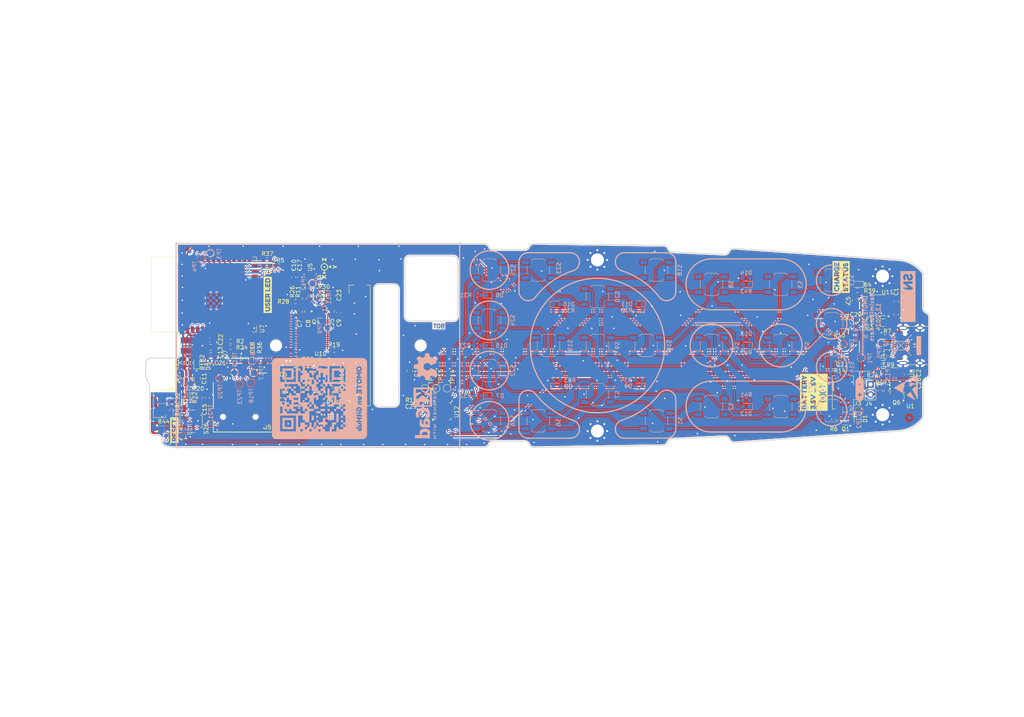
<source format=kicad_pcb>
(kicad_pcb (version 20240108) (generator "pcbnew") (generator_version "8.0")
  (title_block (title "OMOTE - Open Universal Remote") (date "2024-12-22") (rev "5") (company "Maximilian Kern"))
  (layers (0 "F.Cu" signal) (31 "B.Cu" signal) (34 "B.Paste" user) (35 "F.Paste" user) (36 "B.SilkS" user "B.Silkscreen") (37 "F.SilkS" user "F.Silkscreen") (38 "B.Mask" user) (39 "F.Mask" user) (44 "Edge.Cuts" user))
  (net 0 "")
  (net 1 "+3.3V")
  (net 2 "RTS")
  (net 3 "DTR")
  (net 4 "CRG_STAT")
  (net 5 "IO0")
  (net 6 "LCD_RD")
  (net 7 "LCD_EN")
  (net 8 "Net-(Q3-D)")
  (net 10 "Net-(D1-K)")
  (net 11 "Net-(D2-A)")
  (net 12 "Net-(D3-K)")
  (net 13 "Net-(J1-CC2)")
  (net 14 "Net-(J1-CC1)")
  (net 19 "SW_B")
  (net 20 "SW_A")
  (net 21 "SW_D")
  (net 22 "SW_C")
  (net 23 "SW_2")
  (net 24 "SW_1")
  (net 25 "SW_E")
  (net 26 "LCD_D7")
  (net 27 "LCD_D2")
  (net 28 "LCD_CS")
  (net 29 "IR_LED")
  (net 30 "SDA")
  (net 31 "LCD_BL")
  (net 32 "LCD_DC")
  (net 33 "SCL")
  (net 34 "IR_RX")
  (net 35 "SW_5")
  (net 36 "USB_RXD")
  (net 37 "USB_TXD")
  (net 38 "SW_4")
  (net 39 "SW_3")
  (net 40 "VBUS")
  (net 41 "Net-(Q2B-B2)")
  (net 42 "+VSW")
  (net 43 "GND")
  (net 44 "/LEDA#1")
  (net 45 "/LEDA#2")
  (net 46 "/LEDA#3")
  (net 47 "/LEDA#4")
  (net 48 "+BATT")
  (net 49 "Net-(Q2A-B1)")
  (net 50 "ESP_EN")
  (net 51 "Net-(Q3-G)")
  (net 52 "Net-(Q4-G)")
  (net 53 "Net-(Q5-D)")
  (net 54 "Net-(Q5-G)")
  (net 55 "/TP_NRST")
  (net 56 "ACC_INT")
  (net 57 "Net-(U6-OUT)")
  (net 66 "LCD_D5")
  (net 67 "LCD_D0")
  (net 68 "LCD_D3")
  (net 69 "LCD_WR")
  (net 72 "LCD_D6")
  (net 73 "/VUSB_RAW")
  (net 74 "/D+_1")
  (net 75 "/D-_1")
  (net 76 "/D+_2")
  (net 77 "/D-_2")
  (net 79 "LCD_D4")
  (net 80 "LCD_D1")
  (net 81 "IR_VCC")
  (net 82 "Net-(U12-NRST)")
  (net 84 "Net-(D5-A)")
  (net 93 "Net-(U1-VCC)")
  (net 94 "-BATT")
  (net 95 "Net-(D4-A)")
  (net 96 "Net-(Q6B-G)")
  (net 97 "Net-(Q6A-G)")
  (net 98 "Net-(Q6A-D)")
  (net 99 "Net-(U1-CS)")
  (net 100 "Net-(U11-PROG)")
  (net 102 "Net-(D3-A)")
  (net 104 "Net-(U12-COL6)")
  (net 106 "Net-(U12-COL7)")
  (net 107 "USB_3V3")
  (net 108 "Net-(U12-COL8)")
  (net 112 "Net-(D16-K)")
  (net 113 "TCA_INT")
  (net 114 "SD_CS")
  (net 115 "/SD_3V3")
  (net 116 "SD_DET")
  (net 117 "SD_MISO")
  (net 118 "SD_MOSI")
  (net 120 "SD_SCK")
  (net 121 "Net-(Q7-G)")
  (net 122 "SD_EN")
  (net 123 "SW_PWR")
  (net 124 "Net-(D6-K)")
  (net 125 "SW_BL")
  (net 126 "Net-(D7-K)")
  (net 127 "Net-(D8-K)")
  (net 128 "Net-(D9-K)")
  (net 129 "Net-(D10-K)")
  (net 130 "Net-(D11-K)")
  (net 131 "Net-(D12-K)")
  (net 132 "Net-(D13-K)")
  (net 133 "Net-(D14-K)")
  (net 135 "unconnected-(U7-IO3-Pad15)")
  (net 136 "Net-(D15-K)")
  (net 137 "/LCD_NRST")
  (footprint "omoteLib:LED_5mm_Side_Mount" (layer "F.Cu") (at 59.676677 102 90)
    (property "Reference" "D2")
    (property "Value" "SFH4547")
  )
  (footprint "kibuzzard-64A91C1C" (layer "F.Cu") (at 95.85 80.9 90)
    (property "Reference" "kibuzzard-64A91C1C" (hide yes))
    (property "Value" "G***" (hide yes))
  )
  (footprint "Diode_SMD:D_SOD-323" (layer "F.Cu") (at 226.75 119.95 -90)
    (property "Reference" "D1")
    (property "Value" "BAT20J")
  )
  (footprint "Resistor_SMD:R_0603_1608Metric" (layer "F.Cu") (at 222.400146 105.254952 180)
    (property "Reference" "R14")
    (property "Value" "10k")
  )
  (footprint "omoteLib:JST_PH_B2B-PH-SM4-TB_1x02-1MP_P2.00mm_Vertical" (layer "F.Cu") (at 224.9 113.5 90)
    (property "Reference" "J3")
    (property "Value" "JST_PH_B2B-PH")
  )
  (footprint "Package_SO:Infineon_PG-DSO-8-27_3.9x4.9mm_EP2.65x3mm" (layer "F.Cu") (at 231.64 92.15 180)
    (property "Reference" "U11")
    (property "Value" "TP4056")
  )
  (footprint "Resistor_SMD:R_0603_1608Metric" (layer "F.Cu") (at 97.837763 110.008033 180)
    (property "Reference" "R16")
    (property "Value" "10")
  )
  (footprint "Capacitor_SMD:C_0603_1608Metric" (layer "F.Cu") (at 227.5 109.2)
    (property "Reference" "C24")
    (property "Value" "100nF")
  )
  (footprint "Resistor_SMD:R_0603_1608Metric" (layer "F.Cu") (at 94.8 107 180)
    (property "Reference" "R25")
    (property "Value" "10k")
  )
  (footprint "Package_TO_SOT_SMD:SOT-23-5" (layer "F.Cu") (at 235.8375 109.05 180)
    (property "Reference" "U8")
    (property "Value" "AP2112K-3.3")
  )
  (footprint "Capacitor_SMD:C_0805_2012Metric" (layer "F.Cu") (at 91.75 93.7 -90)
    (property "Reference" "C8")
    (property "Value" "10uF")
  )
  (footprint "Capacitor_SMD:C_0805_2012Metric" (layer "F.Cu") (at 68 102.5 180)
    (property "Reference" "C13")
    (property "Value" "10uF")
  )
  (footprint "Capacitor_SMD:C_0603_1608Metric" (layer "F.Cu") (at 236.2 91.2 -90)
    (property "Reference" "C1")
    (property "Value" "100nF")
  )
  (footprint "Capacitor_SMD:C_0603_1608Metric" (layer "F.Cu") (at 120.225 116.8625 180)
    (property "Reference" "C29")
    (property "Value" "100nF")
  )
  (footprint "Package_TO_SOT_SMD:SOT-23" (layer "F.Cu") (at 61.971875 109.875 90)
    (property "Reference" "Q5")
    (property "Value" "DMG2301L")
  )
  (footprint "Package_TO_SOT_SMD:SOT-23-5" (layer "F.Cu") (at 88.468383 112.175 90)
    (property "Reference" "U2")
    (property "Value" "XC6220B331")
  )
  (footprint "Package_TO_SOT_SMD:SOT-23" (layer "F.Cu") (at 223.78125 119.95 180)
    (property "Reference" "Q1")
    (property "Value" "DMG2301L")
  )
  (footprint "Capacitor_SMD:C_0603_1608Metric" (layer "F.Cu") (at 98 89.75 -90)
    (property "Reference" "C23")
    (property "Value" "100nF")
  )
  (footprint "omoteLib:XDCR_LIS3DHTR" (layer "F.Cu") (at 92.375 85.75 90)
    (property "Reference" "U5")
    (property "Value" "LIS3DHTR")
  )
  (footprint "Capacitor_SMD:C_0603_1608Metric" (layer "F.Cu") (at 239.5 111.4 180)
    (property "Reference" "C26")
    (property "Value" "100nF")
  )
  (footprint "Resistor_SMD:R_0603_1608Metric" (layer "F.Cu") (at 61.9 112.6)
    (property "Reference" "R20")
    (property "Value" "10k")
  )
  (footprint "LED_SMD:LED_0603_1608Metric" (layer "F.Cu") (at 81.7375 82.45 180)
    (property "Reference" "D3")
    (property "Value" "LED")
  )
  (footprint "Package_TO_SOT_SMD:SOT-23" (layer "F.Cu") (at 94.6625 93.7)
    (property "Reference" "Q4")
    (property "Value" "DMG2301L")
  )
  (footprint "Package_TO_SOT_SMD:SOT-363_SC-70-6" (layer "F.Cu") (at 222.300146 103.111992 180)
    (property "Reference" "Q2")
    (property "Value" "MBT3904DW1")
  )
  (footprint "TestPoint:TestPoint_Pad_D1.5mm" (layer "F.Cu") (at 123.3 112.5 -90)
    (property "Reference" "TP15")
    (property "Value" "TestPoint")
  )
  (footprint "Resistor_SMD:R_0603_1608Metric" (layer "F.Cu") (at 65.375 114.85 90)
    (property "Reference" "R22")
    (property "Value" "10k")
  )
  (footprint "Capacitor_SMD:C_0603_1608Metric" (layer "F.Cu") (at 226.25 96.52 90)
    (property "Reference" "C20")
    (property "Value" "100nF")
  )
  (footprint "Capacitor_SMD:C_0805_2012Metric" (layer "F.Cu") (at 226.15 90.95 90)
    (property "Reference" "C5")
    (property "Value" "10uF")
  )
  (footprint "Fiducial:Fiducial_1mm_Mask2mm" (layer "F.Cu") (at 239.4 85)
    (property "Reference" "FID3" (hide yes))
    (property "Value" "Fiducial")
  )
  (footprint "kibuzzard-643EE5B9" (layer "F.Cu") (at 59.05 122.75 90)
    (property "Reference" "kibuzzard-643EE5B9" (hide yes))
    (property "Value" "G***" (hide yes))
  )
  (footprint "Resistor_SMD:R_0603_1608Metric" (layer "F.Cu") (at 97.837763 114.508033 180)
    (property "Reference" "R17")
    (property "Value" "10")
  )
  (footprint "Resistor_SMD:R_0603_1608Metric" (layer "F.Cu") (at 94 89.85 90)
    (property "Reference" "R12")
    (property "Value" "4k7")
  )
  (footprint "Capacitor_SMD:C_0805_2012Metric" (layer "F.Cu") (at 97.6 93.65 -90)
    (property "Reference" "C25")
    (property "Value" "10uF")
  )
  (footprint "Resistor_SMD:R_0603_1608Metric" (layer "F.Cu") (at 57.05 123.25 -90)
    (property "Reference" "R44")
    (property "Value" "2k2")
  )
  (footprint "Capacitor_SMD:C_0805_2012Metric" (layer "F.Cu") (at 76.45 105.175 -90)
    (property "Reference" "C18")
    (property "Value" "10uF")
  )
  (footprint "RF_Module:ESP32-S3-WROOM-1" (layer "F.Cu") (at 66.25 89.5 90)
    (property "Reference" "U7")
    (property "Value" "ESP32-S3-WROOM-1-N16R8")
  )
  (footprint "Resistor_SMD:R_0603_1608Metric" (layer "F.Cu") (at 58.4 117.9 90)
    (property "Reference" "R40")
    (property "Value" "2k2")
  )
  (footprint "MountingHole:MountingHole_3.2mm_M3_Pad_Via" (layer "F.Cu") (at 232.876677 85)
    (property "Reference" "H2" (hide yes))
    (property "Value" "MountingHole")
  )
  (footprint "kibuzzard-643EE600" (layer "F.Cu") (at 222.7 85.2 90)
    (property "Reference" "kibuzzard-643EE600" (hide yes))
    (property "Value" "G***" (hide yes))
  )
  (footprint "Capacitor_SMD:C_0603_1608Metric" (layer "F.Cu") (at 67.75 100.7)
    (property "Reference" "C22")
    (property "Value" "100nF")
  )
  (footprint "Capacitor_SMD:C_0603_1608Metric" (layer "F.Cu") (at 238.7 109.1 90)
    (property "Reference" "C2")
    (property "Value" "1uF")
  )
  (footprint "Fuse:Fuse_1206_3216Metric_Pad1.42x1.75mm_HandSolder" (layer "F.Cu") (at 232.9 96.4)
    (property "Reference" "F1")
    (property "Value" "500mA")
  )
  (footprint "Package_TO_SOT_SMD:SOT-23-6" (layer "F.Cu") (at 236.3 113.2 -90)
    (property "Reference" "Q6")
    (property "Value" "FS8205A")
  )
  (footprint "LED_SMD:LED_0603_1608Metric" (layer "F.Cu") (at 64.571875 106.275 90)
    (property "Reference" "D5")
    (property "Value" "LED")
  )
  (footprint "Resistor_SMD:R_0603_1608Metric" (layer "F.Cu") (at 72.8 102.475 180)
    (property "Reference" "R24")
    (property "Value" "10k")
  )
  (footprint "kibuzzard-64A91BF0" (layer "F.Cu") (at 95.85 85.2 90)
    (property "Reference" "kibuzzard-64A91BF0" (hide yes))
    (property "Value" "G***" (hide yes))
  )
  (footprint "LOGO" (layer "F.Cu") (at 92.5 117.8 90)
    (property "Reference" "G***" (hide yes))
    (property "Value" "LOGO" (hide yes))
  )
  (footprint "omoteLib:TFT_2.83IN_240X320_50PIN" (layer "F.Cu") (at 91.622852 102 90)
    (property "Reference" "J2")
    (property "Value" "Conn_01x50")
    (fp_line (start -13.802074 16.49481) (end 13.80519 16.497926) (stroke (width 0.2)) (layer "Edge.Cuts"))
    (fp_line (start -15.00519 21.302074) (end -15.002074 17.69481) (stroke (width 0.2)) (layer "Edge.Cuts"))
    (fp_line (start 15.002074 21.30519) (end 15.00519 17.697926) (stroke (width 0.2)) (layer "Edge.Cuts"))
    (fp_line (start -13.80519 22.502074) (end 13.802074 22.50519) (stroke (width 0.2)) (layer "Edge.Cuts"))
    (fp_line (start 20.80519 23.997926) (end 7.197926 23.99481) (stroke (width 0.2)) (layer "Edge.Cuts"))
    (fp_line (start 5.997926 25.19481) (end 5.99481 35.802074) (stroke (width 0.2)) (layer "Edge.Cuts"))
    (fp_line (start 22.00519 25.197926) (end 22.002074 35.80519) (stroke (width 0.2)) (layer "Edge.Cuts"))
    (fp_line (start 20.802074 37.00519) (end 7.19481 37.002074) (stroke (width 0.2)) (layer "Edge.Cuts"))
    (fp_arc (start 13.80519 16.497926) (mid 14.653715 16.849396) (end 15.00519 17.697926) (stroke (width 0.2)) (layer "Edge.Cuts"))
    (fp_arc (start -15.002074 17.69481) (mid -14.650602 16.846282) (end -13.802074 16.49481) (stroke (width 0.2)) (layer "Edge.Cuts"))
    (fp_arc (start 15.002074 21.30519) (mid 14.650604 22.153715) (end 13.802074 22.50519) (stroke (width 0.2)) (layer "Edge.Cuts"))
    (fp_arc (start -13.80519 22.502074) (mid -14.653718 22.150602) (end -15.00519 21.302074) (stroke (width 0.2)) (layer "Edge.Cuts"))
    (fp_arc (start 20.80519 23.997926) (mid 21.653715 24.349396) (end 22.00519 25.197926) (stroke (width 0.2)) (layer "Edge.Cuts"))
    (fp_arc (start 5.997926 25.19481) (mid 6.349398 24.346284) (end 7.197926 23.99481) (stroke (width 0.2)) (layer "Edge.Cuts"))
    (fp_arc (start 22.002074 35.80519) (mid 21.650604 36.653715) (end 20.802074 37.00519) (stroke (width 0.2)) (layer "Edge.Cuts"))
    (fp_arc (start 7.19481 37.002074) (mid 6.346285 36.650604) (end 5.99481 35.802074) (stroke (width 0.2)) (layer "Edge.Cuts"))
  )
  (footprint "Package_TO_SOT_SMD:SOT-23-6" (layer "F.Cu") (at 239.7 114.2 90)
    (property "Reference" "U1")
    (property "Value" "DW01A")
  )
  (footprint "Package_SO:SOIC-16_3.9x9.9mm_P1.27mm" (layer "F.Cu") (at 228 103.25 180)
    (property "Reference" "U3")
    (property "Value" "CH340C")
  )
  (footprint "omoteLib:Heimdall vertical" (layer "F.Cu") (at 55.4 116.3 90)
    (property "Reference" "U6")
    (property "Value" "TSSP77038")
  )
  (footprint "kibuzzard-64A91C24" (layer "F.Cu") (at 98.45 82.7 90)
    (property "Reference" "kibuzzard-64A91C24" (hide yes))
    (property "Value" "G***" (hide yes))
  )
  (footprint "Capacitor_SMD:C_0805_2012Metric" (layer "F.Cu") (at 116.85 108.3 -90)
    (property "Reference" "C14")
    (property "Value" "10uF")
  )
  (footprint "Package_DFN_QFN:TDFN-8-1EP_2x2mm_P0.5mm_EP0.8x1.2mm" (layer "F.Cu") (at 223.6 96.75 180)
    (property "Reference" "U9")
    (property "Value" "MAX17048G")
  )
  (footprint "Resistor_SMD:R_0603_1608Metric" (layer "F.Cu") (at 226.7 88.5)
    (property "Reference" "R39")
    (property "Value" "2k2")
  )
  (footprint "TestPoint:TestPoint_Pad_D1.5mm" (layer "F.Cu") (at 120.6 112.5 -90)
    (property "Reference" "TP16")
    (property "Value" "TestPoint")
  )
  (footprint "TestPoint:TestPoint_Pad_D1.5mm" (layer "F.Cu") (at 125.975 112.5 -90)
    (property "Reference" "TP14")
    (property "Value" "TestPoint")
  )
  (footprint "Capacitor_SMD:C_0805_2012Metric" (layer "F.Cu") (at 95.35 113.45 90)
    (property "Reference" "C16")
    (property "Value" "10uF")
  )
  (footprint "omoteLib:MicroSD Slot TF-01A" (layer "F.Cu") (at 76 116)
    (property "Reference" "J5")
    (property "Value" "Micro_SD_Card")
  )
  (footprint "Capacitor_SMD:C_0603_1608Metric" (layer "F.Cu") (at 97.85 108.5)
    (property "Reference" "C27")
    (property "Value" "1uF")
  )
  (footprint "Resistor_SMD:R_0603_1608Metric" (layer "F.Cu") (at 97.837763 113.008033 180)
    (property "Reference" "R15")
    (property "Value" "10")
  )
  (footprint "Fiducial:Fiducial_1mm_Mask2mm" (layer "F.Cu") (at 54.7 122.35)
    (property "Reference" "FID4" (hide yes))
    (property "Value" "Fiducial" (hide yes))
  )
  (footprint "LED_SMD:LED_0603_1608Metric" (layer "F.Cu") (at 226.7 87 180)
    (property "Reference" "D4")
    (property "Value" "LED")
  )
  (footprint "Capacitor_SMD:C_0603_1608Metric" (layer "F.Cu") (at 233.043 109.195114 90)
    (property "Reference" "C4")
    (property "Value" "1uF")
  )
  (footprint "Resistor_SMD:R_0603_1608Metric" (layer "F.Cu") (at 97.837763 111.508033 180)
    (property "Reference" "R18")
    (property "Value" "10")
  )
  (footprint "Resistor_SMD:R_0603_1608Metric" (layer "F.Cu") (at 220.9 120.2 -90)
    (property "Reference" "R6")
    (property "Value" "10k")
  )
  (footprint "Capacitor_SMD:C_0603_1608Metric" (layer "F.Cu") (at 88.325 85.263008 90)
    (property "Reference" "C10")
    (property "Value" "100nF")
  )
  (footprint "Resistor_SMD:R_0603_1608Metric" (layer "F.Cu") (at 62 114.1)
    (property "Reference" "R27")
    (property "Value" "1k")
  )
  (footprint "Resistor_SMD:R_0603_1608Metric" (layer "F.Cu") (at 81.75 80.95)
    (property "Reference" "R37")
    (property "Value" "10k")
  )
  (footprint "Resistor_SMD:R_0603_1608Metric" (layer "F.Cu") (at 84.75 82.475 180)
    (property "Reference" "R5")
    (property "Value" "2k2")
  )
  (footprint "Package_TO_SOT_SMD:SOT-23" (layer "F.Cu") (at 98.0875 105.8 90)
    (property "Reference" "U10")
    (property "Value" "APX803S")
  )
  (footprint "MountingHole:MountingHole_2.5mm" (layer "F.Cu") (at 84 102)
    (property "Reference" "H7" (hide yes))
    (property "Value" "MountingHole" (hide yes))
  )
  (footprint "Resistor_SMD:R_0603_1608Metric" (layer "F.Cu") (at 94.8 105.4 180)
    (property "Reference" "R29")
    (property "Value" "1k")
  )
  (footprint "Capacitor_SMD:C_0805_2012Metric" (layer "F.Cu") (at 89.75 93.7 -90)
    (property "Reference" "C7")
    (property "Value" "10uF")
  )
  (footprint "Resistor_SMD:R_0603_1608Metric" (layer "F.Cu") (at 91 90.475 90)
    (property "Reference" "R26")
    (property "Value" "10k")
  )
  (footprint "kibuzzard-643EE46C" (layer "F.Cu") (at 81.95 89.55 90)
    (property "Reference" "kibuzzard-643EE46C" (hide yes))
    (property "Value" "G***" (hide yes))
  )
  (footprint "Package_TO_SOT_SMD:SOT-666" (layer "F.Cu") (at 233.7 102.05 180)
    (property "Reference" "U4")
    (property "Value" "USBLC6-2P6")
  )
  (footprint "MountingHole:MountingHole_3.2mm_M3_Pad_Via" (layer "F.Cu") (at 162.876677 123)
    (property "Reference" "H5" (hide yes))
    (property "Value" "MountingHole" (hide yes))
  )
  (footprint "MountingHole:MountingHole_3.2mm_M3" (layer "F.Cu") (at 55.300146 109 22.5)
    (property "Reference" "H4" (hide yes))
    (property "Value" "MountingHole" (hide yes))
  )
  (footprint "Resistor_SMD:R_0603_1608Metric" (layer "F.Cu") (at 79 105.5 -90)
    (property "Reference" "R36")
    (property "Value" "10k")
  )
  (footprint "kibuzzard-643EE8B3" (layer "F.Cu") (at 216 113.5 90)
    (property "Reference" "kibuzzard-643EE8B3" (hide yes))
    (property "Value" "G***" (hide yes))
  )
  (footprint "Capacitor_SMD:C_0805_2012Metric" (layer "F.Cu") (at 88.468383 115.275 180)
    (property "Reference" "C3")
    (property "Value" "10uF")
  )
  (footprint "Capacitor_SMD:C_0603_1608Metric" (layer "F.Cu") (at 89.825 85.263008 90)
    (property "Reference" "C17")
    (property "Value" "100nF")
  )
  (footprint "Connector_PinHeader_2.54mm:PinHeader_1x02_P2.54mm_Vertical" (layer "F.Cu") (at 229.9 111.525)
    (property "Reference" "J4")
    (property "Value" "2.54x2 Header")
  )
  (footprint "Capacitor_SMD:C_0805_2012Metric" (layer "F.Cu") (at 88.468383 109.075)
    (property "Reference" "C6")
    (property "Value" "10uF")
  )
  (footprint "Resistor_SMD:R_0603_1608Metric" (layer "F.Cu") (at 232.3 113.1 -90)
    (property "Reference" "R4")
    (property "Value" "100")
  )
  (footprint "Resistor_SMD:R_0603_1608Metric" (layer "F.Cu") (at 98.3 103.15 180)
    (property "Reference" "R19")
    (property "Value" "10k")
  )
  (footprint "Capacitor_SMD:C_0805_2012Metric" (layer "F.Cu") (at 64.667217 110.097966 -90)
    (property "Reference" "C11")
    (property "Value" "10uF")
  )
  (footprint "Resistor_SMD:R_0603_1608Metric" (layer "F.Cu") (at 236.2 94.4 90)
    (property "Reference" "R8")
    (property "Value" "4k7")
  )
  (footprint "Package_TO_SOT_SMD:SOT-23" (layer "F.Cu") (at 73.7625 105.1625 -90)
    (property "Reference" "Q7")
    (property "Value" "DMG2301L")
  )
  (footprint "Resistor_SMD:R_0603_1608Metric" (layer "F.Cu") (at 88.75 91.25 180)
    (property "Reference" "R28")
    (property "Value" "1k")
  )
  (footprint "Resistor_SMD:R_0603_1608Metric" (layer "F.Cu") (at 63.071875 106.275 -90)
    (property "Reference" "R1")
    (property "Value" "2k2")
  )
  (footprint "MountingHole:MountingHole_3.2mm_M3_Pad_Via" (layer "F.Cu") (at 162.876677 81)
    (property "Reference" "H1" (hide yes))
    (property "Value" "MountingHole")
  )
  (footprint "Resistor_SMD:R_0603_1608Metric" (layer "F.Cu") (at 92.5 89.85 90)
    (property "Reference" "R11")
    (property "Value" "4k7")
  )
  (footprint "Package_DFN_QFN:HVQFN-24-1EP_4x4mm_P0.5mm_EP2.5x2.5mm" (layer "F.Cu") (at 124.825 118.125 90)
    (property "Reference" "U12")
    (property "Value" "TCA8418")
  )
  (footprint "Capacitor_SMD:C_0603_1608Metric" (layer "F.Cu") (at 58.4 114.9 90)
    (property "Reference" "C12")
    (property "Value" "100nF")
  )
  (footprint "Resistor_SMD:R_0603_1608Metric" (layer "F.Cu") (at 234.4 104.7 90)
    (property "Reference" "R9")
    (property "Value" "5.1k")
  )
  (footprint "Capacitor_SMD:C_0805_2012Metric" (layer "F.Cu") (at 238 91.4 90)
    (property "Reference" "C28")
    (property "Value" "10uF")
  )
  (footprint "Capacitor_SMD:C_0603_1608Metric" (layer "F.Cu") (at 67.075 114.85 -90)
    (property "Reference" "C15")
    (property "Value" "1uF")
  )
  (footprint "Capacitor_SMD:C_0603_1608Metric" (layer "F.Cu") (at 99.4 93.9 90)
    (property "Reference" "C9")
    (property "Value" "100nF")
  )
  (footprint "Button_Switch_SMD:SW_SPST_TL3342" (layer "F.Cu") (at 63.15 120.625 90)
    (property "Reference" "S26")
    (property "Value" "TL3342F160QG")
  )
  (footprint "Resistor_SMD:R_0603_1608Metric" (layer "F.Cu") (at 222.310276 100.94946)
    (property "Reference" "R13")
    (property "Value" "10k")
  )
  (footprint "Resistor_SMD:R_0805_2012Metric" (layer "F.Cu") (at 61.271875 106.2375 90)
    (property "Reference" "R21")
    (property "Value" "3R3")
  )
  (footprint "Resistor_SMD:R_0603_1608Metric" (layer "F.Cu") (at 72.8 100.975 180)
    (property "Reference" "R2")
    (property "Value" "1k")
  )
  (footprint "omoteLib:USB_C_Receptacle_HRO_TYPE-C-31-M-12" (layer "F.Cu") (at 241 102 90)
    (property "Reference" "J1")
    (property "Value" "USB_C_Receptacle_USB2.0")
  )
  (footprint "Resistor_SMD:R_0603_1608Metric" (layer "F.Cu") (at 96.5 89.75 -90)
    (property "Reference" "R30")
    (property "Value" "10k")
  )
  (footprint "MountingHole:MountingHole_3.2mm_M3_Pad_Via" (layer "F.Cu") (at 232.876677 119)
    (property "Reference" "H3" (hide yes))
    (property "Value" "MountingHole")
  )
  (footprint "MountingHole:MountingHole_2.5mm" (layer "F.Cu") (at 119.5 102)
    (property "Reference" "H6" (hide yes))
    (property "Value" "MountingHole")
  )
  (footprint "Resistor_SMD:R_0603_1608Metric" (layer "F.Cu") (at 233.8 113.1 -90)
    (property "Reference" "R3")
    (property "Value" "1k")
  )
  (footprint "Capacitor_SMD:C_0805_2012Metric" (layer "F.Cu") (at 68 104.5 180)
    (property "Reference" "C21")
    (property "Value" "10uF")
  )
  (footprint "Package_TO_SOT_SMD:SOT-23" (layer "F.Cu") (at 94.6 109.8 -90)
    (property "Reference" "Q3")
    (property "Value" "DMG2301L")
  )
  (footprint "Resistor_SMD:R_0603_1608Metric" (layer "F.Cu") (at 120.225 115.3625 180)
    (property "Reference" "R10")
    (property "Value" "10k")
  )
  (footprint "Resistor_SMD:R_0603_1608Metric" (layer "F.Cu") (at 233.5 99.9)
    (property "Reference" "R7")
    (property "Value" "5.1k")
  )
  (footprint "Resistor_SMD:R_0603_1608Metric" (layer "B.Cu") (at 173.1 110.55)
    (property "Reference" "R34")
    (property "Value" "2k2")
  )
  (footprint "Button_Switch_SMD:SW_SPST_TL3342" (layer "B.Cu") (at 136.376677 95.833333)
    (property "Reference" "S24")
    (property "Value" "TL3342F160QG")
  )
  (footprint "Button_Switch_SMD:SW_SPST_TL3342" (layer "B.Cu") (at 55.93694 119.005171 -90)
    (property "Reference" "S17")
    (property "Value" "TL3342F160QG")
  )
  (footprint "Button_Switch_SMD:SW_SPST_TL3342" (layer "B.Cu") (at 207.876677 87)
    (property "Reference" "S3")
    (property "Value" "TL3342F160QG")
  )
  (footprint "TestPoint:TestPoint_Pad_D1.5mm" (layer "B.Cu") (at 78.475 108.725 90)
    (property "Reference" "TP17")
    (property "Value" "TestPoint")
  )
  (footprint "Resistor_SMD:R_0603_1608Metric" (layer "B.Cu") (at 173.1 93.3)
    (property "Reference" "R38")
    (property "Value" "2k2")
  )
  (footprint "Button_Switch_SMD:SW_SPST_TL3342" (layer "B.Cu") (at 148.376677 120.5)
    (property "Reference" "S6")
    (property "Value" "TL3342F160QG")
  )
  (footprint "TestPoint:TestPoint_Pad_D1.5mm" (layer "B.Cu") (at 60.925 124.225 90)
    (property "Reference" "TP22")
    (property "Value" "TestPoint")
  )
  (footprint "TestPoint:TestPoint_Pad_D1.5mm" (layer "B.Cu") (at 227.6 105.05 180)
    (property "Reference" "TP1")
    (property "Value" "TestPoint")
  )
  (footprint "Button_Switch_SMD:SW_SPST_TL3342" (layer "B.Cu") (at 190.876677 117)
    (property "Reference" "S2")
    (property "Value" "TL3342F160QG")
  )
  (footprint "Fiducial:Fiducial_1mm_Mask2mm" (layer "B.Cu") (at 62.75 78.9 180)
    (property "Reference" "FID2" (hide yes))
    (property "Value" "Fiducial")
  )
  (footprint "Button_Switch_SMD:SW_SPST_TL3342" (layer "B.Cu") (at 136.376677 83.5)
    (property "Reference" "S25")
    (property "Value" "TL3342F160QG")
  )
  (footprint "kibuzzard-644014FA" (layer "B.Cu") (at 239.1 90 -90)
    (property "Reference" "kibuzzard-644014FA" (hide yes))
    (property "Value" "G***" (hide yes))
  )
  (footprint "LED_SMD:LED_0603_1608Metric" (layer "B.Cu") (at 152.85 91.9)
    (property "Reference" "D10")
    (property "Value" "LED")
  )
  (footprint "TestPoint:TestPoint_Pad_D1.5mm" (layer "B.Cu") (at 92.9 86.7 180)
    (property "Reference" "TP12")
    (property "Value" "TestPoint")
  )
  (footprint "Button_Switch_SMD:SW_SPST_TL3342" (layer "B.Cu") (at 207.876677 102)
    (property "Reference" "S5")
    (property "Value" "TL3342F160QG")
  )
  (footprint "LED_SMD:LED_0603_1608Metric" (layer "B.Cu") (at 173.1 112.05 180)
    (property "Reference" "D9")
    (property "Value" "LED")
  )
  (footprint "kibuzzard-63D97EAF" (layer "B.Cu") (at 227.25 112.75 90)
    (property "Reference" "kibuzzard-63D97EAF" (hide yes))
    (property "Value" "G***" (hide yes))
  )
  (footprint "Fiducial:Fiducial_1mm_Mask2mm" (layer "B.Cu") (at 239.4 119.7 180)
    (property "Reference" "FID1" (hide yes))
    (property "Value" "Fiducial")
  )
  (footprint "TestPoint:TestPoint_Pad_D1.5mm" (layer "B.Cu") (at 96.7 97.7 180)
    (property "Reference" "TP9")
    (property "Value" "TestPoint")
  )
  (footprint "Resistor_SMD:R_0603_1608Metric" (layer "B.Cu") (at 133.4 89.65)
    (property "Reference" "R31")
    (property "Value" "2k2")
  )
  (footprint "TestPoint:TestPoint_Pad_D1.5mm" (layer "B.Cu") (at 65.6 80.6 180)
    (property "Reference" "TP4")
    (property "Value" "TestPoint")
  )
  (footprint "Button_Switch_SMD:SW_SPST_TL3342" (layer "B.Cu") (at 207.876677 117)
    (property "Reference" "S12")
    (property "Value" "TL3342F160QG")
  )
  (footprint "TestPoint:TestPoint_Pad_D1.5mm" (layer "B.Cu") (at 67.9 79.35 180)
    (property "Reference" "TP3")
    (property "Value" "TestPoint")
  )
  (footprint "Button_Switch_SMD:SW_SPST_TL3342" (layer "B.Cu") (at 190.876677 102)
    (property "Reference" "S4")
    (property "Value" "TL3342F160QG")
  )
  (footprint "Button_Switch_SMD:SW_SPST_TL3342" (layer "B.Cu") (at 220.376677 96.666667)
    (property "Reference" "S15")
    (property "Value" "TL3342F160QG")
  )
  (footprint "Button_Switch_SMD:SW_SPST_TL3342" (layer "B.Cu") (at 162.876677 114)
    (property "Reference" "S7")
    (property "Value" "TL3342F160QG")
  )
  (footprint "Button_Switch_SMD:SW_SPST_TL3342" (layer "B.Cu") (at 148.376677 83.5)
    (property "Reference" "S23")
    (property "Value" "TL3342F160QG")
  )
  (footprint "LOGO" (layer "B.Cu") (at 94.675 115.075 -90)
    (property "Reference" "G***" (hide yes))
    (property "Value" "LOGO" (hide yes))
  )
  (footprint "TestPoint:TestPoint_Pad_D1.5mm" (layer "B.Cu") (at 74.925 111.525 90)
    (property "Reference" "TP23")
    (property "Value" "TestPoint")
  )
  (footprint "Button_Switch_SMD:SW_SPST_TL3342" (layer "B.Cu") (at 136.376677 108.166667)
    (property "Reference" "S22")
    (property "Value" "TL3342F160QG")
  )
  (footprint "TestPoint:TestPoint_Pad_D1.5mm" (layer "B.Cu") (at 68 121.225 90)
    (property "Reference" "TP21")
    (property "Value" "TestPoint")
  )
  (footprint "LED_SMD:LED_0603_1608Metric" (layer "B.Cu") (at 199.4 102 180)
    (property "Reference" "D13")
    (property "Value" "LED")
  )
  (footprint "Resistor_SMD:R_0603_1608Metric" (layer "B.Cu") (at 133.4 114.35)
    (property "Reference" "R32")
    (property "Value" "2k2")
  )
  (footprint "TestPoint:TestPoint_Pad_D1.5mm" (layer "B.Cu") (at 223.2 101.7 180)
    (property "Reference" "TP6")
    (property "Value" "TestPoint")
  )
  (footprint "LED_SMD:LED_0603_1608Metric" (layer "B.Cu") (at 57.75 124.2)
    (property "Reference" "D16")
    (property "Value" "LED")
  )
  (footprint "LED_SMD:LED_0603_1608Metric" (layer "B.Cu") (at 152.9 112.05)
    (property "Reference" "D8")
    (property "Value" "LED")
  )
  (footprint "LED_SMD:LED_0603_1608Metric" (layer "B.Cu") (at 199.4 117 180)
    (property "Reference" "D12")
    (property "Value" "LED")
  )
  (footprint "Resistor_SMD:R_0603_1608Metric" (layer "B.Cu") (at 199.4 115.5)
    (property "Reference" "R41")
    (property "Value" "2k2")
  )
  (footprint "LED_SMD:LED_0603_1608Metric" (layer "B.Cu") (at 136.376677 114.35)
    (property "Reference" "D7")
    (property "Value" "LED")
  )
  (footprint "LED_SMD:LED_0603_1608Metric" (layer "B.Cu") (at 199.4 87 180)
    (property "Reference" "D14")
    (property "Value" "LED")
  )
  (footprint "Button_Switch_SMD:SW_SPST_TL3342" (layer "B.Cu") (at 220.376677 107.333333)
    (property "Reference" "S14")
    (property "Value" "TL3342F160QG")
  )
  (footprint "LED_SMD:LED_0603_1608Metric" (layer "B.Cu") (at 136.376677 89.65)
    (property "Reference" "D6")
    (property "Value" "LED")
  )
  (footprint "TestPoint:TestPoint_Pad_D1.5mm" (layer "B.Cu") (at 94.8 90.1 180)
    (property "Reference" "TP11")
    (property "Value" "TestPoint")
  )
  (footprint "LED_SMD:LED_0603_1608Metric" (layer "B.Cu") (at 173.1 91.8 180)
    (property "Reference" "D11")
    (property "Value" "LED")
  )
  (footprint "Button_Switch_SMD:SW_SPST_TL3342" (layer "B.Cu") (at 190.876677 87)
    (property "Reference" "S8")
    (property "Value" "TL3342F160QG")
  )
  (footprint "Symbol:OSHW-Symbol_6.7x6mm_SilkScreen" (layer "B.Cu") (at 120.8 107.2 -90)
    (property "Reference" "REF**" (hide yes))
    (property "Value" "OSHW-Symbol_6.7x6mm_SilkScreen" (hide yes))
  )
  (footprint "TestPoint:TestPoint_Pad_D1.5mm" (layer "B.Cu") (at 77.825 111.15 90)
    (property "Reference" "TP18")
    (property "Value" "TestPoint")
  )
  (footprint "TestPoint:TestPoint_Pad_D1.5mm" (layer "B.Cu") (at 227.1 118.11 180)
    (property "Reference" "TP2")
    (property "Value" "TestPoint")
  )
  (footprint "TestPoint:TestPoint_Pad_D1.5mm" (layer "B.Cu") (at 217.3 112.3 180)
    (property "Reference" "TP7")
    (property "Value" "TestPoint")
  )
  (footprint "Button_Switch_SMD:SW_SPST_TL3342" (layer "B.Cu") (at 150.876677 102)
    (property "Reference" "S19")
    (property "Value" "TL3342F160QG")
  )
  (footprint "Button_Switch_SMD:SW_SPST_TL3342" (layer "B.Cu") (at 162.876677 90)
    (property "Reference" "S20")
    (property "Value" "TL3342F160QG")
  )
  (footprint "TestPoint:TestPoint_Pad_D1.5mm" (layer "B.Cu") (at 73.8 108.65 90)
    (property "Reference" "TP19")
    (property "Value" "TestPoint")
  )
  (footprint "Button_Switch_SMD:SW_SPST_TL3342" (layer "B.Cu") (at 177.376677 83.5)
    (property "Reference" "S18")
    (property "Value" "TL3342F160QG")
  )
  (footprint "Resistor_SMD:R_0603_1608Metric" (layer "B.Cu") (at 152.85 93.4 180)
    (property "Reference" "R35")
    (property "Value" "2k2")
  )
  (footprint "Resistor_SMD:R_0603_1608Metric" (layer "B.Cu") (at 199.4 85.5)
    (property "Reference" "R43")
    (property "Value" "2k2")
  )
  (footprint "TestPoint:TestPoint_Pad_D1.5mm" (layer "B.Cu") (at 78.2 105.75 180)
    (property "Reference" "TP8")
    (property "Value" "TestPoint")
  )
  (footprint "Symbol:ESD-Logo_6.6x6mm_SilkScreen" (layer "B.Cu") (at 238.55 112.25 -90)
    (property "Reference" "REF**" (hide yes))
    (property "Value" "ESD-Logo_6.6x6mm_SilkScreen" (hide yes))
  )
  (footprint "Button_Switch_SMD:SW_SPST_TL3342" (layer "B.Cu") (at 220.376677 118)
    (property "Reference" "S11")
    (property "Value" "TL3342F160QG")
  )
  (footprint "LED_SMD:LED_0603_1608Metric" (layer "B.Cu") (at 136.376677 102)
    (property "Reference" "D15")
    (property "Value" "LED")
  )
  (footprint "Button_Switch_SMD:SW_SPST_TL3342" (layer "B.Cu") (at 162.876677 102)
    (property "Reference" "S9")
    (property "Value" "TL3342F160QG")
  )
  (footprint "Resistor_SMD:R_0603_1608Metric" (layer "B.Cu") (at 152.9 110.55 180)
    (property "Reference" "R33")
    (property "Value" "2k2")
  )
  (footprint "Resistor_SMD:R_0603_1608Metric" (layer "B.Cu") (at 199.4 100.5)
    (property "Reference" "R42")
    (property "Value" "2k2")
  )
  (footprint "Button_Switch_SMD:SW_SPST_TL3342" (layer "B.Cu") (at 174.876677 102)
    (property "Reference" "S10")
    (property "Value" "TL3342F160QG")
  )
  (footprint "TestPoint:TestPoint_Pad_D1.5mm" (layer "B.Cu") (at 70.225 110.05 90)
    (property "Reference" "TP20")
    (property "Value" "TestPoint")
  )
  (footprint "Button_Switch_SMD:SW_SPST_TL3342" (layer "B.Cu") (at 136.376677 120.5)
    (property "Reference" "S16")
    (property "Value" "TL3342F160QG")
  )
  (footprint "Button_Switch_SMD:SW_SPST_TL3342" (layer "B.Cu") (at 177.376677 120.5)
    (property "Reference" "S1")
    (property "Value" "TL3342F160QG")
  )
  (footprint "TestPoint:TestPoint_Pad_D1.5mm" (layer "B.Cu") (at 231.6 108.7 180)
    (property "Reference" "TP13")
    (property "Value" "TestPoint")
  )
  (footprint "TestPoint:TestPoint_Pad_D1.5mm" (layer "B.Cu") (at 63.1 111.3 180)
    (property "Reference" "TP10")
    (property "Value" "TestPoint")
  )
  (footprint "TestPoint:TestPoint_Pad_D1.5mm" (layer "B.Cu") (at 232.6 101.3 180)
    (property "Reference" "TP5")
    (property "Value" "TestPoint")
  )
  (footprint "Button_Switch_SMD:SW_SPST_TL3342" (layer "B.Cu") (at 220.376677 86)
    (property "Reference" "S13")
    (property "Value" "TL3342F160QG")
  )
  (footprint "Resistor_SMD:R_0603_1608Metric" (layer "B.Cu") (at 133.4 102)
    (property "Reference" "R23")
    (property "Value" "2k2")
  )
  (footprint "Symbol:KiCad-Logo2_5mm_SilkScreen" (layer "B.Cu") (at 120.35 118.6 -90)
    (property "Reference" "REF**" (hide yes))
    (property "Value" "KiCad-Logo2_5mm_SilkScreen" (hide yes))
  )
  (footprint "Symbol:WEEE-Logo_5.6x8mm_SilkScreen" (layer "B.Cu") (at 238.325 102.05 -90)
    (property "Reference" "REF**" (hide yes))
    (property "Value" "WEEE-Logo_5.6x8mm_SilkScreen" (hide yes))
  )
  (gr_line (start 169.521408 79.249994) (end 179.876673 79.249994) (stroke (width 0.3)) (layer "B.SilkS"))
  (gr_circle (center 136.376673 95.833327) (end 136.376673 100.583327) (stroke (width 0.3)) (fill none) (layer "B.SilkS"))
  (gr_circle (center 207.876673 101.999994) (end 207.876673 107.249994) (stroke (width 0.3)) (fill none) (layer "B.SilkS"))
  (gr_arc (start 169.521408 124.749994) (mid 167.298979 122.851181) (end 168.827642 120.359623) (stroke (width 0.3)) (layer "B.SilkS"))
  (gr_circle (center 136.376673 108.166661) (end 136.376673 112.916661) (stroke (width 0.3)) (fill none) (layer "B.SilkS"))
  (gr_line (start 143.626673 88.756033) (end 143.626673 81.499994) (stroke (width 0.3)) (layer "B.SilkS"))
  (gr_arc (start 190.876673 93.249994) (mid 184.626673 86.999994) (end 190.876673 80.749994) (stroke (width 0.3)) (layer "B.SilkS"))
  (gr_arc (start 145.876673 124.749994) (mid 144.285683 124.090984) (end 143.626673 122.499994) (stroke (width 0.3)) (layer "B.SilkS"))
  (gr_line (start 59.476673 127.199994) (end 59.476673 76.799994) (stroke (width 0.3)) (layer "B.SilkS"))
  (gr_circle (center 162.876673 101.999994) (end 162.876673 118.499994) (stroke (width 0.3)) (fill none) (layer "B.SilkS"))
  (gr_line (start 129.076673 76.799994) (end 129.076673 127.199994) (stroke (width 0.3)) (layer "B.SilkS"))
  (gr_arc (start 178.101731 113.861175) (mid 180.607727 113.116031) (end 182.126673 115.243955) (stroke (width 0.3)) (layer "B.SilkS"))
  (gr_line (start 179.876673 124.749994) (end 169.521408 124.749994) (stroke (width 0.3)) (layer "B.SilkS"))
  (gr_arc (start 179.876673 79.249994) (mid 181.467663 79.909004) (end 182.126673 81.499994) (stroke (width 0.3)) (layer "B.SilkS"))
  (gr_arc (start 207.876673 80.749994) (mid 214.126673 86.999994) (end 207.876673 93.249994) (stroke (width 0.3)) (layer "B.SilkS"))
  (gr_arc (start 147.651615 90.138813) (mid 151.801318 86.194093) (end 156.925704 83.640365) (stroke (width 0.3)) (layer "B.SilkS"))
  (gr_arc (start 190.876673 123.249994) (mid 184.626673 116.999994) (end 190.876673 110.749994) (stroke (width 0.3)) (layer "B.SilkS"))
  (gr_arc (start 182.126673 88.756033) (mid 180.607727 90.883957) (end 178.101731 90.138813) (stroke (width 0.3)) (layer "B.SilkS"))
  (gr_line (start 190.876673 123.249994) (end 207.876673 123.249994) (stroke (width 0.3)) (layer "B.SilkS"))
  (gr_arc (start 156.925704 120.359623) (mid 151.801318 117.805895) (end 147.651615 113.861175) (stroke (width 0.3)) (layer "B.SilkS"))
  (gr_circle (center 220.376673 107.333327) (end 220.376673 111.083327) (stroke (width 0.3)) (fill none) (layer "B.SilkS"))
  (gr_line (start 190.876673 80.749994) (end 207.876673 80.749994) (stroke (width 0.3)) (layer "B.SilkS"))
  (gr_circle (center 220.376673 96.666661) (end 220.376673 100.416661) (stroke (width 0.3)) (fill none) (layer "B.SilkS"))
  (gr_circle (center 220.376673 85.999994) (end 220.376673 89.749994) (stroke (width 0.3)) (fill none) (layer "B.SilkS"))
  (gr_line (start 207.876673 93.249994) (end 190.876673 93.249994) (stroke (width 0.3)) (layer "B.SilkS"))
  (gr_arc (start 143.626673 81.499994) (mid 144.285683 79.909004) (end 145.876673 79.249994) (stroke (width 0.3)) (layer "B.SilkS"))
  (gr_arc (start 168.827642 83.640365) (mid 167.298984 81.148807) (end 169.521408 79.249994) (stroke (width 0.3)) (layer "B.SilkS"))
  (gr_line (start 143.626673 122.499994) (end 143.626673 115.243955) (stroke (width 0.3)) (layer "B.SilkS"))
  (gr_arc (start 147.651615 90.138813) (mid 145.145619 90.883957) (end 143.626673 88.756033) (stroke (width 0.3)) (layer "B.SilkS"))
  (gr_circle (center 136.376673 120.499994) (end 136.376673 125.249994) (stroke (width 0.3)) (fill none) (layer "B.SilkS"))
  (gr_line (start 182.126673 115.243955) (end 182.126673 122.499994) (stroke (width 0.3)) (layer "B.SilkS"))
  (gr_arc (start 182.126673 122.499994) (mid 181.467663 124.090984) (end 179.876673 124.749994) (stroke (width 0.3)) (layer "B.SilkS"))
  (gr_arc (start 207.876673 110.749994) (mid 214.126673 116.999994) (end 207.876673 123.249994) (stroke (width 0.3)) (layer "B.SilkS"))
  (gr_arc (start 178.101731 113.861175) (mid 173.952028 117.805895) (end 168.827642 120.359623) (stroke (width 0.3)) (layer "B.SilkS"))
  (gr_line (start 156.231938 124.749994) (end 145.876673 124.749994) (stroke (width 0.3)) (layer "B.SilkS"))
  (gr_circle (center 220.376673 117.999994) (end 220.376673 121.749994) (stroke (width 0.3)) (fill none) (layer "B.SilkS"))
  (gr_circle (center 136.376673 83.499994) (end 136.376673 88.249994) (stroke (width 0.3)) (fill none) (layer "B.SilkS"))
  (gr_arc (start 143.626673 115.243955) (mid 145.145619 113.11603) (end 147.651615 113.861175) (stroke (width 0.3)) (layer "B.SilkS"))
  (gr_arc (start 168.827642 83.640365) (mid 173.952028 86.194093) (end 178.101731 90.138813) (stroke (width 0.3)) (layer "B.SilkS"))
  (gr_arc (start 156.231938 79.249994) (mid 158.454362 81.148807) (end 156.925704 83.640365) (stroke (width 0.3)) (layer "B.SilkS"))
  (gr_circle (center 190.876673 101.999994) (end 190.876673 107.249994) (stroke (width 0.3)) (fill none) (layer "B.SilkS"))
  (gr_line (start 145.876673 79.249994) (end 156.231938 79.249994) (stroke (width 0.3)) (layer "B.SilkS"))
  (gr_line (start 182.126673 81.499994) (end 182.126673 88.756033) (stroke (width 0.3)) (layer "B.SilkS"))
  (gr_arc (start 156.925704 120.359623) (mid 158.454365 122.851181) (end 156.231938 124.749994) (stroke (width 0.3)) (layer "B.SilkS"))
  (gr_line (start 207.876673 110.749994) (end 190.876673 110.749994) (stroke (width 0.3)) (layer "B.SilkS"))
  (gr_line (start 95.85 83.499998) (end 95.85 84.399998) (stroke (width 0.2)) (layer "F.SilkS"))
  (gr_line (start 95.85 84.399998) (end 96.15 84.099998) (stroke (width 0.2)) (layer "F.SilkS"))
  (gr_line (start 96.65 82.7) (end 97.55 82.7) (stroke (width 0.2)) (layer "F.SilkS"))
  (gr_line (start 95.85 84.399998) (end 95.55 84.099998) (stroke (width 0.2)) (layer "F.SilkS"))
  (gr_circle (center 95.85 82.7) (end 96.65 82.7) (stroke (width 0.2)) (fill none) (layer "F.SilkS"))
  (gr_line (start 97.55 82.7) (end 97.25 82.4) (stroke (width 0.2)) (layer "F.SilkS"))
  (gr_circle (center 95.85 82.7) (end 95.95 82.7) (stroke (width 0.2)) (fill none) (layer "F.SilkS"))
  (gr_line (start 97.55 82.7) (end 97.25 83) (stroke (width 0.2)) (layer "F.SilkS"))
  (gr_line (start 148.6767 76.999998) (end 179.20769 77.476325) (stroke (width 0.2)) (layer "Edge.Cuts"))
  (gr_line (start 60.500146 103.899998) (end 60.500146 100.099998) (stroke (width 0.2)) (layer "Edge.Cuts"))
  (gr_arc (start 53.920775 123.999998) (mid 53.269792 123.730352) (end 53.000146 123.079369) (stroke (width 0.2)) (layer "Edge.Cuts"))
  (gr_line (start 59.676678 98.643398) (end 59.676678 77.499998) (stroke (width 0.2)) (layer "Edge.Cuts"))
  (gr_line (start 60.176677 76.999998) (end 135.161072 76.999998) (stroke (width 0.2)) (layer "Edge.Cuts"))
  (gr_arc (start 146.089107 77.749998) (mid 146.530747 77.205027) (end 147.201577 76.999998) (stroke (width 0.2)) (layer "Edge.Cuts"))
  (gr_line (start 181.375318 79.064705) (end 193.978076 79.665096) (stroke (width 0.2)) (layer "Edge.Cuts"))
  (gr_line (start 144.976675 125.499998) (end 137.376678 125.499998) (stroke (width 0.2)) (layer "Edge.Cuts"))
  (gr_arc (start 137.376677 78.499998) (mid 136.705857 78.294985) (end 136.264247 77.749998) (stroke (width 0.2)) (layer "Edge.Cuts"))
  (gr_line (start 53.000146 123.079369) (end 53.000146 112.49285) (stroke (width 0.2)) (layer "Edge.Cuts"))
  (gr_line (start 56.000146 125.513619) (end 56.000146 125.199998) (stroke (width 0.2)) (layer "Edge.Cuts"))
  (gr_line (start 147.201577 76.999998) (end 148.6767 76.999998) (stroke (width 0.2)) (layer "Edge.Cuts"))
  (gr_arc (start 181.375318 79.064705) (mid 180.718549 78.830632) (end 180.30278 78.270925) (stroke (width 0.2)) (layer "Edge.Cuts"))
  (gr_arc (start 244.353208 108.975136) (mid 244.148195 109.645957) (end 243.603208 110.087568) (stroke (width 0.2)) (layer "Edge.Cuts"))
  (gr_line (start 196.371439 78.163765) (end 237.075419 80.999977) (stroke (width 0.2)) (layer "Edge.Cuts"))
  (gr_arc (start 56.827732 126.654366) (mid 56.228833 126.218283) (end 56.000146 125.513619) (stroke (width 0.2)) (layer "Edge.Cuts"))
  (gr_arc (start 135.161072 76.999998) (mid 135.82649 77.207581) (end 136.264247 77.749998) (stroke (width 0.2)) (layer "Edge.Cuts"))
  (gr_arc (start 59.918874 99.071808) (mid 59.741419 98.889464) (end 59.676678 98.643398) (stroke (width 0.2)) (layer "Edge.Cuts"))
  (gr_line (start 178.991476 126.529864) (end 148.6767 126.999998) (stroke (width 0.2)) (layer "Edge.Cuts"))
  (gr_line (start 194.110083 124.328611) (end 181.192471 124.944002) (stroke (width 0.2)) (layer "Edge.Cuts"))
  (gr_arc (start 180.120485 125.736254) (mid 179.681476 126.311591) (end 178.991476 126.529864) (stroke (width 0.2)) (layer "Edge.Cuts"))
  (gr_arc (start 59.000146 126.999998) (mid 57.900277 126.91305) (end 56.827732 126.654366) (stroke (width 0.2)) (layer "Edge.Cuts"))
  (gr_arc (start 136.264247 126.249998) (mid 136.705857 125.705011) (end 137.376678 125.499998) (stroke (width 0.2)) (layer "Edge.Cuts"))
  (gr_arc (start 54.800145 123.999998) (mid 55.648674 124.35147) (end 56.000146 125.199998) (stroke (width 0.2)) (layer "Edge.Cuts"))
  (gr_arc (start 195.149097 78.912657) (mid 195.636159 78.33564) (end 196.371439 78.163765) (stroke (width 0.2)) (layer "Edge.Cuts"))
  (gr_arc (start 243.603208 93.912428) (mid 243.058207 93.470824) (end 242.853208 92.799998) (stroke (width 0.2)) (layer "Edge.Cuts"))
  (gr_line (start 236.743798 123.023149) (end 196.453602 125.833265) (stroke (width 0.2)) (layer "Edge.Cuts"))
  (gr_arc (start 147.20154 126.999998) (mid 146.530718 126.794986) (end 146.089107 126.249998) (stroke (width 0.2)) (layer "Edge.Cuts"))
  (gr_line (start 242.853208 111.2) (end 242.853208 119.292976) (stroke (width 0.2)) (layer "Edge.Cuts"))
  (gr_arc (start 60.500146 103.899998) (mid 60.148674 104.748526) (end 59.300146 105.099998) (stroke (width 0.2)) (layer "Edge.Cuts"))
  (gr_line (start 54.800145 123.999998) (end 53.920775 123.999998) (stroke (width 0.2)) (layer "Edge.Cuts"))
  (gr_line (start 148.6767 126.999998) (end 147.20154 126.999998) (stroke (width 0.2)) (layer "Edge.Cuts"))
  (gr_arc (start 194.110083 124.328611) (mid 194.815824 124.517664) (end 195.281112 125.080973) (stroke (width 0.2)) (layer "Edge.Cuts"))
  (gr_arc (start 242.853208 119.292976) (mid 242.785099 119.691501) (end 242.588502 120.044787) (stroke (width 0.2)) (layer "Edge.Cuts"))
  (gr_arc (start 136.264247 126.249998) (mid 135.822639 126.794986) (end 135.151819 126.999998) (stroke (width 0.2)) (layer "Edge.Cuts"))
  (gr_arc (start 59.676677 77.499998) (mid 59.823124 77.146445) (end 60.176677 76.999998) (stroke (width 0.2)) (layer "Edge.Cuts"))
  (gr_arc (start 237.075419 80.999977) (mid 240.132769 81.916425) (end 242.588502 83.955209) (stroke (width 0.2)) (layer "Edge.Cuts"))
  (gr_arc (start 243.603208 93.912428) (mid 244.148195 94.354038) (end 244.353208 95.024858) (stroke (width 0.2)) (layer "Edge.Cuts"))
  (gr_line (start 135.151819 126.999998) (end 59.000146 126.999998) (stroke (width 0.2)) (layer "Edge.Cuts"))
  (gr_arc (start 144.976675 125.499998) (mid 145.647496 125.705011) (end 146.089107 126.249998) (stroke (width 0.2)) (layer "Edge.Cuts"))
  (gr_line (start 242.853208 84.706998) (end 242.853208 92.799998) (stroke (width 0.2)) (layer "Edge.Cuts"))
  (gr_arc (start 52.500146 110.746423) (mid 52.127608 109.908292) (end 52.000146 108.999995) (stroke (width 0.2)) (layer "Edge.Cuts"))
  (gr_arc (start 52.000146 106.299997) (mid 52.351618 105.45147) (end 53.200146 105.099998) (stroke (width 0.2)) (layer "Edge.Cuts"))
  (gr_arc (start 195.149097 78.912657) (mid 194.683833 79.476013) (end 193.978076 79.665096) (stroke (width 0.2)) (layer "Edge.Cuts"))
  (gr_line (start 52.000146 108.999995) (end 52.000146 106.299997) (stroke (width 0.2)) (layer "Edge.Cuts"))
  (gr_arc (start 242.588502 120.044787) (mid 239.985459 122.160577) (end 236.743798 123.023149) (stroke (width 0.2)) (layer "Edge.Cuts"))
  (gr_line (start 53.200146 105.099998) (end 59.300146 105.099998) (stroke (width 0.2)) (layer "Edge.Cuts"))
  (gr_line (start 137.376677 78.499998) (end 144.976677 78.499998) (stroke (width 0.2)) (layer "Edge.Cuts"))
  (gr_arc (start 242.588502 83.955209) (mid 242.785114 84.30848) (end 242.853208 84.706998) (stroke (width 0.2)) (layer "Edge.Cuts"))
  (gr_arc (start 242.853208 111.2) (mid 243.058221 110.529179) (end 243.603208 110.087568) (stroke (width 0.2)) (layer "Edge.Cuts"))
  (gr_arc (start 180.120485 125.736254) (mid 180.536357 125.177593) (end 181.192471 124.944002) (stroke (width 0.2)) (layer "Edge.Cuts"))
  (gr_arc (start 59.918874 99.071808) (mid 60.344779 99.509433) (end 60.500146 100.099998) (stroke (width 0.2)) (layer "Edge.Cuts"))
  (gr_arc (start 52.500146 110.746423) (mid 52.872684 111.584554) (end 53.000146 112.49285) (stroke (width 0.2)) (layer "Edge.Cuts"))
  (gr_arc (start 179.20769 77.476325) (mid 179.877928 77.704541) (end 180.30278 78.270925) (stroke (width 0.2)) (layer "Edge.Cuts"))
  (gr_arc (start 196.453602 125.833265) (mid 195.747016 125.644677) (end 195.281112 125.080973) (stroke (width 0.2)) (layer "Edge.Cuts"))
  (gr_line (start 244.353208 95.024858) (end 244.353208 108.975136) (stroke (width 0.2)) (layer "Edge.Cuts"))
  (gr_arc (start 146.089107 77.749998) (mid 145.647498 78.294986) (end 144.976677 78.499998) (stroke (width 0.2)) (layer "Edge.Cuts"))
  (gr_text "TOP" (at 124 97.25 0) (layer "F.Cu") (effects (font (size 1 1) (thickness 0.2))))
  (gr_text "BOT" (at 124 97.25 0) (layer "B.Cu") (effects (font (size 1 1) (thickness 0.2)) (justify mirror)))
  (gr_text "OMOTE Rev. 5\nMaximilian Kern\n12/2024" (at 230.25 95 90) (layer "B.SilkS") (effects (font (size 1 1) (thickness 0.2)) (justify mirror)))
  (segment (start 67.25 105.75) (end 67.05 105.55) (width 0.5) (layer "F.Cu") (net 1))
  (segment (start 89.75 94.65) (end 88.95 94.65) (width 0.5) (layer "F.Cu") (net 1))
  (segment (start 66.975 104.425) (end 67.05 104.5) (width 0.5) (layer "F.Cu") (net 1))
  (segment (start 79.675 106.325) (end 80.25 105.75) (width 0.3) (layer "F.Cu") (net 1))
  (segment (start 68.25 105.75) (end 67.25 105.75) (width 0.5) (layer "F.Cu") (net 1))
  (segment (start 66.975 100.575) (end 66.975 100.75) (width 0.5) (layer "F.Cu") (net 1))
  (segment (start 91.061992 85.263008) (end 90.025 85.263008) (width 0.25) (layer "F.Cu") (net 1))
  (segment (start 85.929179 81.5) (end 87.25 82.820821) (width 0.3) (layer "F.Cu") (net 1))
  (segment (start 116.7625 121.1) (end 121 116.8625) (width 0.3) (layer "F.Cu") (net 1))
  (segment (start 87.518383 105.768383) (end 87.518383 109.075) (width 0.5) (layer "F.Cu") (net 1))
  (segment (start 64.7 111.015183) (end 64.840183 110.875) (width 0.3) (layer "F.Cu") (net 1))
  (segment (start 87.518383 111.0375) (end 87.518383 109.55) (width 0.5) (layer "F.Cu") (net 1))
  (segment (start 93.975 107) (end 93.975 107.525) (width 0.5) (layer "F.Cu") (net 1))
  (segment (start 87.638008 86.038008) (end 88.325 86.038008) (width 0.3) (layer "F.Cu") (net 1))
  (segment (start 90.025 85.263008) (end 89.825 85.463008) (width 0.25) (layer "F.Cu") (net 1))
  (segment (start 65.375 110.875) (end 64.5 110.875) (width 0.5) (layer "F.Cu") (net 1))
  (segment (start 64.202034 111.047966) (end 64.4375 110.8125) (width 0.5) (layer "F.Cu") (net 1))
  (segment (start 71.975 102.475) (end 71.975 102.803997) (width 0.3) (layer "F.Cu") (net 1))
  (segment (start 90.211992 87.05) (end 91.375 87.05) (width 0.25) (layer "F.Cu") (net 1))
  (segment (start 89.725 85.938008) (end 89.825 86.038008) (width 0.25) (layer "F.Cu") (net 1))
  (segment (start 87.5 105.75) (end 87.518383 105.768383) (width 0.5) (layer "F.Cu") (net 1))
  (segment (start 91.15 85.25) (end 93.6 85.25) (width 0.25) (layer "F.Cu") (net 1))
  (segment (start 87.5 105.75) (end 86.575 105.75) (width 0.5) (layer "F.Cu") (net 1))
  (segment (start 89.825 85.463008) (end 89.825 86.663008) (width 0.25) (layer "F.Cu") (net 1))
  (segment (start 64.840183 110.875) (end 65.375 110.875) (width 0.3) (layer "F.Cu") (net 1))
  (segment (start 83.125 81.5) (end 85.929179 81.5) (width 0.3) (layer "F.Cu") (net 1))
  (segment (start 66.1 110.1) (end 65.375 110.825) (width 0.5) (layer "F.Cu") (net 1))
  (segment (start 86.668383 111.8875) (end 86.668383 116.604043) (width 0.3) (layer "F.Cu") (net 1))
  (segment (start 64.4375 110.8125) (end 64.5 110.875) (width 0.25) (layer "F.Cu") (net 1))
  (segment (start 121 116.8625) (end 120.9 116.8625) (width 0.3) (layer "F.Cu") (net 1))
  (segment (start 64.7 112.5) (end 64.7 111.015183) (width 0.3) (layer "F.Cu") (net 1))
  (segment (start 89.75 94.65) (end 93.725 94.65) (width 0.5) (layer "F.Cu") (net 1))
  (segment (start 72.8125 103.641497) (end 72.8125 104.225) (width 0.3) (layer "F.Cu") (net 1))
  (segment (start 67.25 105.75) (end 66.1 106.9) (width 0.5) (layer "F.Cu") (net 1))
  (segment (start 62.26 98.25) (end 62.26 98.920426) (width 0.5) (layer "F.Cu") (net 1))
  (segment (start 62.864574 99.525) (end 65.925 99.525) (width 0.5) (layer "F.Cu") (net 1))
  (segment (start 87.518383 109.55) (end 87.693383 109.375) (width 0.3) (layer "F.Cu") (net 1))
  (segment (start 86.668383 116.604043) (end 91.16434 121.1) (width 0.3) (layer "F.Cu") (net 1))
  (segment (start 72.8125 104.225) (end 72.8125 105.6875) (width 0.3) (layer "F.Cu") (net 1))
  (segment (start 91.16434 121.1) (end 116.7625 121.1) (width 0.3) (layer "F.Cu") (net 1))
  (segment (start 64.5 110.875) (end 64.575 110.8) (width 0.25) (layer "F.Cu") (net 1))
  (segment (start 66.1 106.9) (end 66.1 110.1) (width 0.5) (layer "F.Cu") (net 1))
  (segment (start 87.25 85.65) (end 87.638008 86.038008) (width 0.3) (layer "F.Cu") (net 1))
  (segment (start 65.925 99.525) (end 66.975 100.575) (width 0.5) (layer "F.Cu") (net 1))
  (segment (start 91.075 85.25) (end 91.061992 85.263008) (width 0.25) (layer "F.Cu") (net 1))
  (segment (start 89.825 86.663008) (end 90.211992 87.05) (width 0.25) (layer "F.Cu") (net 1))
  (segment (start 93.975 107.525) (end 93.65 107.85) (width 0.5) (layer "F.Cu") (net 1))
  (segment (start 88.325 86.038008) (end 89.825 86.038008) (width 0.3) (layer "F.Cu") (net 1))
  (segment (start 71.975 102.803997) (end 72.8125 103.641497) (width 0.3) (layer "F.Cu") (net 1))
  (segment (start 88.95 94.65) (end 88.3 94) (width 0.5) (layer "F.Cu") (net 1))
  (segment (start 88.675 89.65) (end 91 89.65) (width 0.3) (layer "F.Cu") (net 1))
  (segment (start 88.675 92.075) (end 88.675 89.75) (width 0.3) (layer "F.Cu") (net 1))
  (segment (start 88.675 89.75) (end 88.675 87.925) (width 0.3) (layer "F.Cu") (net 1))
  (segment (start 65.375 110.825) (end 65.375 110.875) (width 0.5) (layer "F.Cu") (net 1))
  (segment (start 62.26 98.920426) (end 62.864574 99.525) (width 0.5) (layer "F.Cu") (net 1))
  (segment (start 62.921875 111.728125) (end 62.921875 110.8125) (width 0.3) (layer "F.Cu") (net 1))
  (segment (start 88.3 92.45) (end 88.675 92.075) (width 0.3) (layer "F.Cu") (net 1))
  (segment (start 122.0125 117.875) (end 122.8875 117.875) (width 0.3) (layer "F.Cu") (net 1))
  (segment (start 72.8125 105.6875) (end 72.75 105.75) (width 0.3) (layer "F.Cu") (net 1))
  (segment (start 87.693383 109.375) (end 87.518383 109.2) (width 0.5) (layer "F.Cu") (net 1))
  (segment (start 79 106.325) (end 79.675 106.325) (width 0.3) (layer "F.Cu") (net 1))
  (segment (start 62.725 111.925) (end 62.921875 111.728125) (width 0.3) (layer "F.Cu") (net 1))
  (segment (start 82.575 80.95) (end 83.125 81.5) (width 0.3) (layer "F.Cu") (net 1))
  (segment (start 66.975 100.7) (end 66.975 104.425) (width 0.5) (layer "F.Cu") (net 1))
  (segment (start 120.9 116.8625) (end 119.4 115.3625) (width 0.3) (layer "F.Cu") (net 1))
  (segment (start 88.3 94) (end 88.3 92.45) (width 0.3) (layer "F.Cu") (net 1))
  (segment (start 88.325 87.575) (end 88.325 86.038008) (width 0.3) (layer "F.Cu") (net 1))
  (segment (start 88.675 89.75) (end 88.675 89.65) (width 0.3) (layer "F.Cu") (net 1))
  (segment (start 88.675 87.925) (end 88.325 87.575) (width 0.3) (layer "F.Cu") (net 1))
  (segment (start 63.157341 111.047966) (end 64.202034 111.047966) (width 0.5) (layer "F.Cu") (net 1))
  (segment (start 65.375 113.175) (end 64.7 112.5) (width 0.3) (layer "F.Cu") (net 1))
  (segment (start 67.05 105.55) (end 67.05 104.5) (width 0.5) (layer "F.Cu") (net 1))
  (segment (start 65.375 114.025) (end 65.375 113.175) (width 0.3) (layer "F.Cu") (net 1))
  (segment (start 93.975 107) (end 93.25 107) (width 0.5) (layer "F.Cu") (net 1))
  (segment (start 87.518383 111.0375) (end 86.668383 111.8875) (width 0.3) (layer "F.Cu") (net 1))
  (segment (start 87.25 82.820821) (end 87.25 85.65) (width 0.3) (layer "F.Cu") (net 1))
  (segment (start 62.921875 110.8125) (end 63.157341 111.047966) (width 0.5) (layer "F.Cu") (net 1))
  (segment (start 121.125 116.9875) (end 122.0125 117.875) (width 0.3) (layer "F.Cu") (net 1))
  (segment (start 93.65 107.85) (end 93.65 108.8625) (width 0.5) (layer "F.Cu") (net 1))
  (segment (start 62.725 112.6) (end 62.725 111.925) (width 0.3) (layer "F.Cu") (net 1))
  (segment (start 121.125 116.8625) (end 121.125 116.9875) (width 0.3) (layer "F.Cu") (net 1))
  (via (at 67.25 105.75) (size 0.8) (drill 0.5) (layers "F.Cu" "B.Cu") (net 1))
  (via (at 87.5 105.75) (size 0.8) (drill 0.5) (layers "F.Cu" "B.Cu") (net 1))
  (via (at 86.575 105.75) (size 0.8) (drill 0.5) (layers "F.Cu" "B.Cu") (net 1))
  (via (at 80.25 105.75) (size 0.8) (drill 0.5) (layers "F.Cu" "B.Cu") (net 1))
  (via (at 88.3 94) (size 0.8) (drill 0.5) (layers "F.Cu" "B.Cu") (net 1))
  (via (at 93.25 107) (size 0.8) (drill 0.5) (layers "F.Cu" "B.Cu") (net 1))
  (via (at 68.25 105.75) (size 0.8) (drill 0.5) (layers "F.Cu" "B.Cu") (net 1))
  (via (at 72.75 105.75) (size 0.8) (drill 0.5) (layers "F.Cu" "B.Cu") (net 1))
  (segment (start 88.3 105.75) (end 92 105.75) (width 1) (layer "B.Cu") (net 1))
  (segment (start 92 105.75) (end 93.25 107) (width 1) (layer "B.Cu") (net 1))
  (segment (start 71.275 105.725) (end 71.3 105.75) (width 1) (layer "B.Cu") (net 1))
  (segment (start 88.289644 105.760356) (end 88.3 105.75) (width 1) (layer "B.Cu") (net 1))
  (segment (start 88.3 105.75) (end 88.3 94) (width 1) (layer "B.Cu") (net 1))
  (segment (start 67.275 105.725) (end 71.275 105.725) (width 1) (layer "B.Cu") (net 1))
  (segment (start 71.3 105.75) (end 88.3 105.75) (width 1) (layer "B.Cu") (net 1))
  (segment (start 67.25 105.75) (end 67.275 105.725) (width 1) (layer "B.Cu") (net 1))
  (segment (start 225.412186 105.129952) (end 223.250146 105.129952) (width 0.3) (layer "F.Cu") (net 2))
  (segment (start 223.250146 105.129952) (end 223.250146 103.761992) (width 0.3) (layer "F.Cu") (net 2))
  (segment (start 221.485276 100.94946) (end 221.485276 100.214724) (width 0.25) (layer "F.Cu") (net 3))
  (segment (start 221.4 101.034736) (end 221.485276 100.94946) (width 0.3) (layer "F.Cu") (net 3))
  (segment (start 226.9 103.615) (end 226.63 103.885) (width 0.25) (layer "F.Cu") (net 3))
  (segment (start 221.7 100) (end 223.803249 100) (width 0.25) (layer "F.Cu") (net 3))
  (segment (start 223.803249 100) (end 224.503249 100.7) (width 0.25) (layer "F.Cu") (net 3))
  (segment (start 221.4 102.412138) (end 221.4 101.034736) (width 0.3) (layer "F.Cu") (net 3))
  (segment (start 226.9 101.073249) (end 226.9 103.615) (width 0.25) (layer "F.Cu") (net 3))
  (segment (start 224.503249 100.7) (end 226.526751 100.7) (width 0.25) (layer "F.Cu") (net 3))
  (segment (start 226.63 103.885) (end 225.525 103.885) (width 0.25) (layer "F.Cu") (net 3))
  (segment (start 221.485276 100.214724) (end 221.7 100) (width 0.25) (layer "F.Cu") (net 3))
  (segment (start 221.350146 102.461992) (end 221.4 102.412138) (width 0.3) (layer "F.Cu") (net 3))
  (segment (start 226.526751 100.7) (end 226.9 101.073249) (width 0.25) (layer "F.Cu") (net 3))
  (segment (start 67.147057 78.35) (end 67.047057 78.25) (width 0.3) (layer "F.Cu") (net 4))
  (segment (start 148.75 93.5) (end 133.25 78) (width 0.3) (layer "F.Cu") (net 4))
  (segment (start 62.26 79.24) (end 62.26 80.75) (width 0.3) (layer "F.Cu") (net 4))
  (segment (start 63.25 78.25) (end 62.26 79.24) (width 0.3) (layer "F.Cu") (net 4))
  (segment (start 227.1 93.5) (end 148.75 93.5) (width 0.3) (layer "F.Cu") (net 4))
  (segment (start 229.015 92.785) (end 227.815 92.785) (width 0.3) (layer "F.Cu") (net 4))
  (segment (start 114.942893 78) (end 114.592893 78.35) (width 0.3) (layer "F.Cu") (net 4))
  (segment (start 227.815 92.785) (end 227.1 93.5) (width 0.3) (layer "F.Cu") (net 4))
  (segment (start 133.25 78) (end 114.942893 78) (width 0.3) (layer "F.Cu") (net 4))
  (segment (start 114.592893 78.35) (end 67.147057 78.35) (width 0.3) (layer "F.Cu") (net 4))
  (segment (start 67.047057 78.25) (end 63.25 78.25) (width 0.3) (layer "F.Cu") (net 4))
  (segment (start 81.3 79.95) (end 80.925 80.325) (width 0.3) (layer "F.Cu") (net 5))
  (segment (start 77.7 80.95) (end 77.5 80.75) (width 0.3) (layer "F.Cu") (net 5))
  (segment (start 148.042893 96.75) (end 130.840764 79.547871) (width 0.3) (layer "F.Cu") (net 5))
  (segment (start 222.4 102.5) (end 222.438008 102.461992) (width 0.3) (layer "F.Cu") (net 5))
  (segment (start 217.95 96.75) (end 148.042893 96.75) (width 0.3) (layer "F.Cu") (net 5))
  (segment (start 80.925 80.325) (end 80.925 80.95) (width 0.3) (layer "F.Cu") (net 5))
  (segment (start 115.225 79.95) (end 81.3 79.95) (width 0.3) (layer "F.Cu") (net 5))
  (segment (start 218.1 96.9) (end 217.95 96.75) (width 0.3) (layer "F.Cu") (net 5))
  (segment (start 116.634514 79.544755) (end 115.630245 79.544755) (width 0.3) (layer "F.Cu") (net 5))
  (segment (start 80.925 80.95) (end 77.7 80.95) (width 0.3) (layer "F.Cu") (net 5))
  (segment (start 115.630245 79.544755) (end 115.225 79.95) (width 0.3) (layer "F.Cu") (net 5))
  (segment (start 222.438008 102.461992) (end 223.250146 102.461992) (width 0.3) (layer "F.Cu") (net 5))
  (segment (start 130.840764 79.547871) (end 127.240173 79.547871) (width 0.3) (layer "F.Cu") (net 5))
  (segment (start 127.240173 79.547871) (end 116.634514 79.544755) (width 0.3) (layer "F.Cu") (net 5))
  (segment (start 222.525146 102.625146) (end 222.4 102.5) (width 0.3) (layer "F.Cu") (net 5))
  (via (at 222.4 102.5) (size 0.7) (drill 0.35) (layers "F.Cu" "B.Cu") (net 5))
  (via (at 218.1 96.9) (size 0.7) (drill 0.35) (layers "F.Cu" "B.Cu") (net 5))
  (segment (start 223.4 101.9) (end 223 101.9) (width 0.25) (layer "B.Cu") (net 5))
  (segment (start 223 101.9) (end 222.4 102.5) (width 0.25) (layer "B.Cu") (net 5))
  (segment (start 223.2 101.7) (end 222.4 102.5) (width 0.3) (layer "B.Cu") (net 5))
  (segment (start 218.1 96.9) (end 218.2 96.9) (width 0.3) (layer "B.Cu") (net 5))
  (segment (start 223 101.7) (end 223.2 101.7) (width 0.3) (layer "B.Cu") (net 5))
  (segment (start 218.2 96.9) (end 223 101.7) (width 0.3) (layer "B.Cu") (net 5))
  (segment (start 102.012852 97.25) (end 88.540812 97.25) (width 0.25) (layer "F.Cu") (net 6))
  (segment (start 77.45 85) (end 70.96 85) (width 0.3) (layer "F.Cu") (net 6))
  (segment (start 83.875 92.584188) (end 83.875 87) (width 0.25) (layer "F.Cu") (net 6))
  (segment (start 67.34 81.38) (end 67.34 80.75) (width 0.3) (layer "F.Cu") (net 6))
  (segment (start 88.540812 97.25) (end 83.875 92.584188) (width 0.25) (layer "F.Cu") (net 6))
  (segment (start 70.96 85) (end 67.34 81.38) (width 0.3) (layer "F.Cu") (net 6))
  (segment (start 83.875 87) (end 81.15 84.275) (width 0.25) (layer "F.Cu") (net 6))
  (via (at 81.15 84.275) (size 0.7) (drill 0.35) (layers "F.Cu" "B.Cu") (net 6))
  (via (at 77.45 85) (size 0.7) (drill 0.35) (layers "F.Cu" "B.Cu") (net 6))
  (segment (start 77.45 85) (end 80.425 85) (width 0.3) (layer "B.Cu") (net 6))
  (segment (start 80.425 85) (end 81.15 84.275) (width 0.3) (layer "B.Cu") (net 6))
  (segment (start 84.75 83.45) (end 85.75 84.45) (width 0.3) (layer "F.Cu") (net 7))
  (segment (start 85.75 84.45) (end 85.75 90.15) (width 0.3) (layer "F.Cu") (net 7))
  (segment (start 85.75 90.15) (end 86.85 91.25) (width 0.3) (layer "F.Cu") (net 7))
  (segment (start 72.42 81.38) (end 72.42 80.75) (width 0.3) (layer "F.Cu") (net 7))
  (segment (start 73.115 82.075) (end 72.42 81.38) (width 0.3) (layer "F.Cu") (net 7))
  (segment (start 86.85 91.25) (end 87.925 91.25) (width 0.3) (layer "F.Cu") (net 7))
  (segment (start 77.449998 82.075) (end 73.115 82.075) (width 0.3) (layer "F.Cu") (net 7))
  (via (at 84.75 83.45) (size 0.7) (drill 0.35) (layers "F.Cu" "B.Cu") (net 7))
  (via (at 77.449998 82.075) (size 0.7) (drill 0.35) (layers "F.Cu" "B.Cu") (net 7))
  (segment (start 77.449998 82.075) (end 83.375 82.075) (width 0.3) (layer "B.Cu") (net 7))
  (segment (start 83.375 82.075) (end 84.75 83.45) (width 0.3) (layer "B.Cu") (net 7))
  (segment (start 97.012763 112.512763) (end 97.012763 113.008033) (width 0.5) (layer "F.Cu") (net 8))
  (segment (start 97.012763 110.008033) (end 97.012763 111.508033) (width 0.5) (layer "F.Cu") (net 8))
  (segment (start 94.6 111.75) (end 95.35 112.5) (width 0.5) (layer "F.Cu") (net 8))
  (segment (start 95.35 112.5) (end 95.4 112.45) (width 0.5) (layer "F.Cu") (net 8))
  (segment (start 94.6 110.7375) (end 94.6 111.75) (width 0.5) (layer "F.Cu") (net 8))
  (segment (start 97.012763 114.508033) (end 97.012763 113.008033) (width 0.5) (layer "F.Cu") (net 8))
  (segment (start 97.012763 111.508033) (end 97.012763 113.008033) (width 0.5) (layer "F.Cu") (net 8))
  (segment (start 96.95 112.45) (end 97.012763 112.512763) (width 0.5) (layer "F.Cu") (net 8))
  (segment (start 95.4 112.45) (end 96.95 112.45) (width 0.5) (layer "F.Cu") (net 8))
  (segment (start 226.05 119) (end 224.71875 119) (width 0.5) (layer "F.Cu") (net 10))
  (segment (start 89.418383 112.551713) (end 89.418383 113.3125) (width 0.3) (layer "F.Cu") (net 10))
  (segment (start 222.2 119) (end 220.25 117.05) (width 0.8) (layer "F.Cu") (net 10))
  (segment (start 220.25 117.05) (end 220.25 111.15) (width 0.8) (layer "F.Cu") (net 10))
  (segment (start 87.518383 113.3125) (end 87.518383 112.556617) (width 0.3) (layer "F.Cu") (net 10))
  (segment (start 224.71875 119) (end 222.2 119) (width 0.8) (layer "F.Cu") (net 10))
  (segment (start 226.05 119) (end 226.65 119) (width 0.5) (layer "F.Cu") (net 10))
  (segment (start 89.14167 112.275) (end 89.418383 112.551713) (width 0.3) (layer "F.Cu") (net 10))
  (segment (start 87.8 112.275) (end 89.14167 112.275) (width 0.3) (layer "F.Cu") (net 10))
  (segment (start 218 108.9) (end 121.3 108.9) (width 0.8) (layer "F.Cu") (net 10))
  (segment (start 117.85 116.9) (end 114.4 120.35) (width 0.8) (layer "F.Cu") (net 10))
  (segment (start 87.518383 115.275) (end 87.518383 113.7125) (width 0.5) (layer "F.Cu") (net 10))
  (segment (start 87.518383 116.393383) (end 87.518383 115.275) (width 0.8) (layer "F.Cu") (net 10))
  (segment (start 91.475 120.35) (end 87.518383 116.393383) (width 0.8) (layer "F.Cu") (net 10))
  (segment (start 87.518383 112.556617) (end 87.8 112.275) (width 0.3) (layer "F.Cu") (net 10))
  (segment (start 117.85 112.35) (end 117.85 116.9) (width 0.8) (layer "F.Cu") (net 10))
  (segment (start 220.25 111.15) (end 218 108.9) (width 0.8) (layer "F.Cu") (net 10))
  (segment (start 226.65 119) (end 226.75 118.9) (width 0.5) (layer "F.Cu") (net 10))
  (segment (start 121.3 108.9) (end 117.85 112.35) (width 0.8) (layer "F.Cu") (net 10))
  (segment (start 114.4 120.35) (end 91.475 120.35) (width 0.8) (layer "F.Cu") (net 10))
  (via (at 226.05 119) (size 0.7) (drill 0.35) (layers "F.Cu" "B.Cu") (net 10))
  (segment (start 226.05 119) (end 226.3 119) (width 0.5) (layer "B.Cu") (net 10))
  (segment (start 226.3 119) (end 226.822 118.478) (width 0.5) (layer "B.Cu") (net 10))
  (segment (start 226.822 118.478) (end 226.822 118.11) (width 0.5) (layer "B.Cu") (net 10))
  (segment (start 62.1 103.323798) (end 61.6 102.823798) (width 0.5) (layer "F.Cu") (net 11))
  (segment (start 61.271875 105.4) (end 61.271875 103.498798) (width 0.5) (layer "F.Cu") (net 11))
  (segment (start 61.321875 105.45) (end 61.271875 105.4) (width 0.5) (layer "F.Cu") (net 11))
  (segment (start 83.9 82.45) (end 83.925 82.475) (width 0.3) (layer "F.Cu") (net 12))
  (segment (start 82.525 82.45) (end 83.9 82.45) (width 0.3) (layer "F.Cu") (net 12))
  (segment (start 234.525 100.25) (end 234.5 100.275) (width 0.25) (layer "F.Cu") (net 13))
  (segment (start 236.955 100.25) (end 234.525 100.25) (width 0.25) (layer "F.Cu") (net 13))
  (segment (start 234.5 100.275) (end 234.539095 100.275) (width 0.25) (layer "F.Cu") (net 13))
  (segment (start 236.955 103.25) (end 235.025 103.25) (width 0.25) (layer "F.Cu") (net 14))
  (segment (start 235.025 103.25) (end 234.5 103.775) (width 0.25) (layer "F.Cu") (net 14))
  (segment (start 234.5 103.775) (end 234.5 103.825) (width 0.25) (layer "F.Cu") (net 14))
  (segment (start 127.226104 122.9) (end 128.1 122.9) (width 0.25) (layer "F.Cu") (net 19))
  (segment (start 125.575 121.248896) (end 127.226104 122.9) (width 0.25) (layer "F.Cu") (net 19))
  (segment (start 125.575 120.0625) (end 125.575 121.248896) (width 0.25) (layer "F.Cu") (net 19))
  (via (at 128.1 122.9) (size 0.8) (drill 0.4) (layers "F.Cu" "B.Cu") (net 19))
  (segment (start 134.2 123.6) (end 137.4 120.4) (width 0.3) (layer "B.Cu") (net 19))
  (segment (start 161.85 105.275) (end 166.026677 109.451677) (width 0.3) (layer "B.Cu") (net 19))
  (segment (start 128.1 122.9) (end 128.8 123.6) (width 0.3) (layer "B.Cu") (net 19))
  (segment (start 157.65 113) (end 158.55 112.1) (width 0.3) (layer "B.Cu") (net 19))
  (segment (start 166.026677 109.451677) (end 166.026677 112.1) (width 0.3) (layer "B.Cu") (net 19))
  (segment (start 154.3 118.6) (end 157.65 115.25) (width 0.3) (layer "B.Cu") (net 19))
  (segment (start 128.8 123.6) (end 134.2 123.6) (width 0.3) (layer "B.Cu") (net 19))
  (segment (start 171.726677 100.1) (end 166.026677 100.1) (width 0.3) (layer "B.Cu") (net 19))
  (segment (start 158.55 112.1) (end 159.726677 112.1) (width 0.3) (layer "B.Cu") (net 19))
  (segment (start 192.15 85.1) (end 194.026677 85.1) (width 0.3) (layer "B.Cu") (net 19))
  (segment (start 157.65 115.25) (end 157.65 113) (width 0.3) (layer "B.Cu") (net 19))
  (segment (start 159.726677 100.1) (end 160.9 100.1) (width 0.3) (layer "B.Cu") (net 19))
  (segment (start 151.526677 118.6) (end 154.3 118.6) (width 0.3) (layer "B.Cu") (net 19))
  (segment (start 160.9 100.1) (end 161.85 101.05) (width 0.3) (layer "B.Cu") (net 19))
  (segment (start 190 87.25) (end 192.15 85.1) (width 0.3) (layer "B.Cu") (net 19))
  (segment (start 143.4 118.6) (end 145.226677 118.6) (width 0.3) (layer "B.Cu") (net 19))
  (segment (start 181.15 100.1) (end 190 91.25) (width 0.3) (layer "B.Cu") (net 19))
  (segment (start 137.4 120.4) (end 141.6 120.4) (width 0.3) (layer "B.Cu") (net 19))
  (segment (start 161.85 101.05) (end 161.85 105.275) (width 0.3) (layer "B.Cu") (net 19))
  (segment (start 190 91.25) (end 190 87.25) (width 0.3) (layer "B.Cu") (net 19))
  (segment (start 141.6 120.4) (end 143.4 118.6) (width 0.3) (layer "B.Cu") (net 19))
  (segment (start 178.026677 100.1) (end 181.15 100.1) (width 0.3) (layer "B.Cu") (net 19))
  (segment (start 126.4 123.1) (end 125.075 121.775) (width 0.3) (layer "F.Cu") (net 20))
  (segment (start 125.075 121.775) (end 125.075 120.0625) (width 0.3) (layer "F.Cu") (net 20))
  (via (at 126.4 123.1) (size 0.8) (drill 0.4) (layers "F.Cu" "B.Cu") (net 20))
  (segment (start 209.1 85.1) (end 207.6 86.6) (width 0.3) (layer "B.Cu") (net 20))
  (segment (start 194.026677 100.876677) (end 194.026677 100.1) (width 0.3) (layer "B.Cu") (net 20))
  (segment (start 207.6 86.6) (end 207.6 95.4) (width 0.3) (layer "B.Cu") (net 20))
  (segment (start 206.775 107.075) (end 200.225 107.075) (width 0.3) (layer "B.Cu") (net 20))
  (segment (start 211.026677 85.1) (end 209.1 85.1) (width 0.3) (layer "B.Cu") (net 20))
  (segment (start 187.726677 100.1) (end 189.3 100.1) (width 0.3) (layer "B.Cu") (net 20))
  (segment (start 194.026677 112.026677) (end 194.026677 115.1) (width 0.3) (layer "B.Cu") (net 20))
  (segment (start 189.3 100.1) (end 190.25 101.05) (width 0.3) (layer "B.Cu") (net 20))
  (segment (start 168.6 118.6) (end 167.8 117.8) (width 0.3) (layer "B.Cu") (net 20))
  (segment (start 167.8 117.8) (end 158.35 117.8) (width 0.3) (layer "B.Cu") (net 20))
  (segment (start 146.075 124.425) (end 127.725 124.425) (width 0.3) (layer "B.Cu") (net 20))
  (segment (start 209.7 100.1) (end 208.75 101.05) (width 0.3) (layer "B.Cu") (net 20))
  (segment (start 155.2 120.95) (end 149.55 120.95) (width 0.3) (layer "B.Cu") (net 20))
  (segment (start 127.725 124.425) (end 126.4 123.1) (width 0.3) (layer "B.Cu") (net 20))
  (segment (start 211.026677 100.1) (end 209.7 100.1) (width 0.3) (layer "B.Cu") (net 20))
  (segment (start 190.25 108.25) (end 194.026677 112.026677) (width 0.3) (layer "B.Cu") (net 20))
  (segment (start 200.225 107.075) (end 194.026677 100.876677) (width 0.3) (layer "B.Cu") (net 20))
  (segment (start 190.25 101.05) (end 190.25 108.25) (width 0.3) (layer "B.Cu") (net 20))
  (segment (start 149.55 120.95) (end 146.075 124.425) (width 0.3) (layer "B.Cu") (net 20))
  (segment (start 174.226677 118.6) (end 168.6 118.6) (width 0.3) (layer "B.Cu") (net 20))
  (segment (start 204.726677 98.273323) (end 204.726677 100.1) (width 0.3) (layer "B.Cu") (net 20))
  (segment (start 158.35 117.8) (end 155.2 120.95) (width 0.3) (layer "B.Cu") (net 20))
  (segment (start 187.726677 115.1) (end 186.15 115.1) (width 0.3) (layer "B.Cu") (net 20))
  (segment (start 208.75 101.05) (end 208.75 105.1) (width 0.3) (layer "B.Cu") (net 20))
  (segment (start 208.75 105.1) (end 206.775 107.075) (width 0.3) (layer "B.Cu") (net 20))
  (segment (start 207.6 95.4) (end 204.726677 98.273323) (width 0.3) (layer "B.Cu") (net 20))
  (segment (start 182.65 118.6) (end 180.526677 118.6) (width 0.3) (layer "B.Cu") (net 20))
  (segment (start 186.15 115.1) (end 182.65 118.6) (width 0.3) (layer "B.Cu") (net 20))
  (segment (start 130.475 119.375) (end 131.25 118.6) (width 0.25) (layer "F.Cu") (net 21))
  (segment (start 131.25 118.6) (end 131.8 118.6) (width 0.25) (layer "F.Cu") (net 21))
  (segment (start 126.7625 119.375) (end 130.475 119.375) (width 0.25) (layer "F.Cu") (net 21))
  (via (at 131.8 118.6) (size 0.8) (drill 0.4) (layers "F.Cu" "B.Cu") (net 21))
  (segment (start 137.325 108.875) (end 137.325 111.45) (width 0.3) (layer "B.Cu") (net 21))
  (segment (start 161.1 88.1) (end 161.75 88.75) (width 0.3) (layer "B.Cu") (net 21))
  (segment (start 175.4 88.1) (end 166.026677 88.1) (width 0.3) (layer "B.Cu") (net 21))
  (segment (start 145.125 101.4) (end 145.125 104.275) (width 0.3) (layer "B.Cu") (net 21))
  (segment (start 145.125 104.275) (end 141.175 108.225) (width 0.3) (layer "B.Cu") (net 21))
  (segment (start 141.175 108.225) (end 137.975 108.225) (width 0.3) (layer "B.Cu") (net 21))
  (segment (start 161.75 88.75) (end 161.75 94.25) (width 0.3) (layer "B.Cu") (net 21))
  (segment (start 159.726677 88.1) (end 161.1 88.1) (width 0.3) (layer "B.Cu") (net 21))
  (segment (start 178.9 81.6) (end 177.25 83.25) (width 0.3) (layer "B.Cu") (net 21))
  (segment (start 180.526677 81.6) (end 178.9 81.6) (width 0.3) (layer "B.Cu") (net 21))
  (segment (start 135 118.6) (end 133.226677 118.6) (width 0.3) (layer "B.Cu") (net 21))
  (segment (start 147.726677 100.1) (end 146.425 100.1) (width 0.3) (layer "B.Cu") (net 21))
  (segment (start 177.25 83.25) (end 177.25 86.25) (width 0.3) (layer "B.Cu") (net 21))
  (segment (start 137.975 108.225) (end 137.325 108.875) (width 0.3) (layer "B.Cu") (net 21))
  (segment (start 138.675 112.8) (end 138.675 114.925) (width 0.3) (layer "B.Cu") (net 21))
  (segment (start 137.325 111.45) (end 138.675 112.8) (width 0.3) (layer "B.Cu") (net 21))
  (segment (start 155.9 100.1) (end 154.026677 100.1) (width 0.3) (layer "B.Cu") (net 21))
  (segment (start 177.25 86.25) (end 175.4 88.1) (width 0.3) (layer "B.Cu") (net 21))
  (segment (start 138.675 114.925) (end 135 118.6) (width 0.3) (layer "B.Cu") (net 21))
  (segment (start 161.75 94.25) (end 155.9 100.1) (width 0.3) (layer "B.Cu") (net 21))
  (segment (start 131.8 118.6) (end 134.05 118.6) (width 0.3) (layer "B.Cu") (net 21))
  (segment (start 146.425 100.1) (end 145.125 101.4) (width 0.3) (layer "B.Cu") (net 21))
  (segment (start 133.85 120.4) (end 133.55 120.1) (width 0.25) (layer "F.Cu") (net 22))
  (segment (start 128.1 121.05) (end 126.45 121.05) (width 0.25) (layer "F.Cu") (net 22))
  (segment (start 126.075 120.675) (end 126.075 120.0625) (width 0.25) (layer "F.Cu") (net 22))
  (segment (start 133.55 120.1) (end 129.05 120.1) (width 0.25) (layer "F.Cu") (net 22))
  (segment (start 126.45 121.05) (end 126.075 120.675) (width 0.25) (layer "F.Cu") (net 22))
  (segment (start 129.05 120.1) (end 128.1 121.05) (width 0.25) (layer "F.Cu") (net 22))
  (via (at 133.85 120.4) (size 0.8) (drill 0.4) (layers "F.Cu" "B.Cu") (net 22))
  (segment (start 226.056224 96.056224) (end 224.766667 94.766667) (width 0.3) (layer "B.Cu") (net 22))
  (segment (start 193 117) (end 195.3 117) (width 0.3) (layer "B.Cu") (net 22))
  (segment (start 164.975 114) (end 177.9 114) (width 0.3) (layer "B.Cu") (net 22))
  (segment (start 161.95 117.025) (end 164.975 114) (width 0.3) (layer "B.Cu") (net 22))
  (segment (start 221 112.85) (end 223.526677 115.376677) (width 0.3) (layer "B.Cu") (net 22))
  (segment (start 221 106.6) (end 221 112.85) (width 0.3) (layer "B.Cu") (net 22))
  (segment (start 195.3 117) (end 196.7 118.4) (width 0.3) (layer "B.Cu") (net 22))
  (segment (start 223.526677 115.376677) (end 223.526677 116.1) (width 0.3) (layer "B.Cu") (net 22))
  (segment (start 226.056224 101.943776) (end 226.056224 96.056224) (width 0.3) (layer "B.Cu") (net 22))
  (segment (start 223.526677 105.433333) (end 222.166667 105.433333) (width 0.3) (layer "B.Cu") (net 22))
  (segment (start 221.8875 103.7) (end 224.3 103.7) (width 0.3) (layer "B.Cu") (net 22))
  (segment (start 138.65 116.75) (end 146.375 116.75) (width 0.3) (layer "B.Cu") (net 22))
  (segment (start 149.925 120.3) (end 155 120.3) (width 0.3) (layer "B.Cu") (net 22))
  (segment (start 133.85 120.4) (end 135 120.4) (width 0.3) (layer "B.Cu") (net 22))
  (segment (start 202.4 118.4) (end 204.726677 116.073323) (width 0.3) (layer "B.Cu") (net 22))
  (segment (start 213.6 115.1) (end 211.026677 115.1) (width 0.3) (layer "B.Cu") (net 22))
  (segment (start 146.375 116.75) (end 149.925 120.3) (width 0.3) (layer "B.Cu") (net 22))
  (segment (start 220.573323 90.426677) (end 220.573323 85.926677) (width 0.3) (layer "B.Cu") (net 22))
  (segment (start 189.1 113.1) (end 193 117) (width 0.3) (layer "B.Cu") (net 22))
  (segment (start 217.226677 104.298323) (end 219 102.525) (width 0.3) (layer "B.Cu") (net 22))
  (segment (start 220.7125 102.525) (end 221.8875 103.7) (width 0.3) (layer "B.Cu") (net 22))
  (segment (start 220.573323 85.926677) (end 222.306656 84.193344) (width 0.3) (layer "B.Cu") (net 22))
  (segment (start 204.726677 116.073323) (end 204.726677 115.1) (width 0.3) (layer "B.Cu") (net 22))
  (segment (start 155 120.3) (end 158.275 117.025) (width 0.3) (layer "B.Cu") (net 22))
  (segment (start 196.7 118.4) (end 202.4 118.4) (width 0.3) (layer "B.Cu") (net 22))
  (segment (start 214.6 116.1) (end 213.6 115.1) (width 0.3) (layer "B.Cu") (net 22))
  (segment (start 178.8 113.1) (end 189.1 113.1) (width 0.3) (layer "B.Cu") (net 22))
  (segment (start 219 102.525) (end 220.7125 102.525) (width 0.3) (layer "B.Cu") (net 22))
  (segment (start 177.9 114) (end 178.8 113.1) (width 0.3) (layer "B.Cu") (net 22))
  (segment (start 222.306656 84.193344) (end 223.5 84.193344) (width 0.3) (layer "B.Cu") (net 22))
  (segment (start 217.226677 105.433333) (end 217.226677 104.298323) (width 0.3) (layer "B.Cu") (net 22))
  (segment (start 217.2 93.8) (end 220.573323 90.426677) (width 0.3) (layer "B.Cu") (net 22))
  (segment (start 224.3 103.7) (end 226.056224 101.943776) (width 0.3) (layer "B.Cu") (net 22))
  (segment (start 158.275 117.025) (end 161.95 117.025) (width 0.3) (layer "B.Cu") (net 22))
  (segment (start 222.166667 105.433333) (end 221 106.6) (width 0.3) (layer "B.Cu") (net 22))
  (segment (start 217.226677 116.1) (end 214.6 116.1) (width 0.3) (layer "B.Cu") (net 22))
  (segment (start 217.2 94.86001) (end 217.2 93.8) (width 0.3) (layer "B.Cu") (net 22))
  (segment (start 135 120.4) (end 138.65 116.75) (width 0.3) (layer "B.Cu") (net 22))
  (segment (start 224.766667 94.766667) (end 223.526677 94.766667) (width 0.3) (layer "B.Cu") (net 22))
  (segment (start 126.7625 117.875) (end 129.175 117.875) (width 0.25) (layer "F.Cu") (net 23))
  (segment (start 133.226677 113.823323) (end 133.226677 112.7) (width 0.25) (layer "F.Cu") (net 23))
  (segment (start 129.175 117.875) (end 133.226677 113.823323) (width 0.25) (layer "F.Cu") (net 23))
  (via (at 133.226677 112.7) (size 0.8) (drill 0.4) (layers "F.Cu" "B.Cu") (net 23))
  (segment (start 174.65 115.9) (end 179.25 120.5) (width 0.3) (layer "B.Cu") (net 23))
  (segment (start 141.85 113.25) (end 155.125 113.25) (width 0.3) (layer "B.Cu") (net 23))
  (segment (start 166.026677 115.9) (end 174.65 115.9) (width 0.3) (layer "B.Cu") (net 23))
  (segment (start 185.913339 118.9) (end 187.726677 118.9) (width 0.3) (layer "B.Cu") (net 23))
  (segment (start 195.05 118.9) (end 194.026677 118.9) (width 0.3) (layer "B.Cu") (net 23))
  (segment (start 204.726677 118.9) (end 203.7 118.9) (width 0.3) (layer "B.Cu") (net 23))
  (segment (start 162.4 114.3) (end 160.8 115.9) (width 0.3) (layer "B.Cu") (net 23))
  (segment (start 158.25 110.125) (end 160.95 110.125) (width 0.3) (layer "B.Cu") (net 23))
  (segment (start 139.526677 110.066667) (end 139.526677 110.926677) (width 0.3) (layer "B.Cu") (net 23))
  (segment (start 155.125 113.25) (end 158.25 110.125) (width 0.3) (layer "B.Cu") (net 23))
  (segment (start 202.675 119.925) (end 196.075 119.925) (width 0.3) (layer "B.Cu") (net 23))
  (segment (start 179.25 120.5) (end 184.313339 120.5) (width 0.3) (layer "B.Cu") (net 23))
  (segment (start 184.313339 120.5) (end 185.913339 118.9) (width 0.3) (layer "B.Cu") (net 23))
  (segment (start 196.075 119.925) (end 195.05 118.9) (width 0.3) (layer "B.Cu") (net 23))
  (segment (start 139.526677 110.926677) (end 141.85 113.25) (width 0.3) (layer "B.Cu") (net 23))
  (segment (start 162.4 111.575) (end 162.4 114.3) (width 0.3) (layer "B.Cu") (net 23))
  (segment (start 203.7 118.9) (end 202.675 119.925) (width 0.3) (layer "B.Cu") (net 23))
  (segment (start 160.95 110.125) (end 162.4 111.575) (width 0.3) (layer "B.Cu") (net 23))
  (segment (start 133.226677 112.7) (end 133.226677 110.066667) (width 0.3) (layer "B.Cu") (net 23))
  (segment (start 160.8 115.9) (end 159.726677 115.9) (width 0.3) (layer "B.Cu") (net 23))
  (segment (start 130.724695 117.05) (end 132.35 117.05) (width 0.25) (layer "F.Cu") (net 24))
  (segment (start 132.35 117.05) (end 137.75 122.45) (width 0.25) (layer "F.Cu") (net 24))
  (segment (start 129.399695 118.375) (end 130.724695 117.05) (width 0.25) (layer "F.Cu") (net 24))
  (segment (start 126.7625 118.375) (end 129.399695 118.375) (width 0.25) (layer "F.Cu") (net 24))
  (via (at 137.75 122.45) (size 0.8) (drill 0.4) (layers "F.Cu" "B.Cu") (net 24))
  (segment (start 160 119.25) (end 156.85 122.4) (width 0.3) (layer "B.Cu") (net 24))
  (segment (start 174.226677 122.4) (end 168.9 122.4) (width 0.3) (layer "B.Cu") (net 24))
  (segment (start 137.75 122.45) (end 137.8 122.4) (width 0.5) (layer "B.Cu") (net 24))
  (segment (start 215.1 119.9) (end 212.6 122.4) (width 0.3) (layer "B.Cu") (net 24))
  (segment (start 156.85 122.4) (end 151.526677 122.4) (width 0.3) (layer "B.Cu") (net 24))
  (segment (start 165.75 119.25) (end 160 119.25) (width 0.3) (layer "B.Cu") (net 24))
  (segment (start 168.9 122.4) (end 165.75 119.25) (width 0.3) (layer "B.Cu") (net 24))
  (segment (start 139.526677 122.4) (end 145.226677 122.4) (width 0.3) (layer "B.Cu") (net 24))
  (segment (start 137.8 122.4) (end 139.526677 122.4) (width 0.5) (layer "B.Cu") (net 24))
  (segment (start 212.6 122.4) (end 180.526677 122.4) (width 0.3) (layer "B.Cu") (net 24))
  (segment (start 217.226677 119.9) (end 215.1 119.9) (width 0.3) (layer "B.Cu") (net 24))
  (segment (start 129.925 118.875) (end 130.9 117.9) (width 0.25) (layer "F.Cu") (net 25))
  (segment (start 126.7625 118.875) (end 129.925 118.875) (width 0.25) (layer "F.Cu") (net 25))
  (via (at 130.9 117.9) (size 0.8) (drill 0.4) (layers "F.Cu" "B.Cu") (net 25))
  (segment (start 135.4 85.9) (end 135.4 82.7) (width 0.3) (layer "B.Cu") (net 25))
  (segment (start 133.226677 93.933333) (end 132.283333 93.933333) (width 0.3) (layer "B.Cu") (net 25))
  (segment (start 133.4 115.4) (end 133.4 113.720515) (width 0.3) (layer "B.Cu") (net 25))
  (segment (start 139.526677 106.266667) (end 139.526677 101.526677) (width 0.3) (layer "B.Cu") (net 25))
  (segment (start 131.8 93.45) (end 131.8 88.35) (width 0.3) (layer "B.Cu") (net 25))
  (segment (start 133.226677 107.126677) (end 133.226677 106.266667) (width 0.3) (layer "B.Cu") (net 25))
  (segment (start 135.4 82.7) (end 134.3 81.6) (width 0.3) (layer "B.Cu") (net 25))
  (segment (start 133.4 113.720515) (end 134.7 112.420515) (width 0.3) (layer "B.Cu") (net 25))
  (segment (start 131.8 88.35) (end 132.925 87.225) (width 0.3) (layer "B.Cu") (net 25))
  (segment (start 134.7 108.6) (end 133.226677 107.126677) (width 0.3) (layer "B.Cu") (net 25))
  (segment (start 138.191667 93.933333) (end 139.526677 93.933333) (width 0.3) (layer "B.Cu") (net 25))
  (segment (start 137.675 99.675) (end 137.675 94.45) (width 0.3) (layer "B.Cu") (net 25))
  (segment (start 132.283333 93.933333) (end 131.8 93.45) (width 0.3) (layer "B.Cu") (net 25))
  (segment (start 134.3 81.6) (end 133.226677 81.6) (width 0.3) (layer "B.Cu") (net 25))
  (segment (start 139.526677 81.6) (end 145.226677 81.6) (width 0.3) (layer "B.Cu") (net 25))
  (segment (start 134.7 112.420515) (end 134.7 108.6) (width 0.3) (layer "B.Cu") (net 25))
  (segment (start 139.526677 101.526677) (end 137.675 99.675) (width 0.3) (layer "B.Cu") (net 25))
  (segment (start 130.9 117.9) (end 133.4 115.4) (width 0.3) (layer "B.Cu") (net 25))
  (segment (start 134.075 87.225) (end 135.4 85.9) (width 0.3) (layer "B.Cu") (net 25))
  (segment (start 132.925 87.225) (end 134.075 87.225) (width 0.3) (layer "B.Cu") (net 25))
  (segment (start 137.675 94.45) (end 138.191667 93.933333) (width 0.3) (layer "B.Cu") (net 25))
  (segment (start 88.449644 102.25) (end 80.15 93.950356) (width 0.25) (layer "F.Cu") (net 26))
  (segment (start 80.15 93.950356) (end 80.15 93.05) (width 0.25) (layer "F.Cu") (net 26))
  (segment (start 79.775 92.675) (end 78.75 92.675) (width 0.25) (layer "F.Cu") (net 26))
  (segment (start 102.012852 102.25) (end 88.449644 102.25) (width 0.25) (layer "F.Cu") (net 26))
  (segment (start 80.15 93.05) (end 79.775 92.675) (width 0.25) (layer "F.Cu") (net 26))
  (segment (start 89.131624 99.75) (end 82.4 93.018376) (width 0.25) (layer "F.Cu") (net 27))
  (segment (start 82.4 93.018376) (end 82.4 89.0875) (width 0.25) (layer "F.Cu") (net 27))
  (segment (start 82.4 89.0875) (end 79.6375 86.325) (width 0.25) (layer "F.Cu") (net 27))
  (segment (start 79.6375 86.325) (end 78.75 86.325) (width 0.25) (layer "F.Cu") (net 27))
  (segment (start 102.012852 99.75) (end 89.131624 99.75) (width 0.25) (layer "F.Cu") (net 27))
  (segment (start 85.25 92.05) (end 88.95 95.75) (width 0.25) (layer "F.Cu") (net 28))
  (segment (start 85.25 84.995407) (end 85.25 92.05) (width 0.25) (layer "F.Cu") (net 28))
  (segment (start 72.545 82.775) (end 71.15 81.38) (width 0.3) (layer "F.Cu") (net 28))
  (segment (start 71.15 81.38) (end 71.15 80.75) (width 0.3) (layer "F.Cu") (net 28))
  (segment (start 76.8 82.775) (end 72.545 82.775) (width 0.3) (layer "F.Cu") (net 28))
  (segment (start 88.95 95.75) (end 102.012852 95.75) (width 0.25) (layer "F.Cu") (net 28))
  (segment (start 83.754593 83.5) (end 85.25 84.995407) (width 0.25) (layer "F.Cu") (net 28))
  (via (at 76.8 82.775) (size 0.7) (drill 0.35) (layers "F.Cu" "B.Cu") (net 28))
  (via (at 83.754593 83.5) (size 0.7) (drill 0.35) (layers "F.Cu" "B.Cu") (net 28))
  (segment (start 83.55 83.26005) (end 83.55 83.295407) (width 0.3) (layer "B.Cu") (net 28))
  (segment (start 80.245836 82.775) (end 80.445836 82.575) (width 0.3) (layer "B.Cu") (net 28))
  (segment (start 83.55 83.295407) (end 83.754593 83.5) (width 0.3) (layer "B.Cu") (net 28))
  (segment (start 80.445836 82.575) (end 82.86495 82.575) (width 0.3) (layer "B.Cu") (net 28))
  (segment (start 76.8 82.775) (end 80.245836 82.775) (width 0.3) (layer "B.Cu") (net 28))
  (segment (start 82.86495 82.575) (end 83.55 83.26005) (width 0.3) (layer "B.Cu") (net 28))
  (segment (start 63.95 113.8) (end 63.95 112.35) (width 0.3) (layer "F.Cu") (net 29))
  (segment (start 62.825 114.1) (end 63.65 114.1) (width 0.3) (layer "F.Cu") (net 29))
  (segment (start 66.07 98.25) (end 66.07 97.12) (width 0.3) (layer "F.Cu") (net 29))
  (segment (start 66.07 97.12) (end 66.05 97.1) (width 0.3) (layer "F.Cu") (net 29))
  (segment (start 63.65 114.1) (end 63.95 113.8) (width 0.3) (layer "F.Cu") (net 29))
  (segment (start 63.95 112.2) (end 63.9 112.15) (width 0.3) (layer "F.Cu") (net 29))
  (via (at 63.9 112.2) (size 0.7) (drill 0.35) (layers "F.Cu" "B.Cu") (net 29))
  (via (at 66.05 97.1) (size 0.7) (drill 0.35) (layers "F.Cu" "B.Cu") (net 29))
  (segment (start 63.1 110.35) (end 62.65 109.9) (width 0.3) (layer "B.Cu") (net 29))
  (segment (start 62.65 100.5) (end 66.05 97.1) (width 0.3) (layer "B.Cu") (net 29))
  (segment (start 63.9 112.2) (end 63.1 111.4) (width 0.3) (layer "B.Cu") (net 29))
  (segment (start 62.65 109.9) (end 62.65 100.5) (width 0.3) (layer "B.Cu") (net 29))
  (segment (start 63.1 111.4) (end 63.1 110.35) (width 0.3) (layer "B.Cu") (net 29))
  (segment (start 96.375 85.375) (end 94.85 86.9) (width 0.3) (layer "F.Cu") (net 30))
  (segment (start 85.5 116.142767) (end 85.5 108.092894) (width 0.3) (layer "F.Cu") (net 30))
  (segment (start 117.25 121.6) (end 90.957233 121.6) (width 0.3) (layer "F.Cu") (net 30))
  (segment (start 122.8875 118.375) (end 120.475 118.375) (width 0.3) (layer "F.Cu") (net 30))
  (segment (start 77.5 100.092894) (end 77.5 98.25) (width 0.3) (layer "F.Cu") (net 30))
  (segment (start 94.675 91.35) (end 99.857106 91.35) (width 0.3) (layer "F.Cu") (net 30))
  (segment (start 116.942892 98.85) (end 114.958792 96.865899) (width 0.3) (layer "F.Cu") (net 30))
  (segment (start 94.85 86.9) (end 94.2 86.25) (width 0.25) (layer "F.Cu") (net 30))
  (segment (start 120.475 118.375) (end 117.25 121.6) (width 0.3) (layer "F.Cu") (net 30))
  (segment (start 113.05 85.375) (end 96.375 85.375) (width 0.3) (layer "F.Cu") (net 30))
  (segment (start 221.25 97.5) (end 222.6125 97.5) (width 0.3) (layer "F.Cu") (net 30))
  (segment (start 99.857106 91.35) (end 100.307107 91.8) (width 0.3) (layer "F.Cu") (net 30))
  (segment (start 124.5 103.85) (end 214.9 103.85) (width 0.3) (layer "F.Cu") (net 30))
  (segment (start 114.658548 96.565655) (end 114.658548 86.983548) (width 0.3) (layer "F.Cu") (net 30))
  (segment (start 114.958792 96.865899) (end 114.658548 96.565655) (width 0.3) (layer "F.Cu") (net 30))
  (segment (start 100.307107 91.800001) (end 100.757106 92.25) (width 0.3) (layer "F.Cu") (net 30))
  (segment (start 85.5 108.092894) (end 77.5 100.092894) (width 0.3) (layer "F.Cu") (net 30))
  (segment (start 94 90.675) (end 94.675 91.35) (width 0.3) (layer "F.Cu") (net 30))
  (segment (start 214.9 103.85) (end 221.25 97.5) (width 0.3) (layer "F.Cu") (net 30))
  (segment (start 124.5 103.85) (end 119.5 98.85) (width 0.3) (layer "F.Cu") (net 30))
  (segment (start 119.5 98.85) (end 116.942892 98.85) (width 0.3) (layer "F.Cu") (net 30))
  (segment (start 94.2 86.25) (end 93.6 86.25) (width 0.25) (layer "F.Cu") (net 30))
  (segment (start 114.658548 86.983548) (end 113.05 85.375) (width 0.3) (layer "F.Cu") (net 30))
  (segment (start 100.307107 91.8) (end 100.307107 91.800001) (width 0.3) (layer "F.Cu") (net 30))
  (segment (start 90.957233 121.6) (end 85.5 116.142767) (width 0.3) (layer "F.Cu") (net 30))
  (segment (start 100.757106 92.25) (end 102.012852 92.25) (width 0.3) (layer "F.Cu") (net 30))
  (via (at 124.5 103.85) (size 0.7) (drill 0.35) (layers "F.Cu" "B.Cu") (net 30))
  (via (at 95.25 91.35) (size 0.7) (drill 0.35) (layers "F.Cu" "B.Cu") (net 30))
  (via (at 119.876225 118.976225) (size 0.7) (drill 0.35) (layers "F.Cu" "B.Cu") (net 30))
  (via (at 94.85 86.9) (size 0.7) (drill 0.35) (layers "F.Cu" "B.Cu") (net 30))
  (segment (start 124.5 103.85) (end 124.5 109.48995) (width 0.3) (layer "B.Cu") (net 30))
  (segment (start 120.35 113.63995) (end 120.35 118.50245) (width 0.3) (layer "B.Cu") (net 30))
  (segment (start 94.85 86.9) (end 94.85 90.95) (width 0.25) (layer "B.Cu") (net 30))
  (segment (start 120.35 118.50245) (end 119.876225 118.976225) (width 0.3) (layer "B.Cu") (net 30))
  (segment (start 124.5 109.48995) (end 120.35 113.63995) (width 0.3) (layer "B.Cu") (net 30))
  (segment (start 94.85 90.95) (end 95.25 91.35) (width 0.25) (layer "B.Cu") (net 30))
  (segment (start 90.963248 105.4) (end 79.508248 93.945) (width 0.25) (layer "F.Cu") (net 31))
  (segment (start 93.975 105.4) (end 90.963248 105.4) (width 0.25) (layer "F.Cu") (net 31))
  (segment (start 79.508248 93.945) (end 78.75 93.945) (width 0.25) (layer "F.Cu") (net 31))
  (segment (start 72 83.5) (end 69.88 81.38) (width 0.3) (layer "F.Cu") (net 32))
  (segment (start 88.813604 96.25) (end 102.012852 96.25) (width 0.25) (layer "F.Cu") (net 32))
  (segment (start 77.424998 83.5) (end 72 83.5) (width 0.3) (layer "F.Cu") (net 32))
  (segment (start 82.85 83.55) (end 84.8 85.5) (width 0.25) (layer "F.Cu") (net 32))
  (segment (start 77.449998 83.475) (end 77.424998 83.5) (width 0.3) (layer "F.Cu") (net 32))
  (segment (start 84.8 92.236396) (end 88.813604 96.25) (width 0.25) (layer "F.Cu") (net 32))
  (segment (start 84.8 85.5) (end 84.8 92.236396) (width 0.25) (layer "F.Cu") (net 32))
  (segment (start 69.88 81.38) (end 69.88 80.75) (width 0.3) (layer "F.Cu") (net 32))
  (via (at 82.85 83.55) (size 0.7) (drill 0.35) (layers "F.Cu" "B.Cu") (net 32))
  (via (at 77.449998 83.475) (size 0.7) (drill 0.35) (layers "F.Cu" "B.Cu") (net 32))
  (segment (start 82.375 83.075) (end 82.85 83.55) (width 0.3) (layer "B.Cu") (net 32))
  (segment (start 80.652943 83.075) (end 82.375 83.075) (width 0.3) (layer "B.Cu") (net 32))
  (segment (start 80.252943 83.475) (end 80.652943 83.075) (width 0.3) (layer "B.Cu") (net 32))
  (segment (start 77.449998 83.475) (end 80.252943 83.475) (width 0.3) (layer "B.Cu") (net 32))
  (segment (start 90.750126 122.1) (end 85 116.349874) (width 0.3) (layer "F.Cu") (net 33))
  (segment (start 125.2 103.15) (end 124.75 103.15) (width 0.3) (layer "F.Cu") (net 33))
  (segment (start 76.23 99.53) (end 76.23 98.25) (width 0.3) (layer "F.Cu") (net 33))
  (segment (start 93.65 91.825) (end 94.442893 91.825) (width 0.3) (layer "F.Cu") (net 33))
  (segment (start 96.15 91.85) (end 99.65 91.85) (width 0.3) (layer "F.Cu") (net 33))
  (segment (start 214.65 103.15) (end 220.8 97) (width 0.3) (layer "F.Cu") (net 33))
  (segment (start 85 108.3) (end 76.23 99.53) (width 0.3) (layer "F.Cu") (net 33))
  (segment (start 115.165898 94.951711) (end 115.158548 94.623851) (width 0.3) (layer "F.Cu") (net 33))
  (segment (start 119.9 98.3) (end 117.099999 98.3) (width 0.3) (layer "F.Cu") (net 33))
  (segment (start 94.817893 92.2) (end 95.8 92.2) (width 0.3) (layer "F.Cu") (net 33))
  (segment (start 99.65 91.85) (end 100.55 92.75) (width 0.3) (layer "F.Cu") (net 33))
  (segment (start 92.5 90.675) (end 93.65 91.825) (width 0.3) (layer "F.Cu") (net 33))
  (segment (start 95.4 84.7625) (end 94.9 85.2625) (width 0.3) (layer "F.Cu") (net 33))
  (segment (start 85 116.349874) (end 85 108.3) (width 0.3) (layer "F.Cu") (net 33))
  (segment (start 92.875 87.913008) (end 92.875 86.975) (width 0.25) (layer "F.Cu") (net 33))
  (segment (start 122.8875 118.875) (end 121.075 118.875) (width 0.3) (layer "F.Cu") (net 33))
  (segment (start 94.442893 91.825) (end 94.817893 92.2) (width 0.3) (layer "F.Cu") (net 33))
  (segment (start 115.165898 96.365899) (end 115.165898 94.951711) (width 0.3) (layer "F.Cu") (net 33))
  (segment (start 95.8 92.2) (end 96.15 91.85) (width 0.3) (layer "F.Cu") (net 33))
  (segment (start 115.158548 94.623851) (end 115.158548 86.776442) (width 0.3) (layer "F.Cu") (net 33))
  (segment (start 124.75 103.15) (end 119.9 98.3) (width 0.3) (layer "F.Cu") (net 33))
  (segment (start 115.158548 86.776442) (end 113.144606 84.7625) (width 0.3) (layer "F.Cu") (net 33))
  (segment (start 220.8 97) (end 222.6125 97) (width 0.3) (layer "F.Cu") (net 33))
  (segment (start 117.099999 98.3) (end 115.165898 96.365899) (width 0.3) (layer "F.Cu") (net 33))
  (segment (start 117.85 122.1) (end 90.750126 122.1) (width 0.3) (layer "F.Cu") (net 33))
  (segment (start 125.2 103.15) (end 214.65 103.15) (width 0.3) (layer "F.Cu") (net 33))
  (segment (start 113.144606 84.7625) (end 95.4 84.7625) (width 0.3) (layer "F.Cu") (net 33))
  (segment (start 100.55 92.75) (end 102.012852 92.75) (width 0.3) (layer "F.Cu") (net 33))
  (segment (start 121.075 118.875) (end 117.85 122.1) (width 0.3) (layer "F.Cu") (net 33))
  (via (at 93.775 91.825) (size 0.7) (drill 0.35) (layers "F.Cu" "B.Cu") (net 33))
  (via (at 120.925 119.075) (size 0.7) (drill 0.35) (layers "F.Cu" "B.Cu") (net 33))
  (via (at 125.2 103.15) (size 0.7) (drill 0.35) (layers "F.Cu" "B.Cu") (net 33))
  (via (at 94.9 85.2625) (size 0.7) (drill 0.35) (layers "F.Cu" "B.Cu") (net 33))
  (via (at 92.875 87.913008) (size 0.7) (drill 0.35) (layers "F.Cu" "B.Cu") (net 33))
  (segment (start 92.875 87.413008) (end 92.875 87.913008) (width 0.25) (layer "B.Cu") (net 33))
  (segment (start 125.2 109.497056) (end 120.925 113.772056) (width 0.3) (layer "B.Cu") (net 33))
  (segment (start 94.3375 85.2625) (end 92.875 86.725) (width 0.25) (layer "B.Cu") (net 33))
  (segment (start 120.925 113.772056) (end 120.925 119.075) (width 0.3) (layer "B.Cu") (net 33))
  (segment (start 92.875 90.925) (end 93.775 91.825) (width 0.25) (layer "B.Cu") (net 33))
  (segment (start 125.2 103.15) (end 125.2 109.497056) (width 0.3) (layer "B.Cu") (net 33))
  (segment (start 92.875 86.725) (end 92.875 87.913008) (width 0.25) (layer "B.Cu") (net 33))
  (segment (start 94.9 85.2625) (end 94.3375 85.2625) (width 0.25) (layer "B.Cu") (net 33))
  (segment (start 92.875 87.913008) (end 92.875 90.925) (width 0.25) (layer "B.Cu") (net 33))
  (segment (start 64.8 97.15) (end 64.85 97.1) (width 0.3) (layer "F.Cu") (net 34))
  (segment (start 64.8 98.25) (end 64.8 97.15) (width 0.3) (layer "F.Cu") (net 34))
  (segment (start 59.075 118.725) (end 58.4 118.725) (width 0.25) (layer "F.Cu") (net 34))
  (segment (start 62.05 118.825) (end 59.175 118.825) (width 0.25) (layer "F.Cu") (net 34))
  (segment (start 59.175 118.825) (end 59.075 118.725) (width 0.25) (layer "F.Cu") (net 34))
  (via (at 64.85 97.1) (size 0.7) (drill 0.35) (layers "F.Cu" "B.Cu") (net 34))
  (via (at 62.05 118.825) (size 0.7) (drill 0.35) (layers "F.Cu" "B.Cu") (net 34))
  (segment (start 62.05 118.825) (end 61.85 118.625) (width 0.3) (layer "B.Cu") (net 34))
  (segment (start 61.85 100.1) (end 64.85 97.1) (width 0.3) (layer "B.Cu") (net 34))
  (segment (start 61.85 118.625) (end 61.85 100.1) (width 0.3) (layer "B.Cu") (net 34))
  (segment (start 126.075 115.870405) (end 126.075 116.1875) (width 0.25) (layer "F.Cu") (net 35))
  (segment (start 127.775 114.25) (end 127.695405 114.25) (width 0.25) (layer "F.Cu") (net 35))
  (segment (start 127.695405 114.25) (end 126.075 115.870405) (width 0.25) (layer "F.Cu") (net 35))
  (via (at 127.775 114.25) (size 0.8) (drill 0.4) (layers "F.Cu" "B.Cu") (net 35))
  (segment (start 211.026677 103.9) (end 213.35 103.9) (width 0.3) (layer "B.Cu") (net 35))
  (segment (start 175 99.025) (end 167.875 91.9) (width 0.3) (layer "B.Cu") (net 35))
  (segment (start 202.95 103.9) (end 200.975 101.925) (width 0.3) (layer "B.Cu") (net 35))
  (segment (start 127.75 102.45) (end 130.55 99.65) (width 0.3) (layer "B.Cu") (net 35))
  (segment (start 167.875 91.9) (end 166.026677 91.9) (width 0.3) (layer "B.Cu") (net 35))
  (segment (start 152.65 89.9) (end 146.4 83.65) (width 0.3) (layer "B.Cu") (net 35))
  (segment (start 146.4 83.65) (end 142.9 83.65) (width 0.3) (layer "B.Cu") (net 35))
  (segment (start 132.1 85.4) (end 133.226677 85.4) (width 0.3) (layer "B.Cu") (net 35))
  (segment (start 156.9 90.6) (end 156.2 89.9) (width 0.3) (layer "B.Cu") (net 35))
  (segment (start 127.75 114.225) (end 127.75 102.45) (width 0.3) (layer "B.Cu") (net 35))
  (segment (start 217.226677 100.023323) (end 217.226677 98.566667) (width 0.3) (layer "B.Cu") (net 35))
  (segment (start 130.55 99.65) (end 130.55 86.95) (width 0.3) (layer "B.Cu") (net 35))
  (segment (start 142.9 83.65) (end 141.15 85.4) (width 0.3) (layer "B.Cu") (net 35))
  (segment (start 204.726677 103.9) (end 202.95 103.9) (width 0.3) (layer "B.Cu") (net 35))
  (segment (start 171.726677 103.9) (end 173.1 103.9) (width 0.3) (layer "B.Cu") (net 35))
  (segment (start 187.1 96.65) (end 179.85 103.9) (width 0.3) (layer "B.Cu") (net 35))
  (segment (start 175 102) (end 175 99.025) (width 0.3) (layer "B.Cu") (net 35))
  (segment (start 130.55 86.95) (end 132.1 85.4) (width 0.3) (layer "B.Cu") (net 35))
  (segment (start 156.2 89.9) (end 152.65 89.9) (width 0.3) (layer "B.Cu") (net 35))
  (segment (start 179.85 103.9) (end 178.026677 103.9) (width 0.3) (layer "B.Cu") (net 35))
  (segment (start 200.975 101.925) (end 200.975 99.991642) (width 0.3) (layer "B.Cu") (net 35))
  (segment (start 200.975 99.991642) (end 197.633358 96.65) (width 0.3) (layer "B.Cu") (net 35))
  (segment (start 213.35 103.9) (end 217.226677 100.023323) (width 0.3) (layer "B.Cu") (net 35))
  (segment (start 158.15 91.9) (end 156.9 90.65) (width 0.3) (layer "B.Cu") (net 35))
  (segment (start 197.633358 96.65) (end 187.1 96.65) (width 0.3) (layer "B.Cu") (net 35))
  (segment (start 156.9 90.65) (end 156.9 90.6) (width 0.3) (layer "B.Cu") (net 35))
  (segment (start 173.1 103.9) (end 175 102) (width 0.3) (layer "B.Cu") (net 35))
  (segment (start 127.775 114.25) (end 127.75 114.225) (width 0.3) (layer "B.Cu") (net 35))
  (segment (start 141.15 85.4) (end 139.526677 85.4) (width 0.3) (layer "B.Cu") (net 35))
  (segment (start 159.726677 91.9) (end 158.15 91.9) (width 0.3) (layer "B.Cu") (net 35))
  (segment (start 226.705 94.63) (end 228.35 96.275) (width 0.3) (layer "F.Cu") (net 36))
  (segment (start 66.261349 79.480794) (end 66.392143 79.35) (width 0.3) (layer "F.Cu") (net 36))
  (segment (start 219.05 96.2) (end 220.62 94.63) (width 0.3) (layer "F.Cu") (net 36))
  (segment (start 220.62 94.63) (end 226.705 94.63) (width 0.3) (layer "F.Cu") (net 36))
  (segment (start 228.35 105.55) (end 229.225 106.425) (width 0.3) (layer "F.Cu") (net 36))
  (segment (start 66.07 79.672143) (end 66.07 80.75) (width 0.3) (layer "F.Cu") (net 36))
  (segment (start 115.425 79) (end 130.999999 79) (width 0.3) (layer "F.Cu") (net 36))
  (segment (start 131.949999 79.95) (end 148.2 96.2) (width 0.3) (layer "F.Cu") (net 36))
  (segment (start 66.392143 79.35) (end 115.075 79.35) (width 0.3) (layer "F.Cu") (net 36))
  (segment (start 66.261349 79.480794) (end 66.07 79.672143) (width 0.3) (layer "F.Cu") (net 36))
  (segment (start 130.999999 79) (end 131.949999 79.95) (width 0.3) (layer "F.Cu") (net 36))
  (segment (start 229.225 106.425) (end 230.475 106.425) (width 0.3) (layer "F.Cu") (net 36))
  (segment (start 228.35 96.275) (end 228.35 105.55) (width 0.3) (layer "F.Cu") (net 36))
  (segment (start 148.2 96.2) (end 219.05 96.2) (width 0.3) (layer "F.Cu") (net 36))
  (segment (start 115.075 79.35) (end 115.425 79) (width 0.3) (layer "F.Cu") (net 36))
  (via (at 66.261349 79.480794) (size 0.7) (drill 0.35) (layers "F.Cu" "B.Cu") (net 36))
  (segment (start 66.261349 79.480794) (end 66.392143 79.35) (width 0.3) (layer "B.Cu") (net 36))
  (segment (start 66.392143 79.35) (end 67.9 79.35) (width 0.3) (layer "B.Cu") (net 36))
  (segment (start 227.2 94.1) (end 220.3 94.1) (width 0.3) (layer "F.Cu") (net 37))
  (segment (start 115.175 78.5) (end 114.825 78.85) (width 0.3) (layer "F.Cu") (net 37))
  (segment (start 66.93995 78.85) (end 66.83995 78.75) (width 0.3) (layer "F.Cu") (net 37))
  (segment (start 230.475 105.155) (end 229.305 105.155) (width 0.3) (layer "F.Cu") (net 37))
  (segment (start 114.825 78.85) (end 66.93995 78.85) (width 0.3) (layer "F.Cu") (net 37))
  (segment (start 66.83995 78.75) (end 65.5 78.75) (width 0.3) (layer "F.Cu") (net 37))
  (segment (start 64.8 79.45) (end 64.8 80.75) (width 0.3) (layer "F.Cu") (net 37))
  (segment (start 228.95 95.85) (end 227.2 94.1) (width 0.3) (layer "F.Cu") (net 37))
  (segment (start 65.5 78.75) (end 64.8 79.45) (width 0.3) (layer "F.Cu") (net 37))
  (segment (start 131.207106 78.5) (end 115.175 78.5) (width 0.3) (layer "F.Cu") (net 37))
  (segment (start 229.305 105.155) (end 228.95 104.8) (width 0.3) (layer "F.Cu") (net 37))
  (segment (start 148.407106 95.7) (end 131.207106 78.5) (width 0.3) (layer "F.Cu") (net 37))
  (segment (start 218.7 95.7) (end 148.407106 95.7) (width 0.3) (layer "F.Cu") (net 37))
  (segment (start 228.95 104.8) (end 228.95 95.85) (width 0.3) (layer "F.Cu") (net 37))
  (segment (start 220.3 94.1) (end 218.7 95.7) (width 0.3) (layer "F.Cu") (net 37))
  (via (at 64.8 79.45) (size 0.7) (drill 0.35) (layers "F.Cu" "B.Cu") (net 37))
  (segment (start 65.6 80.6) (end 65.6 80.25) (width 0.3) (layer "B.Cu") (net 37))
  (segment (start 65.6 80.25) (end 64.8 79.45) (width 0.3) (layer "B.Cu") (net 37))
  (segment (start 128.325 116.875) (end 129.4 115.8) (width 0.25) (layer "F.Cu") (net 38))
  (segment (start 129.4 115.8) (end 129.4 113.2) (width 0.25) (layer "F.Cu") (net 38))
  (segment (start 126.7625 116.875) (end 128.325 116.875) (width 0.25) (layer "F.Cu") (net 38))
  (via (at 129.4 113.2) (size 0.8) (drill 0.4) (layers "F.Cu" "B.Cu") (net 38))
  (segment (start 129.4 103) (end 133.226677 99.173323) (width 0.3) (layer "B.Cu") (net 38))
  (segment (start 148.733333 97.733333) (end 150 99) (width 0.3) (layer "B.Cu") (net 38))
  (segment (start 213.35 111.25) (end 215.366667 109.233333) (width 0.3) (layer "B.Cu") (net 38))
  (segment (start 167.65 103.9) (end 166.026677 103.9) (width 0.3) (layer "B.Cu") (net 38))
  (segment (start 194.026677 104.376677) (end 200.9 111.25) (width 0.3) (layer "B.Cu") (net 38))
  (segment (start 187.726677 103.9) (end 186.225 103.9) (width 0.3) (layer "B.Cu") (net 38))
  (segment (start 150 99) (end 150 103) (width 0.3) (layer "B.Cu") (net 38))
  (segment (start 149.1 103.9) (end 147.726677 103.9) (width 0.3) (layer "B.Cu") (net 38))
  (segment (start 186.225 103.9) (end 183.125 107) (width 0.3) (layer "B.Cu") (net 38))
  (segment (start 183.125 107) (end 170.75 107) (width 0.3) (layer "B.Cu") (net 38))
  (segment (start 154.026677 103.9) (end 159.726677 103.9) (width 0.3) (layer "B.Cu") (net 38))
  (segment (start 215.366667 109.233333) (end 217.226677 109.233333) (width 0.3) (layer "B.Cu") (net 38))
  (segment (start 200.9 111.25) (end 213.35 111.25) (width 0.3) (layer "B.Cu") (net 38))
  (segment (start 129.4 113.2) (end 129.4 103) (width 0.3) (layer "B.Cu") (net 38))
  (segment (start 170.75 107) (end 167.65 103.9) (width 0.3) (layer "B.Cu") (net 38))
  (segment (start 194.026677 103.9) (end 194.026677 104.376677) (width 0.3) (layer "B.Cu") (net 38))
  (segment (start 139.526677 97.733333) (end 148.733333 97.733333) (width 0.3) (layer "B.Cu") (net 38))
  (segment (start 150 103) (end 149.1 103.9) (width 0.3) (layer "B.Cu") (net 38))
  (segment (start 133.226677 99.173323) (end 133.226677 97.733333) (width 0.3) (layer "B.Cu") (net 38))
  (segment (start 126.7625 117.375) (end 128.625 117.375) (width 0.25) (layer "F.Cu") (net 39))
  (segment (start 128.625 117.375) (end 131 115) (width 0.25) (layer "F.Cu") (net 39))
  (segment (start 131 115) (end 131 113.4) (width 0.25) (layer "F.Cu") (net 39))
  (via (at 131 113.4) (size 0.8) (drill 0.4) (layers "F.Cu" "B.Cu") (net 39))
  (segment (start 214.6 87.9) (end 213.6 88.9) (width 0.3) (layer "B.Cu") (net 39))
  (segment (start 135.25 99.25) (end 135.25 92.65) (width 0.3) (layer "B.Cu") (net 39))
  (segment (start 131 105.85) (end 133.375 103.475) (width 0.3) (layer "B.Cu") (net 39))
  (segment (start 133.425 89.1) (end 133.975 88.55) (width 0.3) (layer "B.Cu") (net 39))
  (segment (start 217.226677 87.9) (end 214.6 87.9) (width 0.3) (layer "B.Cu") (net 39))
  (segment (start 174.226677 85.4) (end 151.526677 85.4) (width 0.3) (layer "B.Cu") (net 39))
  (segment (start 133.375 103.475) (end 133.375 101.125) (width 0.3) (layer "B.Cu") (net 39))
  (segment (start 133.375 101.125) (end 135.25 99.25) (width 0.3) (layer "B.Cu") (net 39))
  (segment (start 133.425 90.825) (end 133.425 89.1) (width 0.3) (layer "B.Cu") (net 39))
  (segment (start 133.975 88.55) (end 140.9 88.55) (width 0.3) (layer "B.Cu") (net 39))
  (segment (start 135.25 92.65) (end 133.425 90.825) (width 0.3) (layer "B.Cu") (net 39))
  (segment (start 187.726677 88.9) (end 185.4 88.9) (width 0.3) (layer "B.Cu") (net 39))
  (segment (start 181.9 85.4) (end 180.526677 85.4) (width 0.3) (layer "B.Cu") (net 39))
  (segment (start 131 113.4) (end 131 105.85) (width 0.3) (layer "B.Cu") (net 39))
  (segment (start 185.4 88.9) (end 181.9 85.4) (width 0.3) (layer "B.Cu") (net 39))
  (segment (start 213.6 88.9) (end 211.026677 88.9) (width 0.3) (layer "B.Cu") (net 39))
  (segment (start 144.05 85.4) (end 145.226677 85.4) (width 0.3) (layer "B.Cu") (net 39))
  (segment (start 140.9 88.55) (end 144.05 85.4) (width 0.3) (layer "B.Cu") (net 39))
  (segment (start 194.026677 88.9) (end 204.726677 88.9) (width 0.3) (layer "B.Cu") (net 39))
  (segment (start 241.3 104) (end 240.725 104.575) (width 0.5) (layer "F.Cu") (net 40))
  (segment (start 231.2 115.1) (end 234.5 115.1) (width 0.5) (layer "F.Cu") (net 40))
  (segment (start 239.6875 91.4875) (end 239.6875 96.4) (width 0.5) (layer "F.Cu") (net 40))
  (segment (start 240.7 117.2) (end 241.65 116.25) (width 0.5) (layer "F.Cu") (net 40))
  (segment (start 232.9875 95) (end 234.3875 96.4) (width 0.5) (layer "F.Cu") (net 40))
  (segment (start 229 119.55) (end 229 117.3) (width 0.5) (layer "F.Cu") (net 40))
  (segment (start 240.725 104.575) (end 240.725 107.5) (width 0.5) (layer "F.Cu") (net 40))
  (segment (start 234.3875 96.4) (end 239.6875 96.4) (width 0.5) (layer "F.Cu") (net 40))
  (segment (start 236.6 117.2) (end 240.7 117.2) (width 0.5) (layer "F.Cu") (net 40))
  (segment (start 226.75 121) (end 227.55 121) (width 0.5) (layer "F.Cu") (net 40))
  (segment (start 239.6875 96.4) (end 239.6875 97.9875) (width 0.5) (layer "F.Cu") (net 40))
  (segment (start 238.445 90.245) (end 239.6875 91.4875) (width 0.5) (layer "F.Cu") (net 40))
  (segment (start 227.55 121) (end 229 119.55) (width 0.5) (layer "F.Cu") (net 40))
  (segment (start 240.725 107.5) (end 238.236827 107.5) (width 0.3) (layer "F.Cu") (net 40))
  (segment (start 230.895 90.245) (end 229.15 88.5) (width 0.3) (layer "F.Cu") (net 40))
  (segment (start 239.6875 97.9875) (end 241.3 99.6) (width 0.5) (layer "F.Cu") (net 40))
  (segment (start 234.5 115.1) (end 236.6 117.2) (width 0.5) (layer "F.Cu") (net 40))
  (segment (start 229.015 94.055) (end 229.755 94.055) (width 0.5) (layer "F.Cu") (net 40))
  (segment (start 230.7 95) (end 232.9875 95) (width 0.5) (layer "F.Cu") (net 40))
  (segment (start 236.975 110) (end 238.575 110) (width 0.3) (layer "F.Cu") (net 40))
  (segment (start 240.725 109.425) (end 240.8 109.5) (width 0.5) (layer "F.Cu") (net 40))
  (segment (start 226.85 121) (end 226.9 120.95) (width 0.5) (layer "F.Cu") (net 40))
  (segment (start 240.725 107.5) (end 240.725 109.3) (width 0.5) (layer "F.Cu") (net 40))
  (segment (start 221.163357 120.9) (end 224.71875 120.9) (width 0.3) (layer "F.Cu") (net 40))
  (segment (start 241.65 110.15) (end 241 109.5) (width 0.5) (layer "F.Cu") (net 40))
  (segment (start 220.9 121.025) (end 221.038357 121.025) (width 0.3) (layer "F.Cu") (net 40))
  (segment (start 221.038357 121.025) (end 221.163357 120.9) (width 0.3) (layer "F.Cu") (net 40))
  (segment (start 234.265 90.245) (end 238.445 90.245) (width 0.5) (layer "F.Cu") (net 40))
  (segment (start 240.8 109.5) (end 241 109.5) (width 0.5) (layer "F.Cu") (net 40))
  (segment (start 224.81875 121) (end 226.85 121) (width 0.5) (layer "F.Cu") (net 40))
  (segment (start 229.755 94.055) (end 230.7 95) (width 0.5) (layer "F.Cu") (net 40))
  (segment (start 234.265 90.245) (end 230.895 90.245) (width 0.3) (layer "F.Cu") (net 40))
  (segment (start 237.636827 108.1) (end 236.975 108.1) (width 0.3) (layer "F.Cu") (net 40))
  (segment (start 239.9 109.5) (end 239.525 109.875) (width 0.5) (layer "F.Cu") (net 40))
  (segment (start 239.525 109.875) (end 238.7 109.875) (width 0.5) (layer "F.Cu") (net 40))
  (segment (start 224.71875 120.9) (end 224.81875 121) (width 0.5) (layer "F.Cu") (net 40))
  (segment (start 241.65 116.25) (end 241.65 110.15) (width 0.5) (layer "F.Cu") (net 40))
  (segment (start 238.236827 107.5) (end 237.636827 108.1) (width 0.3) (layer "F.Cu") (net 40))
  (segment (start 240.725 109.3) (end 240.725 109.425) (width 0.5) (layer "F.Cu") (net 40))
  (segment (start 241.3 99.6) (end 241.3 104) (width 0.5) (layer "F.Cu") (net 40))
  (segment (start 229 117.3) (end 231.2 115.1) (width 0.5) (layer "F.Cu") (net 40))
  (segment (start 241 109.5) (end 239.9 109.5) (width 0.5) (layer "F.Cu") (net 40))
  (segment (start 238.575 110) (end 238.7 109.875) (width 0.3) (layer "F.Cu") (net 40))
  (segment (start 229.15 88.5) (end 227.525 88.5) (width 0.3) (layer "F.Cu") (net 40))
  (segment (start 221.925146 103.111992) (end 222.025146 103.211992) (width 0.3) (layer "F.Cu") (net 41))
  (segment (start 222.025146 103.211992) (end 222.025146 104.186992) (width 0.3) (layer "F.Cu") (net 41))
  (segment (start 221.350146 103.111992) (end 221.925146 103.111992) (width 0.3) (layer "F.Cu") (net 41))
  (segment (start 222.025146 104.186992) (end 221.475146 104.736992) (width 0.3) (layer "F.Cu") (net 41))
  (segment (start 221.475146 104.736992) (end 221.475146 105.254952) (width 0.3) (layer "F.Cu") (net 41))
  (segment (start 94.025 89.05) (end 94 89.025) (width 0.25) (layer "F.Cu") (net 42))
  (segment (start 96.35 93.7) (end 95.6 93.7) (width 0.5) (layer "F.Cu") (net 42))
  (segment (start 102.012852 94.25) (end 100.8 94.25) (width 0.25) (layer "F.Cu") (net 42))
  (segment (start 99.325 94.6) (end 97.6 94.6) (width 0.5) (layer "F.Cu") (net 42))
  (segment (start 97.475 103.508791) (end 97.475 103.15) (width 0.3) (layer "F.Cu") (net 42))
  (segment (start 102.012852 94.75) (end 101.05 94.75) (width 0.25) (layer "F.Cu") (net 42))
  (segment (start 96.475 89.05) (end 96.45 89.025) (width 0.5) (layer "F.Cu") (net 42))
  (segment (start 96.7 103.15) (end 97.475 103.15) (width 0.3) (layer "F.Cu") (net 42))
  (segment (start 94.05 89.025) (end 94.025 89.05) (width 0.5) (layer "F.Cu") (net 42))
  (segment (start 100.8 94.5) (end 100.8 94) (width 0.5) (layer "F.Cu") (net 42))
  (segment (start 102.012852 93.75) (end 101.05 93.75) (width 0.25) (layer "F.Cu") (net 42))
  (segment (start 96.45 89.025) (end 94.05 89.025) (width 0.5) (layer "F.Cu") (net 42))
  (segment (start 101.05 94.75) (end 100.8 94.5) (width 0.25) (layer "F.Cu") (net 42))
  (segment (start 99.4 94.675) (end 99.325 94.6) (width 0.5) (layer "F.Cu") (net 42))
  (segment (start 101.05 93.75) (end 100.8 94) (width 0.25) (layer "F.Cu") (net 42))
  (segment (start 94 89.025) (end 92.5 89.025) (width 0.25) (layer "F.Cu") (net 42))
  (segment (start 98.0875 104.121291) (end 97.475 103.508791) (width 0.3) (layer "F.Cu") (net 42))
  (segment (start 98.0875 104.8625) (end 98.0875 104.121291) (width 0.3) (layer "F.Cu") (net 42))
  (segment (start 97.25 94.6) (end 96.35 93.7) (width 0.5) (layer "F.Cu") (net 42))
  (segment (start 99.4 94.675) (end 100.625 94.675) (width 0.5) (layer "F.Cu") (net 42))
  (segment (start 100.625 94.675) (end 100.8 94.5) (width 0.5) (layer "F.Cu") (net 42))
  (segment (start 97.6 94.6) (end 97.25 94.6) (width 0.5) (layer "F.Cu") (net 42))
  (via (at 96.7 103.15) (size 0.7) (drill 0.35) (layers "F.Cu" "B.Cu") (net 42))
  (via (at 95.75 89) (size 0.7) (drill 0.35) (layers "F.Cu" "B.Cu") (net 42))
  (via (at 96.655104 94.007015) (size 0.7) (drill 0.35) (layers "F.Cu" "B.Cu") (net 42))
  (segment (start 95.8 93.151911) (end 95.8 91.78995) (width 0.3) (layer "B.Cu") (net 42))
  (segment (start 96.7 103.15) (end 96.655104 103.105104) (width 0.3) (layer "B.Cu") (net 42))
  (segment (start 95.8 91.78995) (end 96.05 91.53995) (width 0.3) (layer "B.Cu") (net 42))
  (segment (start 96.05 89.3) (end 95.75 89) (width 0.3) (layer "B.Cu") (net 42))
  (segment (start 96.655104 103.105104) (end 96.655104 94.007015) (width 0.3) (layer "B.Cu") (net 42))
  (segment (start 96.05 91.53995) (end 96.05 89.3) (width 0.3) (layer "B.Cu") (net 42))
  (segment (start 96.655104 94.007015) (end 95.8 93.151911) (width 0.3) (layer "B.Cu") (net 42))
  (segment (start 237.975 109.05) (end 238.7 108.325) (width 0.25) (layer "F.Cu") (net 43))
  (segment (start 64.667217 108.367217) (end 64.5 108.2) (width 0.5) (layer "F.Cu") (net 43))
  (segment (start 68.525 101.35) (end 68.525 100.7) (width 0.3) (layer "F.Cu") (net 43))
  (segment (start 234.265 94.055) (end 235.03 94.055) (width 0.3) (layer "F.Cu") (net 43))
  (segment (start 234.275 111.8) (end 233.8 112.275) (width 0.5) (layer "F.Cu") (net 43))
  (segment (start 235.03 94.055) (end 236.2 95.225) (width 0.3) (layer "F.Cu") (net 43))
  (segment (start 118.75 117.65) (end 119.45 116.95) (width 0.3) (layer "F.Cu") (net 43))
  (segment (start 91.95 92.75) (end 92.8 93.6) (width 0.5) (layer "F.Cu") (net 43))
  (segment (start 226.25 95.75) (end 226.25 95.745) (width 0.25) (layer "F.Cu") (net 43))
  (segment (start 122.8875 115.7375) (end 122.75 115.6) (width 0.3) (layer "F.Cu") (net 43))
  (segment (start 236.975 109.05) (end 237.975 109.05) (width 0.25) (layer "F.Cu") (net 43))
  (segment (start 64.9125 107.0625) (end 65.75 106.225) (width 0.3) (layer "F.Cu") (net 43))
  (segment (start 234.7 112.6) (end 235.198886 112.6) (width 0.5) (layer "F.Cu") (net 43))
  (segment (start 89.825 84.388008) (end 89.875 84.338008) (width 0.25) (layer "F.Cu") (net 43))
  (segment (start 225.995 96) (end 224.5875 96) (width 0.25) (layer "F.Cu") (net 43))
  (segment (start 226.8 96.3) (end 226.25 95.75) (width 0.25) (layer "F.Cu") (net 43))
  (segment (start 234.65 111.8) (end 235.0875 111.8) (width 0.5) (layer "F.Cu") (net 43))
  (segment (start 239.6 104) (end 238.2 104) (width 0.25) (layer "F.Cu") (net 43))
  (segment (start 235.154523 112.0625) (end 234.991277 112.225746) (width 0.5) (layer "F.Cu") (net 43))
  (segment (start 88.468383 113.3125) (end 88.468383 114.325) (width 0.5) (layer "F.Cu") (net 43))
  (segment (start 237.15 92.35) (end 238 92.35) (width 0.5) (layer "F.Cu") (net 43))
  (segment (start 122.75 115.875) (end 122.8875 115.7375) (width 0.25) (layer "F.Cu") (net 43))
  (segment (start 234.15 101) (end 234.3 101) (width 0.25) (layer "F.Cu") (net 43))
  (segment (start 88.468383 114.325) (end 89.418383 115.275) (width 0.5) (layer "F.Cu") (net 43))
  (segment (start 240.3 100.9) (end 240.3 103.3) (width 0.25) (layer "F.Cu") (net 43))
  (segment (start 64.667217 109.147966) (end 64.667217 108.367217) (width 0.5) (layer "F.Cu") (net 43))
  (segment (start 234.625 102.05) (end 233.696166 102.05) (width 0.25) (layer "F.Cu") (net 43))
  (segment (start 64.571875 108.128125) (end 64.5 108.2) (width 0.5) (layer "F.Cu") (net 43))
  (segment (start 64.4125 107.0625) (end 63.65 106.3) (width 0.3) (layer "F.Cu") (net 43))
  (segment (start 119.45 116.95) (end 119.45 116.8625) (width 0.3) (layer "F.Cu") (net 43))
  (segment (start 234.65 112.530797) (end 234.337114 112.217911) (width 0.5) (layer "F.Cu") (net 43))
  (segment (start 233.696166 102.05) (end 233.693517 102.047351) (width 0.25) (layer "F.Cu") (net 43))
  (segment (start 234.65 112.55) (end 234.7 112.6) (width 0.5) (layer "F.Cu") (net 43))
  (segment (start 89.75 92.75) (end 91.95 92.75) (width 0.5) (layer "F.Cu") (net 43))
  (segment (start 235.3 101) (end 234.15 101) (width 0.25) (layer "F.Cu") (net 43))
  (segment (start 224.95 97.5) (end 224.5875 97.5) (width 0.25) (layer "F.Cu") (net 43))
  (segment (start 233.693517 102.047351) (end 233.693517 101.406483) (width 0.25) (layer "F.Cu") (net 43))
  (segment (start 239.6 100.2) (end 238.5 100.2) (width 0.25) (layer "F.Cu") (net 43))
  (segment (start 238.5 100.2) (end 238.2 100.5) (width 0.25) (layer "F.Cu") (net 43))
  (segment (start 233.2 103.5) (end 233.6 103.1) (width 0.25) (layer "F.Cu") (net 43))
  (segment (start 68.95 101.775) (end 68.525 101.35) (width 0.3) (layer "F.Cu") (net 43))
  (segment (start 240 100.6) (end 239.6 100.2) (width 0.25) (layer "F.Cu") (net 43))
  (segment (start 236.955 100.75) (end 235.55 100.75) (width 0.25) (layer "F.Cu") (net 43))
  (segment (start 64.571875 107.0625) (end 64.9125 107.0625) (width 0.3) (layer "F.Cu") (net 43))
  (segment (start 234.1 101) (end 234.15 101) (width 0.25) (layer "F.Cu") (net 43))
  (segment (start 234.65 111.8) (end 234.275 111.8) (width 0.5) (layer "F.Cu") (net 43))
  (segment (start 222.6125 96.5) (end 221.6 96.5) (width 0.25) (layer "F.Cu") (net 43))
  (segment (start 236.955 100.75) (end 237.95 100.75) (width 0.3) (layer "F.Cu") (net 43))
  (segment (start 236.955 103.75) (end 237.95 103.75) (width 0.3) (layer "F.Cu") (net 43))
  (segment (start 226.25 95.745) (end 225.995 96) (width 0.25) (layer "F.Cu") (net 43))
  (segment (start 92.875 83.713008) (end 93.375 83.213008) (width 0.25) (layer "F.Cu") (net 43))
  (segment (start 233.6 102.140868) (end 233.693517 102.047351) (width 0.25) (layer "F.Cu") (net 43))
  (segment (start 91.9 83.893452) (end 91.9 84.55) (width 0.25) (layer "F.Cu") (net 43))
  (segment (start 228.275 108.125) (end 228.275 109.2) (width 0.25) (layer "F.Cu") (net 43))
  (segment (start 230.475 107.695) (end 228.705 107.695) (width 0.25) (layer "F.Cu") (net 43))
  (segment (start 234.65 112.55) (end 234.65 111.8) (width 0.5) (layer "F.Cu") (net 43))
  (segment (start 237.95 103.75) (end 238.2 104) (width 0.3) (layer "F.Cu") (net 43))
  (segment (start 65.75 106.225) (end 65.75 105.75) (width 0.3) (layer "F.Cu") (net 43))
  (segment (start 235.575 105.525) (end 234.5 105.525) (width 0.25) (layer "F.Cu") (net 43))
  (segment (start 228.705 107.695) (end 228.275 108.125) (width 0.25) (layer "F.Cu") (net 43))
  (segment (start 61.175 98.435) (end 61.175 100.725) (width 0.5) (layer "F.Cu") (net 43))
  (segment (start 235.55 100.75) (end 235.3 101) (width 0.25) (layer "F.Cu") (net 43))
  (segment (start 234.65 112.55) (end 234.075 112.55) (width 0.5) (layer "F.Cu") (net 43))
  (segment (start 235.0875 111.8) (end 235.35 112.0625) (width 0.5) (layer "F.Cu") (net 43))
  (segment (start 64.571875 107.0625) (end 64.4125 107.0625) (width 0.3) (layer "F.Cu") (net 43))
  (segment (start 99.525 93.25) (end 102.012852 93.25) (width 0.25) (layer "F.Cu") (net 43))
  (segment (start 98.975 92.7) (end 99.4 93.125) (width 0.5) (layer "F.Cu") (net 43))
  (segment (start 226.25 95.7) (end 226.25 95.745) (width 0.25) (layer "F.Cu") (net 43))
  (segment (start 235.85 105.25) (end 235.575 105.525) (width 0.25) (layer "F.Cu") (net 43))
  (segment (start 68.9 100.7) (end 69.425 101.225) (width 0.3) (layer "F.Cu") (net 43))
  (segment (start 221.6 96.5) (end 221.2 96.1) (width 0.25) (layer "F.Cu") (net 43))
  (segment (start 240 100.6) (end 240.3 100.9) (width 0.25) (layer "F.Cu") (net 43))
  (segment (start 64.571875 107.0625) (end 64.571875 108.128125) (width 0.5) (layer "F.Cu") (net 43))
  (segment (start 234.65 112.55) (end 234.65 112.530797) (width 0.5) (layer "F.Cu") (net 43))
  (segment (start 225.356224 97.951486) (end 225.356224 97.906224) (width 0.25) (layer "F.Cu") (net 43))
  (segment (start 236.955 100.75) (end 238 100.75) (width 0.25) (layer "F.Cu") (net 43))
  (segment (start 236.2 91.975) (end 236.775 91.975) (width 0.5) (layer "F.Cu") (net 43))
  (segment (start 92.875 84.525) (end 92.875 83.713008) (width 0.25) (layer "F.Cu") (net 43))
  (segment (start 91.9 84.55) (end 91.875 84.525) (width 0.25) (layer "F.Cu") (net 43))
  (segment (start 235.35 112.0625) (end 235.154523 112.0625) (width 0.5) (layer "F.Cu") (net 43))
  (segment (start 99.4 93.125) (end 99.525 93.25) (width 0.25) (layer "F.Cu") (net 43))
  (segment (start 236.955 105.25) (end 235.85 105.25) (width 0.25) (layer "F.Cu") (net 43))
  (segment (start 122.8875 116.875) (end 122.75 116.7375) (width 0.25) (layer "F.Cu") (net 43))
  (segment (start 68.525 100.7) (end 68.9 100.7) (width 0.3) (layer "F.Cu") (net 43))
  (segment (start 61.175 100.725) (end 63.176677 100.725) (width 0.5) (layer "F.Cu") (net 43))
  (segment (start 236.775 91.975) (end 237.15 92.35) (width 0.5) (layer "F.Cu") (net 43))
  (segment (start 233.6 103.1) (end 233.6 102.140868) (width 0.25) (layer "F.Cu") (net 43))
  (segment (start 122.75 116.7375) (end 122.75 115.875) (width 0.25) (layer "F.Cu") (net 43))
  (segment (start 222.1625 96.5) (end 222.6125 96.5) (width 0.25) (layer "F.Cu") (net 43))
  (segment (start 233.693517 101.406483) (end 234.1 101) (width 0.25) (layer "F.Cu") (net 43))
  (segment (start 97.6 92.7) (end 98.975 92.7) (width 0.5) (layer "F.Cu") (net 43))
  (segment (start 68.95 104.5) (end 68.95 101.775) (width 0.3) (layer "F.Cu") (net 43))
  (segment (start 240.3 103.3) (end 239.6 104) (width 0.25) (layer "F.Cu") (net 43))
  (segment (start 91.019048 83.0125) (end 91.9 83.893452) (width 0.25) (layer "F.Cu") (net 43))
  (segment (start 88.375508 83.0125) (end 91.019048 83.0125) (width 0.25) (layer "F.Cu") (net 43))
  (segment (start 225.356224 97.906224) (end 224.95 97.5) (width 0.25) (layer "F.Cu") (net 43))
  (segment (start 238.725 108.3) (end 238.7 108.325) (width 0.25) (layer "F.Cu") (net 43))
  (segment (start 239.8 108.3) (end 238.725 108.3) (width 0.25) (layer "F.Cu") (net 43))
  (segment (start 237.95 100.75) (end 238.2 100.5) (width 0.3) (layer "F.Cu") (net 43))
  (segment (start 234.075 112.55) (end 233.8 112.275) (width 0.5) (layer "F.Cu") (net 43))
  (segment (start 60.99 98.25) (end 61.175 98.435) (width 0.5) (layer "F.Cu") (net 43))
  (segment (start 102.012852 111.75) (end 103.07973 111.75) (width 0.25) (layer "F.Cu") (net 43))
  (via (at 94.1 87.95) (size 0.7) (drill 0.35) (layers "F.Cu" "B.Cu") (net 43))
  (via (at 192.8 102) (size 0.7) (drill 0.35) (layers "F.Cu" "B.Cu") (net 43))
  (via (at 88.3 83.5) (size 0.7) (drill 0.35) (layers "F.Cu" "B.Cu") (net 43))
  (via (at 81.55 97.2) (size 0.7) (drill 0.35) (layers "F.Cu" "B.Cu") (net 43))
  (via (at 201.45 110.425) (size 0.7) (drill 0.35) (layers "F.Cu" "B.Cu") (net 43))
  (via (at 127.2 115.7) (size 0.7) (drill 0.35) (layers "F.Cu" "B.Cu") (net 43))
  (via (at 118.75 117.65) (size 0.7) (drill 0.35) (layers "F.Cu" "B.Cu") (net 43))
  (via (at 137 83) (size 0.7) (drill 0.35) (layers "F.Cu" "B.Cu") (net 43))
  (via (at 234.65 112.55) (size 0.7) (drill 0.35) (layers "F.Cu" "B.Cu") (net 43))
  (via (at 119.3 113.7) (size 0.7) (drill 0.35) (layers "F.Cu" "B.Cu") (net 43))
  (via (at 137.7 119.4) (size 0.7) (drill 0.35) (layers "F.Cu" "B.Cu") (net 43))
  (via (at 100.5 106.3) (size 0.7) (drill 0.35) (layers "F.Cu" "B.Cu") (net 43))
  (via (at 73.3 126.3) (size 0.7) (drill 0.35) (layers "F.Cu" "B.Cu") (net 43))
  (via (at 164.21135 88.742448) (size 0.7) (drill 0.35) (layers "F.Cu" "B.Cu") (net 43))
  (via (at 145.7 114.3) (size 0.7) (drill 0.35) (layers "F.Cu" "B.Cu") (net 43))
  (via (at 58 126.1) (size 0.7) (drill 0.35) (layers "F.Cu" "B.Cu") (net 43))
  (via (at 132.875 91.55) (size 0.7) (drill 0.35) (layers "F.Cu" "B.Cu") (net 43))
  (via (at 115.8 126.3) (size 0.7) (drill 0.35) (layers "F.Cu" "B.Cu") (net 43))
  (via (at 227 83.4) (size 0.7) (drill 0.35) (layers "F.Cu" "B.Cu") (net 43))
  (via (at 67.05 112.75) (size 0.7) (drill 0.35) (layers "F.Cu" "B.Cu") (net 43))
  (via (at 228.55 87) (size 0.7) (drill 0.35) (layers "F.Cu" "B.Cu") (net 43))
  (via (at 122.75 115.6) (size 0.7) (drill 0.35) (layers "F.Cu" "B.Cu") (net 43))
  (via (at 149.2 83.7) (size 0.7) (drill 0.35) (layers "F.Cu" "B.Cu") (net 43))
  (via (at 229.6 109.2) (size 0.7) (drill 0.35) (layers "F.Cu" "B.Cu") (net 43))
  (via (at 75.95 77.649998) (size 0.7) (drill 0.35) (layers "F.Cu" "B.Cu") (net 43))
  (via (at 118.15 97.15) (size 0.7) (drill 0.35) (layers "F.Cu" "B.Cu") (net 43))
  (via (at 191 92.3) (size 0.7) (drill 0.35) (layers "F.Cu" "B.Cu") (net 43))
  (via (at 72.7 110.05) (size 0.7) (drill 0.35) (layers "F.Cu" "B.Cu") (net 43))
  (via (at 92.8 93.6) (size 0.7) (drill 0.35) (layers "F.Cu" "B.Cu") (net 43))
  (via (at 115.25 114.3) (size 0.7) (drill 0.35) (layers "F.Cu" "B.Cu") (net 43))
  (via (at 98.1875 106.6) (size 0.7) (drill 0.35) (layers "F.Cu" "B.Cu") (net 43))
  (via (at 179.3 83.6) (size 0.7) (drill 0.35) (layers "F.Cu" "B.Cu") (net 43))
  (via (at 67.5 77.649998) (size 0.7) (drill 0.35) (layers "F.Cu" "B.Cu") (net 43))
  (via (at 141.6 123.725) (size 0.7) (drill 0.35) (layers "F.Cu" "B.Cu") (net 43))
  (via (at 156.25 110.55) (size 0.7) (drill 0.35) (layers "F.Cu" "B.Cu") (net 43))
  (via (at 239.8 108.3) (size 0.7) (drill 0.35) (layers "F.Cu" "B.Cu") (net 43))
  (via (at 89.8 103.1) (size 0.7) (drill 0.35) (layers "F.Cu" "B.Cu") (net 43))
  (via (at 59.7 116.85) (size 0.7) (drill 0.35) (layers "F.Cu" "B.Cu") (net 43))
  (via (at 231.55 88.75) (size 0.7) (drill 0.35) (layers "F.Cu" "B.Cu") (net 43))
  (via (at 154.9 114.6) (size 0.7) (drill 0.35) (layers "F.Cu" "B.Cu") (net 43))
  (via (at 95.9 119) (size 0.7) (drill 0.35) (layers "F.Cu" "B.Cu") (net 43))
  (via (at 61 96.95) (size 0.7) (drill 0.35) (layers "F.Cu" "B.Cu") (net 43))
  (via (at 176.95 78.9) (size 0.7) (drill 0.35) (layers "F.Cu" "B.Cu") (net 43))
  (via (at 206.438572 88.3) (size 0.7) (drill 0.35) (layers "F.Cu" "B.Cu") (net 43))
  (via (at 135.1 125.9) (size 0.7) (drill 0.35) (layers "F.Cu" "B.Cu") (net 43))
  (via (at 56 119.5) (size 0.7) (drill 0.35) (layers "F.Cu" "B.Cu") (net 43))
  (via (at 228.45 106.95) (size 0.7) (drill 0.35) (layers "F.Cu" "B.Cu") (net 43))
  (via (at 109.25 80.95) (size 0.7) (drill 0.35) (layers "F.Cu" "B.Cu") (net 43))
  (via (at 233.693517 102.047351) (size 0.6) (drill 0.3) (layers "F.Cu" "B.Cu") (net 43))
  (via (at 67.7 96.5) (size 0.7) (drill 0.35) (layers "F.Cu" "B.Cu") (net 43))
  (via (at 142.6 117.8) (size 0.7) (drill 0.35) (layers "F.Cu" "B.Cu") (net 43))
  (via (at 136.6 98.9) (size 0.7) (drill 0.35) (layers "F.Cu" "B.Cu") (net 43))
  (via (at 205.95 117.45) (size 0.7) (drill 0.35) (layers "F.Cu" "B.Cu") (net 43))
  (via (at 105.5 126.3) (size 0.7) (drill 0.35) (layers "F.Cu" "B.Cu") (net 43))
  (via (at 134.1 117.3) (size 0.7) (drill 0.35) (layers "F.Cu" "B.Cu") (net 43))
  (via (at 167.775 105.625) (size 0.7) (drill 0.35) (layers "F.Cu" "B.Cu") (net 43))
  (via (at 89.7 116.775) (size 0.7) (drill 0.35) (layers "F.Cu" "B.Cu") (net 43))
  (via (at 150.7 110.6) (size 0.7) (drill 0.35) (layers "F.Cu" "B.Cu") (net 43))
  (via (at 84.9 126.3) (size 0.7) (drill 0.35) (layers "F.Cu" "B.Cu") (net 43))
  (via (at 189.3 117.1) (size 0.7) (drill 0.35) (layers "F.Cu" "B.Cu") (net 43))
  (via (at 147.1 120.2) (size 0.7) (drill 0.35) (layers "F.Cu" "B.Cu") (net 43))
  (via (at 158.3 119.8) (size 0.7) (drill 0.35) (layers "F.Cu" "B.Cu") (net 43))
  (via (at 131.4 102.45) (size 0.7) (drill 0.35) (layers "F.Cu" "B.Cu") (net 43))
  (via (at 234.65 111.8) (size 0.7) (drill 0.35) (layers "F.Cu" "B.Cu") (net 43))
  (via (at 100.2 116.8) (size 0.7) (drill 0.35) (layers "F.Cu" "B.Cu") (net 43))
  (via (at 93.375 83.213008) (size 0.7) (drill 0.35) (layers "F.Cu" "B.Cu") (net 43))
  (via (at 64.85 120.5) (size 0.7) (drill 0.35) (layers "F.Cu" "B.Cu") (net 43))
  (via (at 203.5 98.55) (size 0.7) (drill 0.35) (layers "F.Cu" "B.Cu") (net 43))
  (via (at 222 112.5) (size 0.7) (drill 0.35) (layers "F.Cu" "B.Cu") (net 43))
  (via (at 81.05 122.3) (size 0.7) (drill 0.35) (layers "F.Cu" "B.Cu") (net 43))
  (via (at 135.2 78.3) (size 0.7) (drill 0.35) (layers "F.Cu" "B.Cu") (net 43))
  (via (at 216.6 122.8) (size 0.7) (drill 0.35) (layers "F.Cu" "B.Cu") (net 43))
  (via (at 100.35 103.2) (size 0.7) (drill 0.35) (layers "F.Cu" "B.Cu") (net 43))
  (via (at 63.5 109.2) (size 0.7) (drill 0.35) (layers "F.Cu" "B.Cu") (net 43))
  (via (at 60.9 79.3) (size 0.7) (drill 0.35) (layers "F.Cu" "B.Cu") (net 43))
  (via (at 194.825 110.725) (size 0.7) (drill 0.35) (layers "F.Cu" "B.Cu") (net 43))
  (via (at 103.6 106.2) (size 0.7) (drill 0.35) (layers "F.Cu" "B.Cu") (net 43))
  (via (at 222.7 86.2) (size 0.7) (drill 0.35) (layers "F.Cu" "B.Cu") (net 43))
  (via (at 140.675 100.5) (size 0.7) (drill 0.35) (layers "F.Cu" "B.Cu") (net 43))
  (via (at 68.65 106.775) (size 0.7) (drill 0.35) (layers "F.Cu" "B.Cu") (net 43))
  (via (at 142.6 88.6) (size 0.7) (drill 0.35) (layers "F.Cu" "B.Cu") (net 43))
  (via (at 97.9 80.9) (size 0.7) (drill 0.35) (layers "F.Cu" "B.Cu") (net 43))
  (via (at 61 90.9) (size 0.7) (drill 0.35) (layers "F.Cu" "B.Cu") (net 43))
  (via (at 103.45 80.85) (size 0.7) (drill 0.35) (layers "F.Cu" "B.Cu") (net 43))
  (via (at 103.9 114.1) (size 0.7) (drill 0.35) (layers "F.Cu" "B.Cu") (net 43))
  (via (at 102 115.6) (size 0.7) (drill 0.35) (layers "F.Cu" "B.Cu") (net 43))
  (via (at 190.65 110.95) (size 0.7) (drill 0.35) (layers "F.Cu" "B.Cu") (net 43))
  (via (at 221.742 98.552) (size 0.7) (drill 0.35) (layers "F.Cu" "B.Cu") (net 43))
  (via (at 110.2 126.3) (size 0.7) (drill 0.35) (layers "F.Cu" "B.Cu") (net 43))
  (via (at 77.2 96.6) (size 0.7) (drill 0.35) (layers "F.Cu" "B.Cu") (net 43))
  (via (at 198.45 99.05) (size 0.7) (drill 0.35) (layers "F.Cu" "B.Cu") (net 43))
  (via (at 219.8 119.35) (size 0.7) (drill 0.35) (layers "F.Cu" "B.Cu") (net 43))
  (via (at 179.4 115) (size 0.7) (drill 0.35) (layers "F.Cu" "B.Cu") (net 43))
  (via (at 118 110.4) (size 0.7) (drill 0.35) (layers "F.Cu" "B.Cu") (net 43))
  (via (at 103.6 111.8) (size 0.7) (drill 0.35) (layers "F.Cu" "B.Cu") (net 43))
  (via (at 62.55 117.55) (size 0.7) (drill 0.35) (layers "F.Cu" "B.Cu") (net 43))
  (via (at 224.7 91.95) (size 0.7) (drill 0.35) (layers "F.Cu" "B.Cu") (net 43))
  (via (at 219 86.5) (size 0.7) (drill 0.35) (layers "F.Cu" "B.Cu") (net 43))
  (via (at 114.65 80.75) (size 0.7) (drill 0.35) (layers "F.Cu" "B.Cu") (net 43))
  (via (at 88.6 107.4) (size 0.7) (drill 0.35) (layers "F.Cu" "B.Cu") (net 43))
  (via (at 64.5 108.2) (size 0.7) (drill 0.35) (layers "F.Cu" "B.Cu") (net 43))
  (via (at 192.3 113.6) (size 0.7) (drill 0.35) (layers "F.Cu" "B.Cu") (net 43))
  (via (at 95.2 126.3) (size 0.7) (drill 0.35) (layers "F.Cu" "B.Cu") (net 43))
  (via (at 161.5 97.8) (size 0.7) (drill 0.35) (layers "F.Cu" "B.Cu") (net 43))
  (via (at 166.525 94.95) (size 0.7) (drill 0.35) (layers "F.Cu" "B.Cu") (net 43))
  (via (at 136.851472 86.548529) (size 0.7) (drill 0.35) (layers "F.Cu" "B.Cu") (net 43))
  (via (at 60.35 108.7) (size 0.7) (drill 0.35) (layers "F.Cu" "B.Cu") (net 43))
  (via (at 198.375 106.825) (size 0.7) (drill 0.35) (layers "F.Cu" "B.Cu") (net 43))
  (via (at 103.7 99.2) (size 0.7) (drill 0.35) (layers "F.Cu" "B.Cu") (net 43))
  (via (at 191.65 106.8) (size 0.7) (drill 0.35) (layers "F.Cu" "B.Cu") (net 43))
  (via (at 138.6 111.5) (size 0.7) (drill 0.35) (layers "F.Cu" "B.Cu") (net 43))
  (via (at 126.5 105.3) (size 0.7) (drill 0.35) (layers "F.Cu" "B.Cu") (net 43))
  (via (at 167.3 110.5) (size 0.7) (drill 0.35) (layers "F.Cu" "B.Cu") (net 43))
  (via (at 96.5 92.85) (size 0.7) (drill 0.35) (layers "F.Cu" "B.Cu") (net 43))
  (via (at 103.244126 94.233256) (size 0.7) (drill 0.35) (layers "F.Cu" "B.Cu") (net 43))
  (via (at 114.15 77.649998) (size 0.7) (drill 0.35) (layers "F.Cu" "B.Cu") (net 43))
  (via (at 96.575 116.025) (size 0.7) (drill 0.35) (layers "F.Cu" "B.Cu") (net 43))
  (via (at 165.15 102.125) (size 0.7) (drill 0.35) (layers "F.Cu" "B.Cu") (net 43))
  (via (at 60.95 94.05) (size 0.7) (drill 0.35) (layers "F.Cu" "B.Cu") (net 43))
  (via (at 219.620975 90.247653) (size 0.7) (drill 0.35) (layers "F.Cu" "B.Cu") (net 43))
  (via (at 126.5 110.7) (size 0.7) (drill 0.35) (layers "F.Cu" "B.Cu") (net 43))
  (via (at 240 100.6) (size 0.6) (drill 0.3) (layers "F.Cu" "B.Cu") (net 43))
  (via (at 237.25 95.25) (size 0.7) (drill 0.35) (layers "F.Cu" "B.Cu") (net 43))
  (via (at 61.85 126.25) (size 0.7) (drill 0.35) (layers "F.Cu" "B.Cu") (net 43))
  (via (at 59.75 114.6) (size 0.7) (drill 0.35) (layers "F.Cu" "B.Cu") (net 43))
  (via (at 219.55 101.25) (size 0.7) (drill 0.35) (layers "F.Cu" "B.Cu") (net 43))
  (via (at 171.175 110.6) (size 0.7) (drill 0.35) (layers "F.Cu" "B.Cu") (net 43))
  (via (at 130.5 104.9) (size 0.7) (drill 0.35) (layers "F.Cu" "B.Cu") (net 43))
  (via (at 214.5 94.6) (size 0.7) (drill 0.35) (layers "F.Cu" "B.Cu") (net 43))
  (via (at 207.85 98.9) (size 0.7) (drill 0.35) (layers "F.Cu" "B.Cu") (net 43))
  (via (at 143.3 107.8) (size 0.7) (drill 0.35) (layers "F.Cu" "B.Cu") (net 43))
  (via (at 161.8 116.05) (size 0.7) (drill 0.35) (layers "F.Cu" "B.Cu") (net 43))
  (via (at 85.65 106.9) (size 0.7) (drill 0.35) (layers "F.Cu" "B.Cu") (net 43))
  (via (at 232.6 94.1) (size 0.7) (drill 0.35) (layers "F.Cu" "B.Cu") (net 43))
  (via (at 86.975 121.225) (size 0.7) (drill 0.35) (layers "F.Cu" "B.Cu") (net 43))
  (via (at 202.1 95) (size 0.7) (drill 0.35) (layers "F.Cu" "B.Cu") (net 43))
  (via (at 159.45 105.75) (size 0.7) (drill 0.35) (layers "F.Cu" "B.Cu") (net 43))
  (via (at 153.712462 88.758244) (size 0.7) (drill 0.35) (layers "F.Cu" "B.Cu") (net 43))
  (via (at 176.6 102) (size 0.7) (drill 0.35) (layers "F.Cu" "B.Cu") (net 43))
  (via (at 142.8 105) (size 0.7) (drill 0.35) (layers "F.Cu" "B.Cu") (net 43))
  (via (at 86.325 110.7) (size 0.7) (drill 0.35) (layers "F.Cu" "B.Cu") (net 43))
  (via (at 226.8 96.3) (size 0.7) (drill 0.35) (layers "F.Cu" "B.Cu") (net 43))
  (via (at 53.9 120.6) (size 0.7) (drill 0.35) (layers "F.Cu" "B.Cu") (net 43))
  (via (at 126.1 126.3) (size 0.7) (drill 0.35) (layers "F.Cu" "B.Cu") (net 43))
  (via (at 232.6 98.9) (size 0.7) (drill 0.35) (layers "F.Cu" "B.Cu") (net 43))
  (via (at 132.05 112.9) (size 0.7) (drill 0.35) (layers "F.Cu" "B.Cu") (net 43))
  (via (at 136.2 123.4) (size 0.7) (drill 0.35) (layers "F.Cu" "B.Cu") (net 43))
  (via (at 106 90) (size 0.7) (drill 0.35) (layers "F.Cu" "B.Cu") (net 43))
  (via (at 122.95 105.031617) (size 0.7) (drill 0.35) (layers "F.Cu" "B.Cu") (net 43))
  (via (at 183.2 88.8) (size 0.7) (drill 0.35) (layers "F.Cu" "B.Cu") (net 43))
  (via (at 166.9 97.8) (size 0.7) (drill 0.35) (layers "F.Cu" "B.Cu") (net 43))
  (via (at 69.425 101.225) (size 0.7) (drill 0.35) (layers "F.Cu" "B.Cu") (net 43))
  (via (at 238 93.3) (size 0.7) (drill 0.35) (layers "F.Cu" "B.Cu") (net 43))
  (via (at 62.95 124.4) (size 0.7) (drill 0.35) (layers "F.Cu" "B.Cu") (net 43))
  (via (at 68.45 114.1) (size 0.7) (drill 0.35) (layers "F.Cu" "B.Cu") (net 43))
  (via (at 89.8 83.5) (size 0.7) (drill 0.35) (layers "F.Cu" "B.Cu") (net 43))
  (via (at 177.5 110.8) (size 0.7) (drill 0.35) (layers "F.Cu" "B.Cu") (net 43))
  (via (at 65.75 105.75) (size 0.7) (drill 0.35) (layers "F.Cu" "B.Cu") (net 43))
  (via (at 210.475 107.3) (size 0.7) (drill 0.35) (layers "F.Cu" "B.Cu") (net 43))
  (via (at 130 80.5) (size 0.7) (drill 0.35) (layers "F.Cu" "B.Cu") (net 43))
  (via (at 221.2 96.1) (size 0.7) (drill 0.35) (layers "F.Cu" "B.Cu") (net 43))
  (via (at 187.4 123.6) (size 0.7) (drill 0.35) (layers "F.Cu" "B.Cu") (net 43))
  (via (at 61.2 121.05) (size 0.7) (drill 0.35) (layers "F.Cu" "B.Cu") (net 43))
  (via (at 93.525 113.45) (size 0.7) (drill 0.35) (layers "F.Cu" "B.Cu") (net 43))
  (via (at 120.5 126.3) (size 0.7) (drill 0.35) (layers "F.Cu" "B.Cu") (net 43))
  (via (at 109.4 83.65) (size 0.7) (drill 0.35) (layers "F.Cu" "B.Cu") (net 43))
  (via (at 225.356224 97.951486) (size 0.7) (drill 0.35) (layers "F.Cu" "B.Cu") (net 43))
  (via (at 225.425646 111) (size 0.7) (drill 0.35) (layers "F.Cu" "B.Cu") (net 43))
  (via (at 172.4 94.7) (size 0.7) (drill 0.35) (layers "F.Cu" "B.Cu") (net 43))
  (via (at 210 102) (size 0.7) (drill 0.35) (layers "F.Cu" "B.Cu") (net 43))
  (via (at 132.1 121.25) (size 0.7) (drill 0.35) (layers "F.Cu" "B.Cu") (net 43))
  (via (at 194.875 106.875) (size 0.7) (drill 0.35) (layers "F.Cu" "B.Cu") (net 43))
  (via (at 72.15 107.3) (size 0.7) (drill 0.35) (layers "F.Cu" "B.Cu") (net 43))
  (via (at 155.632377 97.759531) (size 0.7) (drill 0.35) (layers "F.Cu" "B.Cu") (net 43))
  (via (at 152.8 107.8) (size 0.7) (drill 0.35) (layers "F.Cu" "B.Cu") (net 43))
  (via (at 162.75 110.55) (size 0.7) (drill 0.35) (layers "F.Cu" "B.Cu") (net 43))
  (via (at 192.5 86.4) (size 0.7) (drill 0.35) (layers "F.Cu" "B.Cu") (net 43))
  (via (at 139.3 91.7) (size 0.7) (drill 0.35) (layers "F.Cu" "B.Cu") (net 43))
  (via (at 78.65 97.75) (size 0.7) (drill 0.35) (layers "F.Cu" "B.Cu") (net 43))
  (via (at 153.6 94.7) (size 0.7) (drill 0.35) (layers "F.Cu" "B.Cu") (net 43))
  (via (at 177.3 113.2) (size 0.7) (drill 0.35) (layers "F.Cu" "B.Cu") (net 43))
  (via (at 73.4 121.25) (size 0.7) (drill 0.35) (layers "F.Cu" "B.Cu") (net 43))
  (via (at 89.6 126.3) (size 0.7) (drill 0.35) (layers "F.Cu" "B.Cu") (net 43))
  (via (at 75.95 102.8) (size 0.7) (drill 0.35) (layers "F.Cu" "B.Cu") (net 43))
  (via (at 79.3 126.3) (size 0.7) (drill 0.35) (layers "F.Cu" "B.Cu") (net 43))
  (via (at 233.2 103.5) (size 0.7) (drill 0.35) (layers "F.Cu" "B.Cu") (net 43))
  (via (at 231.081426 94.110735) (size 0.7) (drill 0.35) (layers "F.Cu" "B.Cu") (net 43))
  (via (at 99.9 126.3) (size 0.7) (drill 0.35) (layers "F.Cu" "B.Cu") (net 43))
  (via (at 63.45 101.9) (size 0.7) (drill 0.35) (layers "F.Cu" "B.Cu") (net 43))
  (via (at 86.8 89.5) (size 0.7) (drill 0.35) (layers "F.Cu" "B.Cu") (net 43))
  (via (at 107.65 117.7) (size 0.7) (drill 0.35) (layers "F.Cu" "B.Cu") (net 43))
  (via (at 132.9 78.9) (size 0.7) (drill 0.35) (layers "F.Cu" "B.Cu") (net 43))
  (via (at 134.1 104.9) (size 0.7) (drill 0.35) (layers "F.Cu" "B.Cu") (net 43))
  (via (at 60.95 82.1) (size 0.7) (drill 0.35) (layers "F.Cu" "B.Cu") (net 43))
  (via (at 81.15 107.4) (size 0.7) (drill 0.35) (layers "F.Cu" "B.Cu") (net 43))
  (via (at 98 87.75) (size 0.7) (drill 0.35) (layers "F.Cu" "B.Cu") (net 43))
  (via (at 85.75 77.65) (size 0.7) (drill 0.35) (layers "F.Cu" "B.Cu") (net 43))
  (via (at 197.4 115.5) (size 0.7) (drill 0.35) (layers "F.Cu" "B.Cu") (net 43))
  (via (at 104.2 77.65) (size 0.7) (drill 0.35) (layers "F.Cu" "B.Cu") (net 43))
  (via (at 97.1 105.15) (size 0.7) (drill 0.35) (layers "F.Cu" "B.Cu") (net 43))
  (via (at 61.05 87.75) (size 0.7) (drill 0.35) (layers "F.Cu" "B.Cu") (net 43))
  (via (at 60.2 106.25) (size 0.7) (drill 0.35) (layers "F.Cu" "B.Cu") (net 43))
  (via (at 177.7 125.6) (size 0.7) (drill 0.35) (layers "F.Cu" "B.Cu") (net 43))
  (via (at 214.8 82.1) (size 0.7) (drill 0.35) (layers "F.Cu" "B.Cu") (net 43))
  (via (at 159.6 113.9) (size 0.7) (drill 0.35) (layers "F.Cu" "B.Cu") (net 43))
  (via (at 130.8 126.3) (size 0.7) (drill 0.35) (layers "F.Cu" "B.Cu") (net 43))
  (via (at 128.6 105.3) (size 0.7) (drill 0.35) (layers "F.Cu" "B.Cu") (net 43))
  (via (at 176.4 121.1) (size 0.7) (drill 0.35) (layers "F.Cu" "B.Cu") (net 43))
  (via (at 164 116.7) (size 0.7) (drill 0.35) (layers "F.Cu" "B.Cu") (net 43))
  (via (at 220.95 91.8) (size 0.7) (drill 0.35) (layers "F.Cu" "B.Cu") (net 43))
  (via (at 90.8 115.625) (size 0.7) (drill 0.35) (layers "F.Cu" "B.Cu") (net 43))
  (via (at 183.3 94.6) (size 0.7) (drill 0.35) (layers "F.Cu" "B.Cu") (net 43))
  (via (at 233.1 107.1) (size 0.7) (drill 0.35) (layers "F.Cu" "B.Cu") (net 43))
  (via (at 94.7 77.65) (size 0.7) (drill 0.35) (layers "F.Cu" "B.Cu") (net 43))
  (via (at 136.8 107.7) (size 0.7) (drill 0.35) (layers "F.Cu" "B.Cu") (net 43))
  (via (at 54.05 117.35) (size 0.7) (drill 0.35) (layers "F.Cu" "B.Cu") (net 43))
  (via (at 147.3 125.8) (size 0.7) (drill 0.35) (layers "F.Cu" "B.Cu") (net 43))
  (via (at 126.6 107.7) (size 0.7) (drill 0.35) (layers "F.Cu" "B.Cu") (net 43))
  (via (at 196.599814 124.129795) (size 0.7) (drill 0.35) (layers "F.Cu" "B.Cu") (net 43))
  (via (at 60.95 84.95) (size 0.7) (drill 0.35) (layers "F.Cu" "B.Cu") (net 43))
  (via (at 66.7 83.1) (size 0.7) (drill 0.35) (layers "F.Cu" "B.Cu") (net 43))
  (via (at 66 126.25) (size 0.7) (drill 0.35) (layers "F.Cu" "B.Cu") (net 43))
  (via (at 76.6 85.9) (size 0.7) (drill 0.35) (layers "F.Cu" "B.Cu") (net 43))
  (via (at 65.932514 102.038123) (size 0.7) (drill 0.35) (layers "F.Cu" "B.Cu") (net 43))
  (via (at 150.7 97.9) (size 0.7) (drill 0.35) (layers "F.Cu" "B.Cu") (net 43))
  (via (at 152.4 102.2) (size 0.7) (drill 0.35) (layers "F.Cu" "B.Cu") (net 43))
  (via (at 218.275 107.15) (size 0.7) (drill 0.35) (layers "F.Cu" "B.Cu") (net 43))
  (via (at 115.3 99.5) (size 0.7) (drill 0.35) (layers "F.Cu" "B.Cu") (net 43))
  (via (at 116.8 106.1) (size 0.7) (drill 0.35) (layers "F.Cu" "B.Cu") (net 43))
  (via (at 217.8 110.7) (size 0.7) (drill 0.35) (layers "F.Cu" "B.Cu") (net 43))
  (via (at 176.2 92.3) (size 0.7) (drill 0.35) (layers "F.Cu" "B.Cu") (net 43))
  (via (at 86.5 102.45) (size 0.7) (drill 0.35) (layers "F.Cu" "B.Cu") (net 43))
  (via (at 103.244126 91.576118) (size 0.7) (drill 0.35) (layers "F.Cu" "B.Cu") (net 43))
  (via (at 85.8 83.5) (size 0.7) (drill 0.35) (layers "F.Cu" "B.Cu") (net 43))
  (via (at 123.4 107.7) (size 0.7) (drill 0.35) (layers "F.Cu" "B.Cu") (net 43))
  (via (at 131.5 99) (size 0.7) (drill 0.35) (layers "F.Cu" "B.Cu") (net 43))
  (via (at 184.55 102.1) (size 0.7) (drill 0.35) (layers "F.Cu" "B.Cu") (net 43))
  (via (at 69.55 122.75) (size 0.7) (drill 0.35) (layers "F.Cu" "B.Cu") (net 43))
  (via (at 208.9 118.1) (size 0.7) (drill 0.35) (layers "F.Cu" "B.Cu") (net 43))
  (via (at 132.2 107.7) (size 0.7) (drill 0.35) (layers "F.Cu" "B.Cu") (net 43))
  (via (at 223.8 107.1) (size 0.7) (drill 0.35) (layers "F.Cu" "B.Cu") (net 43))
  (via (at 215.8 90.7) (size 0.7) (drill 0.35) (layers "F.Cu" "B.Cu") (net 43))
  (via (at 91.1 80.8) (size 0.7) (drill 0.35) (layers "F.Cu" "B.Cu") (net 43))
  (via (at 197.475 85.5) (size 0.7) (drill 0.35) (layers "F.Cu" "B.Cu") (net 43))
  (via (at 54.025 114.3) (size 0.7) (drill 0.35) (layers "F.Cu" "B.Cu") (net 43))
  (segment (start 57.75 123.73746) (end 58.08746 123.4) (width 0.25) (layer "B.Cu") (net 43))
  (segment (start 57.38754 123.375) (end 57.05 123.375) (width 0.25) (layer "B.Cu") (net 43))
  (segment (start 57.75 123.73746) (end 57.38754 123.375) (width 0.25) (layer "B.Cu") (net 43))
  (segment (start 58.08746 123.4) (end 58.8 123.4) (width 0.25) (layer "B.Cu") (net 43))
  (segment (start 57.75 124.8) (end 57.75 123.73746) (width 0.25) (layer "B.Cu") (net 43))
  (segment (start 100.25 113.75) (end 99.491967 114.508033) (width 0.25) (layer "F.Cu") (net 44))
  (segment (start 102.012852 113.75) (end 100.25 113.75) (width 0.25) (layer "F.Cu") (net 44))
  (segment (start 99.491967 114.508033) (end 98.662763 114.508033) (width 0.25) (layer "F.Cu") (net 44))
  (segment (start 102.012852 113.25) (end 99.646744 113.25) (width 0.25) (layer "F.Cu") (net 45))
  (segment (start 99.404777 113.008033) (end 98.662763 113.008033) (width 0.25) (layer "F.Cu") (net 45))
  (segment (start 99.646744 113.25) (end 99.404777 113.008033) (width 0.25) (layer "F.Cu") (net 45))
  (segment (start 102.012852 112.75) (end 100.45 112.75) (width 0.25) (layer "F.Cu") (net 46))
  (segment (start 100.45 112.75) (end 99.208033 111.508033) (width 0.25) (layer "F.Cu") (net 46))
  (segment (start 99.208033 111.508033) (end 98.662763 111.508033) (width 0.25) (layer "F.Cu") (net 46))
  (segment (start 102.012852 112.25) (end 100.655211 112.25) (width 0.25) (layer "F.Cu") (net 47))
  (segment (start 99.208033 110.008033) (end 98.662763 110.008033) (width 0.25) (layer "F.Cu") (net 47))
  (segment (start 100.655211 112.25) (end 99.7 111.294789) (width 0.25) (layer "F.Cu") (net 47))
  (segment (start 99.7 111.294789) (end 99.7 110.5) (width 0.25) (layer "F.Cu") (net 47))
  (segment (start 99.7 110.5) (end 99.208033 110.008033) (width 0.25) (layer "F.Cu") (net 47))
  (segment (start 228.1 115.95) (end 227.5 115.35) (width 0.5) (layer "F.Cu") (net 48))
  (segment (start 224.5875 97) (end 225.25 97) (width 0.25) (layer "F.Cu") (net 48))
  (segment (start 228.1 119.00625) (end 228.1 115.95) (width 0.5) (layer "F.Cu") (net 48))
  (segment (start 226.4 97.075) (end 226.325 97) (width 0.25) (layer "F.Cu") (net 48))
  (segment (start 222.84375 119.95) (end 227.15625 119.95) (width 0.5) (layer "F.Cu") (net 48))
  (segment (start 227.655 90.245) (end 227.6 90.3) (width 0.5) (layer "F.Cu") (net 48))
  (segment (start 227.6 97.35) (end 226.525 97.35) (width 0.25) (layer "F.Cu") (net 48))
  (segment (start 227.45 114.75) (end 226.75 114.75) (width 0.5) (layer "F.Cu") (net 48))
  (segment (start 227.5 115.35) (end 227.5 114.8) (width 0.5) (layer "F.Cu") (net 48))
  (segment (start 227.3 90) (end 227.6 90.3) (width 0.5) (layer "F.Cu") (net 48))
  (segment (start 232.3 113.925) (end 230.04 113.925) (width 0.5) (layer "F.Cu") (net 48))
  (segment (start 226.25 97.295) (end 226.25 97.25) (width 0.25) (layer "F.Cu") (net 48))
  (segment (start 225.2 96.5) (end 225.358098 96.658098) (width 0.25) (layer "F.Cu") (net 48))
  (segment (start 224.5875 96.5) (end 225.2 96.5) (width 0.25) (layer "F.Cu") (net 48))
  (segment (start 227.15625 119.95) (end 228.1 119.00625) (width 0.5) (layer "F.Cu") (net 48))
  (segment (start 225.358098 96.658098) (end 225.358098 96.891902) (width 0.25) (layer "F.Cu") (net 48))
  (segment (start 228.6 113.75) (end 229.585 113.75) (width 0.5) (layer "F.Cu") (net 48))
  (segment (start 226.525 97.35) (end 226.25 97.075) (width 0.25) (layer "F.Cu") (net 48))
  (segment (start 225.25 97) (end 225.545 97.295) (width 0.25) (layer "F.Cu") (net 48))
  (segment (start 229.585 113.75) (end 229.9 114.065) (width 0.5) (layer "F.Cu") (net 48))
  (segment (start 226.15 90) (end 227.3 90) (width 0.5) (layer "F.Cu") (net 48))
  (segment (start 225.545 97.295) (end 226.25 97.295) (width 0.25) (layer "F.Cu") (net 48))
  (segment (start 230.04 113.925) (end 229.9 114.065) (width 0.3) (layer "F.Cu") (net 48))
  (segment (start 225.358098 96.891902) (end 225.25 97) (width 0.25) (layer "F.Cu") (net 48))
  (segment (start 227.5 114.8) (end 227.45 114.75) (width 0.5) (layer "F.Cu") (net 48))
  (segment (start 227.85 114.5) (end 228.6 113.75) (width 0.5) (layer "F.Cu") (net 48))
  (segment (start 229.015 90.245) (end 227.655 90.245) (width 0.5) (layer "F.Cu") (net 48))
  (segment (start 225.4 114.5) (end 227.85 114.5) (width 0.5) (layer "F.Cu") (net 48))
  (via (at 227.6 90.3) (size 0.8) (drill 0.5) (layers "F.Cu" "B.Cu") (net 48))
  (via (at 227.6 97.35) (size 0.7) (drill 0.35) (layers "F.Cu" "B.Cu") (net 48))
  (segment (start 228.765 114.065) (end 229.9 114.065) (width 0.5) (layer "B.Cu") (net 48))
  (segment (start 227.6 112.9) (end 228.765 114.065) (width 0.5) (layer "B.Cu") (net 48))
  (segment (start 227.6 90.3) (end 227.6 112.9) (width 0.5) (layer "B.Cu") (net 48))
  (segment (start 223.64946 100.94946) (end 223.135276 100.94946) (width 0.3) (layer "F.Cu") (net 49))
  (segment (start 223.700146 103.111992) (end 223.925146 102.886992) (width 0.3) (layer "F.Cu") (net 49))
  (segment (start 223.925146 101.225146) (end 223.64946 100.94946) (width 0.3) (layer "F.Cu") (net 49))
  (segment (start 223.250146 103.111992) (end 223.700146 103.111992) (width 0.3) (layer "F.Cu") (net 49))
  (segment (start 223.925146 102.886992) (end 223.925146 101.225146) (width 0.3) (layer "F.Cu") (net 49))
  (segment (start 63.525 120.225) (end 65.05 118.7) (width 0.3) (layer "F.Cu") (net 50))
  (segment (start 63.53 98.25) (end 63.53 97.12) (width 0.3) (layer "F.Cu") (net 50))
  (segment (start 65.425 115.625) (end 65.375 115.675) (width 0.3) (layer "F.Cu") (net 50))
  (segment (start 218.5 112.3) (end 150.45 112.3) (width 0.3) (layer "F.Cu") (net 50))
  (segment (start 65.375 117.15) (end 65.375 115.675) (width 0.3) (layer "F.Cu") (net 50))
  (segment (start 138.35 124.4) (end 66.45 124.4) (width 0.3) (layer "F.Cu") (net 50))
  (segment (start 65.825 123.775) (end 65.05 123.775) (width 0.3) (layer "F.Cu") (net 50))
  (segment (start 62.85 120.225) (end 62.85 122.425) (width 0.3) (layer "F.Cu") (net 50))
  (segment (start 220.238008 103.761992) (end 221.350146 103.761992) (width 0.3) (layer "F.Cu") (net 50))
  (segment (start 150.45 112.3) (end 138.35 124.4) (width 0.3) (layer "F.Cu") (net 50))
  (segment (start 65.05 118.7) (end 65.05 117.475) (width 0.3) (layer "F.Cu") (net 50))
  (segment (start 220.2 103.8) (end 220.238008 103.761992) (width 0.3) (layer "F.Cu") (net 50))
  (segment (start 62.85 120.225) (end 63.525 120.225) (width 0.3) (layer "F.Cu") (net 50))
  (segment (start 62.85 122.425) (end 64.2 123.775) (width 0.3) (layer "F.Cu") (net 50))
  (segment (start 66.45 124.4) (end 65.825 123.775) (width 0.3) (layer "F.Cu") (net 50))
  (segment (start 65.05 117.475) (end 65.375 117.15) (width 0.3) (layer "F.Cu") (net 50))
  (segment (start 67.075 115.625) (end 65.425 115.625) (width 0.3) (layer "F.Cu") (net 50))
  (segment (start 63.53 97.12) (end 63.55 97.1) (width 0.3) (layer "F.Cu") (net 50))
  (segment (start 64.2 123.775) (end 65.05 123.775) (width 0.3) (layer "F.Cu") (net 50))
  (via (at 220.2 103.8) (size 0.7) (drill 0.35) (layers "F.Cu" "B.Cu") (net 50))
  (via (at 62.85 120.225) (size 0.7) (drill 0.35) (layers "F.Cu" "B.Cu") (net 50))
  (via (at 218.5 112.3) (size 0.7) (drill 0.35) (layers "F.Cu" "B.Cu") (net 50))
  (via (at 63.55 97.1) (size 0.7) (drill 0.35) (layers "F.Cu" "B.Cu") (net 50))
  (segment (start 62.46005 120.225) (end 61.1 118.86495) (width 0.3) (layer "B.Cu") (net 50))
  (segment (start 219.4 111.4) (end 219.4 104.6) (width 0.3) (layer "B.Cu") (net 50))
  (segment (start 61.1 118.86495) (end 61.1 99.55) (width 0.3) (layer "B.Cu") (net 50))
  (segment (start 218.5 112.3) (end 219.4 111.4) (width 0.3) (layer "B.Cu") (net 50))
  (segment (start 61.1 99.55) (end 63.55 97.1) (width 0.3) (layer "B.Cu") (net 50))
  (segment (start 62.85 120.225) (end 62.46005 120.225) (width 0.3) (layer "B.Cu") (net 50))
  (segment (start 219.4 104.6) (end 220.2 103.8) (width 0.3) (layer "B.Cu") (net 50))
  (segment (start 218.5 112.3) (end 217.3 112.3) (width 0.3) (layer "B.Cu") (net 50))
  (segment (start 95.625 105.4) (end 95.625 107) (width 0.3) (layer "F.Cu") (net 51))
  (segment (start 95.55 108.8625) (end 95.55 107.075) (width 0.3) (layer "F.Cu") (net 51))
  (segment (start 95.55 107.075) (end 95.625 107) (width 0.3) (layer "F.Cu") (net 51))
  (segment (start 93.45 92.75) (end 93.725 92.75) (width 0.3) (layer "F.Cu") (net 52))
  (segment (start 89.625 91.425) (end 92.125 91.425) (width 0.3) (layer "F.Cu") (net 52))
  (segment (start 92.125 91.425) (end 93.45 92.75) (width 0.3) (layer "F.Cu") (net 52))
  (segment (start 89.5 91.3) (end 89.625 91.425) (width 0.3) (layer "F.Cu") (net 52))
  (segment (start 61.971875 108.171875) (end 61.271875 107.471875) (width 0.5) (layer "F.Cu") (net 53))
  (segment (start 61.271875 107.15) (end 61.321875 107.1) (width 0.3) (layer "F.Cu") (net 53))
  (segment (start 61.271875 107.471875) (end 61.271875 107.15) (width 0.5) (layer "F.Cu") (net 53))
  (segment (start 61.484375 107.0625) (end 61.446875 107.0625) (width 0.5) (layer "F.Cu") (net 53))
  (segment (start 61.321875 107.1) (end 63.071875 107.1) (width 0.3) (layer "F.Cu") (net 53))
  (segment (start 61.971875 108.9375) (end 61.971875 108.171875) (width 0.5) (layer "F.Cu") (net 53))
  (segment (start 61.175 114.1) (end 61.175 113.455917) (width 0.3) (layer "F.Cu") (net 54))
  (segment (start 61.175 113.455917) (end 61.075 113.355917) (width 0.3) (layer "F.Cu") (net 54))
  (segment (start 61.021875 112.546875) (end 61.075 112.6) (width 0.3) (layer "F.Cu") (net 54))
  (segment (start 61.021875 110.8125) (end 61.021875 112.546875) (width 0.3) (layer "F.Cu") (net 54))
  (segment (start 61.075 113.355917) (end 61.075 112.6) (width 0.3) (layer "F.Cu") (net 54))
  (segment (start 100.464214 91.25) (end 100.132107 90.917893) (width 0.3) (layer "F.Cu") (net 55))
  (segment (start 99.75 90.55) (end 100.125 90.925) (width 0.3) (layer "F.Cu") (net 55))
  (segment (start 96.525 90.55) (end 99.75 90.55) (width 0.3) (layer "F.Cu") (net 55))
  (segment (start 102.012852 91.25) (end 100.464214 91.25) (width 0.3) (layer "F.Cu") (net 55))
  (segment (start 96.5 90.575) (end 96.525 90.55) (width 0.3) (layer "F.Cu") (net 55))
  (segment (start 63.53 81.78) (end 63.53 80.75) (width 0.3) (layer "F.Cu") (net 56))
  (segment (start 92.375 83.713008) (end 92.375 84.525) (width 0.25) (layer "F.Cu") (net 56))
  (segment (start 63.800002 82.050002) (end 63.53 81.78) (width 0.3) (layer "F.Cu") (net 56))
  (segment (start 89.85 80.725) (end 92.375 83.25) (width 0.25) (layer "F.Cu") (net 56))
  (segment (start 83.675 80.725) (end 89.85 80.725) (width 0.25) (layer "F.Cu") (net 56))
  (segment (start 66.049998 82.050002) (end 63.800002 82.050002) (width 0.3) (layer "F.Cu") (net 56))
  (segment (start 92.375 83.25) (end 92.375 84.200508) (width 0.25) (layer "F.Cu") (net 56))
  (via (at 66.049998 82.050002) (size 0.7) (drill 0.35) (layers "F.Cu" "B.Cu") (net 56))
  (via (at 83.675 80.725) (size 0.7) (drill 0.35) (layers "F.Cu" "B.Cu") (net 56))
  (segment (start 66.049998 82.050002) (end 66.7 81.4) (width 0.25) (layer "B.Cu") (net 56))
  (segment (start 66.7 81.4) (end 83 81.4) (width 0.25) (layer "B.Cu") (net 56))
  (segment (start 83 81.4) (end 83.675 80.725) (width 0.25) (layer "B.Cu") (net 56))
  (segment (start 56.1 116.935) (end 58.26 116.935) (width 0.25) (layer "F.Cu") (net 57))
  (segment (start 58.26 116.935) (end 58.4 117.075) (width 0.25) (layer "F.Cu") (net 57))
  (segment (start 102.012852 101.25) (end 88.722436 101.25) (width 0.25) (layer "F.Cu") (net 66))
  (segment (start 81.05 91.55) (end 79.635 90.135) (width 0.25) (layer "F.Cu") (net 66))
  (segment (start 79.635 90.135) (end 78.75 90.135) (width 0.25) (layer "F.Cu") (net 66))
  (segment (start 81.05 93.577564) (end 81.05 91.55) (width 0.25) (layer "F.Cu") (net 66))
  (segment (start 88.722436 101.25) (end 81.05 93.577564) (width 0.25) (layer "F.Cu") (net 66))
  (segment (start 89.404416 98.75) (end 83.3 92.645584) (width 0.25) (layer "F.Cu") (net 67))
  (segment (start 83.3 92.645584) (end 83.3 87.425) (width 0.25) (layer "F.Cu") (net 67))
  (segment (start 79.66 83.785) (end 78.75 83.785) (width 0.25) (layer "F.Cu") (net 67))
  (segment (start 102.012852 98.75) (end 89.404416 98.75) (width 0.25) (layer "F.Cu") (net 67))
  (segment (start 83.3 87.425) (end 79.66 83.785) (width 0.25) (layer "F.Cu") (net 67))
  (segment (start 81.95 89.925) (end 79.62 87.595) (width 0.25) (layer "F.Cu") (net 68))
  (segment (start 88.995228 100.25) (end 81.95 93.204772) (width 0.25) (layer "F.Cu") (net 68))
  (segment (start 102.012852 100.25) (end 88.995228 100.25) (width 0.25) (layer "F.Cu") (net 68))
  (segment (start 79.62 87.595) (end 78.75 87.595) (width 0.25) (layer "F.Cu") (net 68))
  (segment (start 81.95 93.204772) (end 81.95 89.925) (width 0.25) (layer "F.Cu") (net 68))
  (segment (start 84.35 86.238607) (end 84.35 92.422792) (width 0.25) (layer "F.Cu") (net 69))
  (segment (start 71.35 84.2) (end 68.61 81.46) (width 0.3) (layer "F.Cu") (net 69))
  (segment (start 76.85 84.2) (end 71.35 84.2) (width 0.3) (layer "F.Cu") (net 69))
  (segment (start 88.677208 96.75) (end 102.012852 96.75) (width 0.25) (layer "F.Cu") (net 69))
  (segment (start 68.61 81.46) (end 68.61 80.75) (width 0.3) (layer "F.Cu") (net 69))
  (segment (start 81.919311 83.807918) (end 84.35 86.238607) (width 0.25) (layer "F.Cu") (net 69))
  (segment (start 84.35 92.422792) (end 88.677208 96.75) (width 0.25) (layer "F.Cu") (net 69))
  (via (at 81.919311 83.807918) (size 0.7) (drill 0.35) (layers "F.Cu" "B.Cu") (net 69))
  (via (at 76.85 84.2) (size 0.7) (drill 0.35) (layers "F.Cu" "B.Cu") (net 69))
  (segment (start 76.85 84.2) (end 80.23505 84.2) (width 0.3) (layer "B.Cu") (net 69))
  (segment (start 80.23505 84.2) (end 80.86005 83.575) (width 0.3) (layer "B.Cu") (net 69))
  (segment (start 81.686393 83.575) (end 81.919311 83.807918) (width 0.3) (layer "B.Cu") (net 69))
  (segment (start 80.86005 83.575) (end 81.686393 83.575) (width 0.3) (layer "B.Cu") (net 69))
  (segment (start 102.012852 101.75) (end 88.58604 101.75) (width 0.25) (layer "F.Cu") (net 72))
  (segment (start 88.58604 101.75) (end 80.6 93.76396) (width 0.25) (layer "F.Cu") (net 72))
  (segment (start 80.6 92.275) (end 79.73 91.405) (width 0.25) (layer "F.Cu") (net 72))
  (segment (start 79.73 91.405) (end 78.75 91.405) (width 0.25) (layer "F.Cu") (net 72))
  (segment (start 80.6 93.76396) (end 80.6 92.275) (width 0.25) (layer "F.Cu") (net 72))
  (segment (start 235.469165 104.45) (end 235.458662 104.439497) (width 0.25) (layer "F.Cu") (net 73))
  (segment (start 236.955 99.55) (end 235.55 99.55) (width 0.5) (layer "F.Cu") (net 73))
  (segment (start 236.955 104.45) (end 235.469165 104.45) (width 0.5) (layer "F.Cu") (net 73))
  (segment (start 231.802149 102.05) (end 231.8 102.047851) (width 0.25) (layer "F.Cu") (net 73))
  (segment (start 235.55 99.55) (end 235.5 99.5) (width 0.25) (layer "F.Cu") (net 73))
  (segment (start 232.1 98.1) (end 231.4125 97.4125) (width 0.5) (layer "F.Cu") (net 73))
  (segment (start 231.4125 97.4125) (end 231.4125 96.4) (width 0.5) (layer "F.Cu") (net 73))
  (segment (start 235.5 99.5) (end 234.1 98.1) (width 0.5) (layer "F.Cu") (net 73))
  (segment (start 232.775 102.05) (end 231.802149 102.05) (width 0.25) (layer "F.Cu") (net 73))
  (segment (start 234.1 98.1) (end 232.1 98.1) (width 0.5) (layer "F.Cu") (net 73))
  (via (at 235.458662 104.439497) (size 0.8) (drill 0.5) (layers "F.Cu" "B.Cu") (net 73))
  (via (at 235.5 99.5) (size 0.8) (drill 0.5) (layers "F.Cu" "B.Cu") (net 73))
  (via (at 231.8 102.047851) (size 0.6) (drill 0.3) (layers "F.Cu" "B.Cu") (net 73))
  (segment (start 235.5 101.25) (end 235.5 104.398159) (width 0.5) (layer "B.Cu") (net 73))
  (segment (start 235.5 101.25) (end 232.597851 101.25) (width 0.5) (layer "B.Cu") (net 73))
  (segment (start 235.5 99.5) (end 235.5 101.25) (width 0.5) (layer "B.Cu") (net 73))
  (segment (start 232.597851 101.25) (end 231.8 102.047851) (width 0.5) (layer "B.Cu") (net 73))
  (segment (start 235.5 104.398159) (end 235.458662 104.439497) (width 0.25) (layer "B.Cu") (net 73))
  (segment (start 235.55 102.25) (end 235.2125 102.5875) (width 0.25) (layer "F.Cu") (net 74))
  (segment (start 238.993517 100.947351) (end 238.690868 101.25) (width 0.25) (layer "F.Cu") (net 74))
  (segment (start 236.955 102.25) (end 235.55 102.25) (width 0.25) (layer "F.Cu") (net 74))
  (segment (start 238.629249 102.25) (end 238.987526 102.608277) (width 0.25) (layer "F.Cu") (net 74))
  (segment (start 238.690868 101.25) (end 236.955 101.25) (width 0.25) (layer "F.Cu") (net 74))
  (segment (start 236.955 102.25) (end 238.629249 102.25) (width 0.25) (layer "F.Cu") (net 74))
  (segment (start 235.2125 102.5875) (end 234.55 102.5875) (width 0.25) (layer "F.Cu") (net 74))
  (via (at 238.993517 100.947351) (size 0.6) (drill 0.3) (layers "F.Cu" "B.Cu") (net 74))
  (via (at 238.987526 102.608277) (size 0.6) (drill 0.3) (layers "F.Cu" "B.Cu") (net 74))
  (segment (start 238.993517 100.947351) (end 238.987526 100.953342) (width 0.25) (layer "B.Cu") (net 74))
  (segment (start 238.987526 100.953342) (end 238.987526 102.608277) (width 0.3) (layer "B.Cu") (net 74))
  (segment (start 236.955 101.75) (end 239.320611 101.75) (width 0.25) (layer "F.Cu") (net 75))
  (segment (start 237.98 102.75) (end 236.955 102.75) (width 0.25) (layer "F.Cu") (net 75))
  (segment (start 239.8 102.948575) (end 239.323451 103.425124) (width 0.25) (layer "F.Cu") (net 75))
  (segment (start 239.323451 103.425124) (end 238.655124 103.425124) (width 0.25) (layer "F.Cu") (net 75))
  (segment (start 238.655124 103.425124) (end 237.98 102.75) (width 0.25) (layer "F.Cu") (net 75))
  (segment (start 235.45 101.75) (end 235.2125 101.5125) (width 0.25) (layer "F.Cu") (net 75))
  (segment (start 239.8 102.229389) (end 239.8 102.948575) (width 0.25) (layer "F.Cu") (net 75))
  (segment (start 239.320611 101.75) (end 239.8 102.229389) (width 0.25) (layer "F.Cu") (net 75))
  (segment (start 236.955 101.75) (end 235.45 101.75) (width 0.25) (layer "F.Cu") (net 75))
  (segment (start 235.2125 101.5125) (end 234.55 101.5125) (width 0.25) (layer "F.Cu") (net 75))
  (segment (start 230.532851 102.672851) (end 230.475 102.615) (width 0.25) (layer "F.Cu") (net 76))
  (segment (start 232.151901 102.672851) (end 230.532851 102.672851) (width 0.25) (layer "F.Cu") (net 76))
  (segment (start 232.237252 102.5875) (end 232.151901 102.672851) (width 0.25) (layer "F.Cu") (net 76))
  (segment (start 232.85 102.5875) (end 232.237252 102.5875) (width 0.25) (layer "F.Cu") (net 76))
  (segment (start 232.85 101.5125) (end 232.2625 101.5125) (width 0.25) (layer "F.Cu") (net 77))
  (segment (start 230.613154 101.345) (end 230.475146 101.206992) (width 0.25) (layer "F.Cu") (net 77))
  (segment (start 232.095 101.345) (end 230.613154 101.345) (width 0.25) (layer "F.Cu") (net 77))
  (segment (start 232.2625 101.5125) (end 232.095 101.345) (width 0.25) (layer "F.Cu") (net 77))
  (segment (start 79.79 88.865) (end 78.75 88.865) (width 0.25) (layer "F.Cu") (net 79))
  (segment (start 88.858832 100.75) (end 81.5 93.391168) (width 0.25) (layer "F.Cu") (net 79))
  (segment (start 81.5 90.575) (end 79.79 88.865) (width 0.25) (layer "F.Cu") (net 79))
  (segment (start 102.012852 100.75) (end 88.858832 100.75) (width 0.25) (layer "F.Cu") (net 79))
  (segment (start 81.5 93.391168) (end 81.5 90.575) (width 0.25) (layer "F.Cu") (net 79))
  (segment (start 102.012852 99.25) (end 89.26802 99.25) (width 0.25) (layer "F.Cu") (net 80))
  (segment (start 82.85 92.83198) (end 82.85 88.175) (width 0.25) (layer "F.Cu") (net 80))
  (segment (start 79.73 85.055) (end 78.75 85.055) (width 0.25) (layer "F.Cu") (net 80))
  (segment (start 89.26802 99.25) (end 82.85 92.83198) (width 0.25) (layer "F.Cu") (net 80))
  (segment (start 82.85 88.175) (end 79.73 85.055) (width 0.25) (layer "F.Cu") (net 80))
  (segment (start 58.4 115.675) (end 62.782107 115.675) (width 0.3) (layer "F.Cu") (net 81))
  (segment (start 68.335 99.875) (end 67.34 98.88) (width 0.3) (layer "F.Cu") (net 81))
  (segment (start 66.7 108.35) (end 67.55 107.5) (width 0.3) (layer "F.Cu") (net 81))
  (segment (start 58.4 115.675) (end 56.11 115.675) (width 0.3) (layer "F.Cu") (net 81))
  (segment (start 67.55 107.5) (end 69.075 107.5) (width 0.3) (layer "F.Cu") (net 81))
  (segment (start 69.075 107.5) (end 70.125 106.45) (width 0.3) (layer "F.Cu") (net 81))
  (segment (start 70.125 100.8) (end 69.2 99.875) (width 0.3) (layer "F.Cu") (net 81))
  (segment (start 56.11 115.675) (end 56.1 115.665) (width 0.3) (layer "F.Cu") (net 81))
  (segment (start 69.2 99.875) (end 68.335 99.875) (width 0.3) (layer "F.Cu") (net 81))
  (segment (start 66.25 112.56005) (end 66.7 112.11005) (width 0.3) (layer "F.Cu") (net 81))
  (segment (start 65.733358 114.925) (end 66.25 114.408358) (width 0.3) (layer "F.Cu") (net 81))
  (segment (start 67.34 98.88) (end 67.34 98.25) (width 0.3) (layer "F.Cu") (net 81))
  (segment (start 70.125 106.45) (end 70.125 100.8) (width 0.3) (layer "F.Cu") (net 81))
  (segment (start 62.782107 115.675) (end 63.532107 114.925) (width 0.3) (layer "F.Cu") (net 81))
  (segment (start 63.532107 114.925) (end 65.733358 114.925) (width 0.3) (layer "F.Cu") (net 81))
  (segment (start 66.25 114.408358) (end 66.25 112.56005) (width 0.3) (layer "F.Cu") (net 81))
  (segment (start 66.7 112.11005) (end 66.7 108.35) (width 0.3) (layer "F.Cu") (net 81))
  (segment (start 121.8 116.810096) (end 121.8 116.1125) (width 0.3) (layer "F.Cu") (net 82))
  (segment (start 121.8 116.1125) (end 121.05 115.3625) (width 0.3) (layer "F.Cu") (net 82))
  (segment (start 122.8875 117.375) (end 122.364904 117.375) (width 0.3) (layer "F.Cu") (net 82))
  (segment (start 122.364904 117.375) (end 121.8 116.810096) (width 0.3) (layer "F.Cu") (net 82))
  (segment (start 63.071875 105.45) (end 64.534375 105.45) (width 0.3) (layer "F.Cu") (net 84))
  (segment (start 64.534375 105.45) (end 64.571875 105.4875) (width 0.3) (layer "F.Cu") (net 84))
  (segment (start 240.3 111.375) (end 240.275 111.4) (width 0.3) (layer "F.Cu") (net 93))
  (segment (start 232.029462 111.546989) (end 232.029462 112.004462) (width 0.3) (layer "F.Cu") (net 93))
  (segment (start 239.7 113.0625) (end 239.7 111.975) (width 0.5) (layer "F.Cu") (net 93))
  (segment (start 239.7 111.975) (end 240.275 111.4) (width 0.5) (layer "F.Cu") (net 93))
  (segment (start 240.3 110.4) (end 240.3 111.375) (width 0.5) (layer "F.Cu") (net 93))
  (segment (start 232.029462 112.004462) (end 232.3 112.275) (width 0.3) (layer "F.Cu") (net 93))
  (via (at 240.3 110.4) (size 0.7) (drill 0.35) (layers "F.Cu" "B.Cu") (net 93))
  (via (at 232.029462 111.546989) (size 0.7) (drill 0.35) (layers "F.Cu" "B.Cu") (net 93))
  (segment (start 232.029462 111.546989) (end 233.176451 110.4) (width 0.5) (layer "B.Cu") (net 93))
  (segment (start 233.176451 110.4) (end 240.3 110.4) (width 0.5) (layer "B.Cu") (net 93))
  (segment (start 232.513844 110.9) (end 237.3 110.9) (width 0.5) (layer "F.Cu") (net 94))
  (segment (start 237.25 110.95) (end 237.3 110.9) (width 0.5) (layer "F.Cu") (net 94))
  (segment (start 225.4 112.5) (end 228.925 112.5) (width 0.5) (layer "F.Cu") (net 94))
  (segment (start 238.725 113.425) (end 238.75 113.4) (width 0.3) (layer "F.Cu") (net 94))
  (segment (start 230.678011 110.746989) (end 232.360833 110.746989) (width 0.5) (layer "F.Cu") (net 94))
  (segment (start 237.3 110.9) (end 238.225 110.9) (width 0.5) (layer "F.Cu") (net 94))
  (segment (start 228.925 112.5) (end 229.9 111.525) (width 0.5) (layer "F.Cu") (net 94))
  (segment (start 238.725 113.0375) (end 238.75 113.0625) (width 0.3) (layer "F.Cu") (net 94))
  (segment (start 232.360833 110.746989) (end 232.513844 110.9) (width 0.5) (layer "F.Cu") (net 94))
  (segment (start 237.25 112.0625) (end 237.25 110.95) (width 0.5) (layer "F.Cu") (net 94))
  (segment (start 238.225 110.9) (end 238.725 111.4) (width 0.5) (layer "F.Cu") (net 94))
  (segment (start 238.75 113.0625) (end 238.75 111.425) (width 0.5) (layer "F.Cu") (net 94))
  (segment (start 238.75 111.425) (end 238.725 111.4) (width 0.5) (layer "F.Cu") (net 94))
  (segment (start 229.9 111.525) (end 230.678011 110.746989) (width 0.5) (layer "F.Cu") (net 94))
  (segment (start 225.075 89.3) (end 225.9125 88.4625) (width 0.3) (layer "F.Cu") (net 95))
  (segment (start 227.715 91.515) (end 227.25 91.05) (width 0.3) (layer "F.Cu") (net 95))
  (segment (start 225.9125 88.4625) (end 225.9125 87) (width 0.3) (layer "F.Cu") (net 95))
  (segment (start 225.075 90.505456) (end 225.075 89.3) (width 0.3) (layer "F.Cu") (net 95))
  (segment (start 225.619544 91.05) (end 225.075 90.505456) (width 0.3) (layer "F.Cu") (net 95))
  (segment (start 227.25 91.05) (end 225.619544 91.05) (width 0.3) (layer "F.Cu") (net 95))
  (segment (start 229.015 91.515) (end 227.715 91.515) (width 0.3) (layer "F.Cu") (net 95))
  (segment (start 236.8 116.4) (end 235.35 114.95) (width 0.3) (layer "F.Cu") (net 96))
  (segment (start 240.65 115.999999) (end 240.249999 116.4) (width 0.3) (layer "F.Cu") (net 96))
  (segment (start 240.65 115.3375) (end 240.65 115.999999) (width 0.3) (layer "F.Cu") (net 96))
  (segment (start 235.35 114.95) (end 235.35 114.5375) (width 0.3) (layer "F.Cu") (net 96))
  (segment (start 240.249999 116.4) (end 236.8 116.4) (width 0.3) (layer "F.Cu") (net 96))
  (segment (start 237.25 115.15) (end 237.4375 115.3375) (width 0.3) (layer "F.Cu") (net 97))
  (segment (start 237.4375 115.3375) (end 238.75 115.3375) (width 0.3) (layer "F.Cu") (net 97))
  (segment (start 237.25 114.5375) (end 237.25 115.15) (width 0.3) (layer "F.Cu") (net 97))
  (segment (start 239.7 115.3375) (end 239.7 114.49375) (width 0.3) (layer "F.Cu") (net 99))
  (segment (start 237.5 113.2) (end 235.1 113.2) (width 0.3) (layer "F.Cu") (net 99))
  (segment (start 238.5 114.2) (end 237.5 113.2) (width 0.3) (layer "F.Cu") (net 99))
  (segment (start 239.7 114.49375) (end 239.40625 114.2) (width 0.3) (layer "F.Cu") (net 99))
  (segment (start 235.1 113.2) (end 234.375 113.925) (width 0.3) (layer "F.Cu") (net 99))
  (segment (start 239.40625 114.2) (end 238.5 114.2) (width 0.3) (layer "F.Cu") (net 99))
  (segment (start 234.375 113.925) (end 233.8 113.925) (width 0.3) (layer "F.Cu") (net 99))
  (segment (start 236.025 93.575) (end 236.2 93.575) (width 0.3) (layer "F.Cu") (net 100))
  (segment (start 234.265 92.785) (end 235.235 92.785) (width 0.3) (layer "F.Cu") (net 100))
  (segment (start 235.235 92.785) (end 236.025 93.575) (width 0.3) (layer "F.Cu") (net 100))
  (segment (start 78.75 82.515) (end 80.885 82.515) (width 0.3) (layer "F.Cu") (net 102))
  (segment (start 80.885 82.515) (end 80.95 82.45) (width 0.3) (layer "F.Cu") (net 102))
  (segment (start 125.075 113.4) (end 125.975 112.5) (width 0.3) (layer "F.Cu") (net 104))
  (segment (start 125.075 116.1875) (end 125.075 113.4) (width 0.3) (layer "F.Cu") (net 104))
  (segment (start 123.3 113.725) (end 123.3 112.5) (width 0.3) (layer "F.Cu") (net 106))
  (segment (start 124.575 116.1875) (end 124.575 115) (width 0.3) (layer "F.Cu") (net 106))
  (segment (start 124.575 115) (end 123.3 113.725) (width 0.3) (layer "F.Cu") (net 106))
  (segment (start 226.595 107.695) (end 225.525 107.695) (width 0.25) (layer "F.Cu") (net 107))
  (segment (start 226.725 107.825) (end 226.595 107.695) (width 0.25) (layer "F.Cu") (net 107))
  (segment (start 233.125 110) (end 233.1 109.975) (width 0.3) (layer "F.Cu") (net 107))
  (segment (start 212.05 109.933333) (end 211.533333 109.933333) (width 0.25) (layer "F.Cu") (net 107))
  (segment (start 211.533333 109.933333) (end 211.225 109.625) (width 0.25) (layer "F.Cu") (net 107))
  (segment (start 125.575 115.05) (end 125.575 116.1875) (width 0.25) (layer "F.Cu") (net 107))
  (segment (start 231.585 103.885) (end 231.9 104.2) (width 0.25) (layer "F.Cu") (net 107))
  (segment (start 234.7 110) (end 233.125 110) (width 0.3) (layer "F.Cu") (net 107))
  (segment (start 226.961119 110) (end 226.725 109.763881) (width 0.25) (layer "F.Cu") (net 107))
  (segment (start 224.159595 107.695) (end 223.904595 107.95) (width 0.25) (layer "F.Cu") (net 107))
  (segment (start 233.1 109.975) (end 233.075 110) (width 0.25) (layer "F.Cu") (net 107))
  (segment (start 223.904595 107.95) (end 213.95 107.95) (width 0.25) (layer "F.Cu") (net 107))
  (segment (start 233.075 110) (end 231.8 110) (width 0.25) (layer "F.Cu") (net 107))
  (segment (start 234.375 110.05) (end 234.2 109.875) (width 0.25) (layer "F.Cu") (net 107))
  (segment (start 211.225 109.625) (end 131 109.625) (width 0.25) (layer "F.Cu") (net 107))
  (segment (start 231.9 104.2) (end 231.9 110) (width 0.25) (layer "F.Cu") (net 107))
  (segment (start 226.725 109.763881) (end 226.725 109.2) (width 0.25) (layer "F.Cu") (net 107))
  (segment (start 230.475 103.885) (end 231.585 103.885) (width 0.25) (layer "F.Cu") (net 107))
  (segment (start 225.525 107.695) (end 224.159595 107.695) (width 0.25) (layer "F.Cu") (net 107))
  (segment (start 231.8 110) (end 226.961119 110) (width 0.25) (layer "F.Cu") (net 107))
  (segment (start 131 109.625) (end 125.575 115.05) (width 0.25) (layer "F.Cu") (net 107))
  (segment (start 226.725 109.2) (end 226.725 107.825) (width 0.25) (layer "F.Cu") (net 107))
  (via (at 213.95 107.95) (size 0.7) (drill 0.35) (layers "F.Cu" "B.Cu") (net 107))
  (via (at 212.05 109.933333) (size 0.7) (drill 0.35) (layers "F.Cu" "B.Cu") (net 107))
  (segment (start 213.95 107.95) (end 213.95 108.033333) (width 0.25) (layer "B.Cu") (net 107))
  (segment (start 213.95 108.033333) (end 212.05 109.933333) (width 0.25) (layer "B.Cu") (net 107))
  (segment (start 121.125 114.15) (end 120.6 113.625) (width 0.3) (layer "F.Cu") (net 108))
  (segment (start 120.6 113.625) (end 120.6 112.5) (width 0.3) (layer "F.Cu") (net 108))
  (segment (start 124.075 115.25) (end 122.975 114.15) (width 0.3) (layer "F.Cu") (net 108))
  (segment (start 124.075 116.1875) (end 124.075 115.25) (width 0.3) (layer "F.Cu") (net 108))
  (segment (start 122.975 114.15) (end 121.125 114.15) (width 0.3) (layer "F.Cu") (net 108))
  (segment (start 57.0625 124.2375) (end 57.025 124.2) (width 0.3) (layer "F.Cu") (net 112))
  (segment (start 57.0625 125.2) (end 57.0625 124.2375) (width 0.3) (layer "F.Cu") (net 112))
  (via (at 57.0625 125.2) (size 0.8) (drill 0.4) (layers "F.Cu" "B.Cu") (net 112))
  (segment (start 57.0625 125.2) (end 57.0625 124.2) (width 0.3) (layer "B.Cu") (net 112))
  (segment (start 74.96 98.25) (end 74.96 99.245788) (width 0.3) (layer "F.Cu") (net 113))
  (segment (start 84.3383 116.4383) (end 90.5 122.6) (width 0.3) (layer "F.Cu") (net 113))
  (segment (start 90.5 122.6) (end 118.45 122.6) (width 0.3) (layer "F.Cu") (net 113))
  (segment (start 74.96 99.245788) (end 79 103.285788) (width 0.3) (layer "F.Cu") (net 113))
  (segment (start 84.3383 108.345406) (end 84.3383 116.4383) (width 0.3) (layer "F.Cu") (net 113))
  (segment (start 80.667894 104.675) (end 84.3383 108.345406) (width 0.3) (layer "F.Cu") (net 113))
  (segment (start 79 104.675) (end 80.667894 104.675) (width 0.3) (layer "F.Cu") (net 113))
  (segment (start 121.675 119.375) (end 122.8875 119.375) (width 0.3) (layer "F.Cu") (net 113))
  (segment (start 118.45 122.6) (end 121.675 119.375) (width 0.3) (layer "F.Cu") (net 113))
  (segment (start 79 103.285788) (end 79 104.675) (width 0.3) (layer "F.Cu") (net 113))
  (segment (start 73.69 98.25) (end 73.69 99.3) (width 0.3) (layer "F.Cu") (net 114))
  (segment (start 77.1298 108.015606) (end 77.1298 108.8262) (width 0.3) (layer "F.Cu") (net 114))
  (segment (start 74.432106 99.425) (end 78.125 103.117894) (width 0.3) (layer "F.Cu") (net 114))
  (segment (start 78.125 103.117894) (end 78.125 106.975) (width 0.3) (layer "F.Cu") (net 114))
  (segment (start 77.485203 107.660203) (end 77.1298 108.015606) (width 0.3) (layer "F.Cu") (net 114))
  (segment (start 78.125 106.975) (end 77.1298 107.9702) (width 0.3) (layer "F.Cu") (net 114))
  (segment (start 73.815 99.425) (end 74.432106 99.425) (width 0.3) (layer "F.Cu") (net 114))
  (segment (start 77.1298 107.9702) (end 77.1298 108.8262) (width 0.3) (layer "F.Cu") (net 114))
  (segment (start 73.69 99.3) (end 73.815 99.425) (width 0.3) (layer "F.Cu") (net 114))
  (via (at 77.485203 107.660203) (size 0.7) (drill 0.35) (layers "F.Cu" "B.Cu") (net 114))
  (segment (start 78.475 108.65) (end 77.485203 107.660203) (width 0.3) (layer "B.Cu") (net 114))
  (segment (start 78.475 108.725) (end 78.475 108.65) (width 0.3) (layer "B.Cu") (net 114))
  (segment (start 74.9298 108.8262) (end 74.9298 107.4702) (width 0.3) (layer "F.Cu") (net 115))
  (segment (start 73.7625 106.1) (end 76.425 106.1) (width 0.3) (layer "F.Cu") (net 115))
  (segment (start 74.9298 107.4702) (end 76.275 106.125) (width 0.3) (layer "F.Cu") (net 115))
  (segment (start 74.9298 110.0452) (end 74.925 110.05) (width 0.3) (layer "F.Cu") (net 115))
  (segment (start 74.9298 108.8262) (end 74.9298 110.0452) (width 0.3) (layer "F.Cu") (net 115))
  (segment (start 76.425 106.1) (end 76.45 106.125) (width 0.3) (layer "F.Cu") (net 115))
  (segment (start 76.275 106.125) (end 76.45 106.125) (width 0.3) (layer "F.Cu") (net 115))
  (via (at 74.925 110.05) (size 0.7) (drill 0.35) (layers "F.Cu" "B.Cu") (net 115))
  (segment (start 74.925 111.525) (end 74.925 110.05) (width 0.3) (layer "B.Cu") (net 115))
  (segment (start 122.430394 123.2) (end 124.075 121.555394) (width 0.3) (layer "F.Cu") (net 116))
  (segment (start 71.425 123.2) (end 122.430394 123.2) (width 0.3) (layer "F.Cu") (net 116))
  (segment (start 69.4298 121.2048) (end 71.425 123.2) (width 0.3) (layer "F.Cu") (net 116))
  (segment (start 69.4298 108.8262) (end 69.4298 121.2048) (width 0.3) (layer "F.Cu") (net 116))
  (segment (start 124.075 121.555394) (end 124.075 120.0625) (width 0.3) (layer "F.Cu") (net 116))
  (via (at 69.4 121.225) (size 0.7) (drill 0.35) (layers "F.Cu" "B.Cu") (net 116))
  (segment (start 69.4 121.225) (end 68 121.225) (width 0.3) (layer "B.Cu") (net 116))
  (segment (start 70.625 100.592893) (end 70.625 106.866053) (width 0.3) (layer "F.Cu") (net 117))
  (segment (start 68.61 98.25) (end 68.61 99.16) (width 0.3) (layer "F.Cu") (net 117))
  (segment (start 68.61 99.16) (end 68.825 99.375) (width 0.3) (layer "F.Cu") (net 117))
  (segment (start 71.6298 108.8262) (end 71.6298 110.0452) (width 0.3) (layer "F.Cu") (net 117))
  (segment (start 68.825 99.375) (end 69.407107 99.375) (width 0.3) (layer "F.Cu") (net 117))
  (segment (start 70.625 106.866053) (end 71.6298 107.870853) (width 0.3) (layer "F.Cu") (net 117))
  (segment (start 71.6298 107.870853) (end 71.6298 108.8262) (width 0.3) (layer "F.Cu") (net 117))
  (segment (start 71.6298 110.0452) (end 71.625 110.05) (width 0.3) (layer "F.Cu") (net 117))
  (segment (start 69.407107 99.375) (end 70.625 100.592893) (width 0.3) (layer "F.Cu") (net 117))
  (via (at 71.625 110.05) (size 0.7) (drill 0.35) (layers "F.Cu" "B.Cu") (net 117))
  (segment (start 70.225 110.05) (end 71.625 110.05) (width 0.3) (layer "B.Cu") (net 117))
  (segment (start 77.625 106.530456) (end 76.0298 108.125656) (width 0.3) (layer "F.Cu") (net 118))
  (segment (start 76.0298 109.3548) (end 76.0298 108.8262) (width 0.3) (layer "F.Cu") (net 118))
  (segment (start 74.225 99.925) (end 77.625 103.325) (width 0.3) (layer "F.Cu") (net 118))
  (segment (start 76.0298 108.125656) (end 76.0298 108.8262) (width 0.3) (layer "F.Cu") (net 118))
  (segment (start 72.42 98.25) (end 72.42 99.3) (width 0.3) (layer "F.Cu") (net 118))
  (segment (start 77.625 103.325) (end 77.625 106.530456) (width 0.3) (layer "F.Cu") (net 118))
  (segment (start 72.42 99.3) (end 73.045 99.925) (width 0.3) (layer "F.Cu") (net 118))
  (segment (start 76.7 110.025) (end 76.0298 109.3548) (width 0.3) (layer "F.Cu") (net 118))
  (segment (start 73.045 99.925) (end 74.225 99.925) (width 0.3) (layer "F.Cu") (net 118))
  (via (at 76.7 110.025) (size 0.7) (drill 0.35) (layers "F.Cu" "B.Cu") (net 118))
  (segment (start 77.825 111.15) (end 76.7 110.025) (width 0.3) (layer "B.Cu") (net 118))
  (segment (start 71.125 105.185661) (end 71.125 100.385787) (width 0.3) (layer "F.Cu") (net 120))
  (segment (start 73.8298 107.890461) (end 71.125 105.185661) (width 0.3) (layer "F.Cu") (net 120))
  (segment (start 73.8298 108.8262) (end 73.8298 107.890461) (width 0.3) (layer "F.Cu") (net 120))
  (segment (start 73.8298 108.8262) (end 73.8298 110.0452) (width 0.3) (layer "F.Cu") (net 120))
  (segment (start 69.88 99.140787) (end 69.88 98.25) (width 0.3) (layer "F.Cu") (net 120))
  (segment (start 71.125 100.385787) (end 69.88 99.140787) (width 0.3) (layer "F.Cu") (net 120))
  (segment (start 73.8298 110.0452) (end 73.825 110.05) (width 0.3) (layer "F.Cu") (net 120))
  (via (at 73.825 110.05) (size 0.7) (drill 0.35) (layers "F.Cu" "B.Cu") (net 120))
  (segment (start 73.8 110.025) (end 73.825 110.05) (width 0.3) (layer "B.Cu") (net 120))
  (segment (start 73.8 108.65) (end 73.8 110.025) (width 0.3) (layer "B.Cu") (net 120))
  (segment (start 73.625 100.975) (end 73.625 102.475) (width 0.3) (layer "F.Cu") (net 121))
  (segment (start 74.7125 104.225) (end 74.7125 103.7375) (width 0.3) (layer "F.Cu") (net 121))
  (segment (start 73.625 102.65) (end 73.625 102.475) (width 0.3) (layer "F.Cu") (net 121))
  (segment (start 74.7125 103.7375) (end 73.625 102.65) (width 0.3) (layer "F.Cu") (net 121))
  (segment (start 71.15 99.425) (end 71.975 100.25) (width 0.3) (layer "F.Cu") (net 122))
  (segment (start 71.975 100.25) (end 71.975 100.975) (width 0.3) (layer "F.Cu") (net 122))
  (segment (start 71.15 98.25) (end 71.15 99.425) (width 0.3) (layer "F.Cu") (net 122))
  (segment (start 65.655171 122.155171) (end 67.225 123.725) (width 0.3) (layer "F.Cu") (net 123))
  (segment (start 64.55 122.155171) (end 65.655171 122.155171) (width 0.3) (layer "F.Cu") (net 123))
  (segment (start 122.612501 123.725) (end 124.575 121.762501) (width 0.3) (layer "F.Cu") (net 123))
  (segment (start 67.225 123.725) (end 122.612501 123.725) (width 0.3) (layer "F.Cu") (net 123))
  (segment (start 124.575 121.762501) (end 124.575 120.0625) (width 0.3) (layer "F.Cu") (net 123))
  (via (at 64.55 122.155171) (size 0.7) (drill 0.35) (layers "F.Cu" "B.Cu") (net 123))
  (segment (start 64.55 122.155171) (end 57.83694 122.155171) (width 0.3) (layer "B.Cu") (net 123))
  (segment (start 135.589177 89.65) (end 134.225 89.65) (width 0.25) (layer "B.Cu") (net 124))
  (segment (start 97.55 119) (end 92.05 113.5) (width 0.5) (layer "F.Cu") (net 125))
  (segment (start 80.65 101.55) (end 80.65 96.285) (width 0.5) (layer "F.Cu") (net 125))
  (segment (start 116.875 109.2) (end 117.825 109.2) (width 0.5) (layer "F.Cu") (net 125))
  (segment (start 114.125 119) (end 97.55 119) (width 0.5) (layer "F.Cu") (net 125))
  (segment (start 116.875 109.2) (end 116.825 109.25) (width 0.5) (layer "F.Cu") (net 125))
  (segment (start 83.4 104.3) (end 80.65 101.55) (width 0.5) (layer "F.Cu") (net 125))
  (segment (start 80.65 96.285) (end 79.58 95.215) (width 0.5) (layer "F.Cu") (net 125))
  (segment (start 92.05 113.5) (end 92.05 108.318629) (width 0.5) (layer "F.Cu") (net 125))
  (segment (start 116.825 116.3) (end 114.125 119) (width 0.5) (layer "F.Cu") (net 125))
  (segment (start 79.58 95.215) (end 78.75 95.215) (width 0.5) (layer "F.Cu") (net 125))
  (segment (start 190.3 106.65) (end 191.65 105.3) (width 0.5) (layer "F.Cu") (net 125))
  (segment (start 92.05 108.318629) (end 88.031371 104.3) (width 0.5) (layer "F.Cu") (net 125))
  (segment (start 116.825 109.25) (end 116.825 116.3) (width 0.5) (layer "F.Cu") (net 125))
  (segment (start 117.825 109.2) (end 120.375 106.65) (width 0.5) (layer "F.Cu") (net 125))
  (segment (start 88.031371 104.3) (end 83.4 104.3) (width 0.5) (layer "F.Cu") (net 125))
  (segment (start 120.375 106.65) (end 190.3 106.65) (width 0.5) (layer "F.Cu") (net 125))
  (via (at 191.65 105.3) (size 0.7) (drill 0.35) (layers "F.Cu" "B.Cu") (net 125))
  (via (at 165.475 106.625) (size 0.7) (drill 0.35) (layers "F.Cu" "B.Cu") (net 125))
  (via (at 152.775 106.65) (size 0.7) (drill 0.35) (layers "F.Cu" "B.Cu") (net 125))
  (via (at 135.5 106.625) (size 0.7) (drill 0.35) (layers "F.Cu" "B.Cu") (net 125))
  (via (at 97.55 118.95) (size 0.8) (drill 0.4) (layers "F.Cu" "B.Cu") (net 125))
  (segment (start 197.45 117) (end 198.6125 117) (width 0.3) (layer "B.Cu") (net 125))
  (segment (start 137.164177 114.35) (end 137.164177 113.689177) (width 0.3) (layer "B.Cu") (net 125))
  (segment (start 202.25 98.95) (end 202.25 100.85) (width 0.3) (layer "B.Cu") (net 125))
  (segment (start 163.725 91.05) (end 163.725 104.8) (width 0.3) (layer "B.Cu") (net 125))
  (segment (start 192.6 98.1) (end 191.65 99.05) (width 0.3) (layer "B.Cu") (net 125))
  (segment (start 206.75 102.5) (end 206.75 104.7) (width 0.3) (layer "B.Cu") (net 125))
  (segment (start 196.45 100.8) (end 196.45 99.15) (width 0.3) (layer "B.Cu") (net 125))
  (segment (start 135.875 99.925) (end 137.164177 101.214177) (width 0.3) (layer "B.Cu") (net 125))
  (segment (start 137.164177 89.65) (end 137.164177 90.335823) (width 0.3) (layer "B.Cu") (net 125))
  (segment (start 196.5 110.15) (end 196.5 116.05) (width 0.3) (layer "B.Cu") (net 125))
  (segment (start 164.65 90.125) (end 163.725 91.05) (width 0.3) (layer "B.Cu") (net 125))
  (segment (start 170.975 112.05) (end 172.3125 112.05) (width 0.3) (layer "B.Cu") (net 125))
  (segment (start 191.65 105.3) (end 196.5 110.15) (width 0.3) (layer "B.Cu") (net 125))
  (segment (start 169.7 90.125) (end 164.65 90.125) (width 0.3) (layer "B.Cu") (net 125))
  (segment (start 62.2 125.5) (end 91 125.5) (width 0.3) (layer "B.Cu") (net 125))
  (segment (start 137.164177 90.335823) (end 135.875 91.625) (width 0.3) (layer "B.Cu") (net 125))
  (segment (start 191.65 99.05) (end 191.65 105.3) (width 0.3) (layer "B.Cu") (net 125))
  (segment (start 198.6125 102) (end 197.65 102) (width 0.3) (layer "B.Cu") (net 125))
  (segment (start 155 92.625) (end 154.275 91.9) (width 0.3) (layer "B.Cu") (net 125))
  (segment (start 191.8 90.75) (end 193 91.95) (width 0.3) (layer "B.Cu") (net 125))
  (segment (start 196.45 99.15) (end 195.4 98.1) (width 0.3) (layer "B.Cu") (net 125))
  (segment (start 137.164177 101.214177) (end 137.164177 102) (width 0.3) (layer "B.Cu") (net 125))
  (segment (start 203.4 102) (end 206.25 102) (width 0.3) (layer "B.Cu") (net 125))
  (segment (start 172.3125 91.8) (end 171.375 91.8) (width 0.3) (layer "B.Cu") (net 125))
  (segment (start 193 91.95) (end 195.25 91.95) (width 0.3) (layer "B.Cu") (net 125))
  (segment (start 155 94.825) (end 155 92.625) (width 0.3) (layer "B.Cu") (net 125))
  (segment (start 153.6875 112.05) (end 154.45 112.05) (width 0.3) (layer "B.Cu") (net 125))
  (segment (start 151.675 98.15) (end 155 94.825) (width 0.3) (layer "B.Cu") (net 125))
  (segment (start 191.8 88.25) (end 191.8 90.75) (width 0.3) (layer "B.Cu") (net 125))
  (segment (start 60.9 124.2) (end 62.2 125.5) (width 0.3) (layer "B.Cu") (net 125))
  (segment (start 137.164177 104.010823) (end 137.164177 102) (width 0.3) (layer "B.Cu") (net 125))
  (segment (start 154.45 112.05) (end 155.125 111.375) (width 0.3) (layer "B.Cu") (net 125))
  (segment (start 135.875 91.625) (end 135.875 99.925) (width 0.3) (layer "B.Cu") (net 125))
  (segment (start 135.5 105.675) (end 137.164177 104.010823) (width 0.3) (layer "B.Cu") (net 125))
  (segment (start 171.375 91.8) (end 169.7 90.125) (width 0.3) (layer "B.Cu") (net 125))
  (segment (start 137.164177 113.689177) (end 135.5 112.025) (width 0.3) (layer "B.Cu") (net 125))
  (segment (start 154.275 91.9) (end 153.6375 91.9) (width 0.3) (layer "B.Cu") (net 125))
  (segment (start 196.5 116.05) (end 197.45 117) (width 0.3) (layer "B.Cu") (net 125))
  (segment (start 91 125.5) (end 97.55 118.95) (width 0.3) (layer "B.Cu") (net 125))
  (segment (start 193.05 87) (end 191.8 88.25) (width 0.3) (layer "B.Cu") (net 125))
  (segment (start 155.125 111.375) (end 155.125 108.9) (width 0.3) (layer "B.Cu") (net 125))
  (segment (start 205.7 105.75) (end 200.7 105.75) (width 0.3) (layer "B.Cu") (net 125))
  (segment (start 58.6375 124.2) (end 60.9 124.2) (width 0.3) (layer "B.Cu") (net 125))
  (segment (start 195.25 91.95) (end 202.25 98.95) (width 0.3) (layer "B.Cu") (net 125))
  (segment (start 200.7 105.75) (end 198.6125 103.6625) (width 0.3) (layer "B.Cu") (net 125))
  (segment (start 206.75 104.7) (end 205.7 105.75) (width 0.3) (layer "B.Cu") (net 125))
  (segment (start 135.5 112.025) (end 135.5 105.675) (width 0.3) (layer "B.Cu") (net 125))
  (segment (start 195.4 98.1) (end 192.6 98.1) (width 0.3) (layer "B.Cu") (net 125))
  (segment (start 151.675 105.45) (end 151.675 98.15) (width 0.3) (layer "B.Cu") (net 125))
  (segment (start 163.725 104.8) (end 170.975 112.05) (width 0.3) (layer "B.Cu") (net 125))
  (segment (start 198.6125 87) (end 193.05 87) (width 0.3) (layer "B.Cu") (net 125))
  (segment (start 206.25 102) (end 206.75 102.5) (width 0.3) (layer "B.Cu") (net 125))
  (segment (start 197.65 102) (end 196.45 100.8) (width 0.3) (layer "B.Cu") (net 125))
  (segment (start 202.25 100.85) (end 203.4 102) (width 0.3) (layer "B.Cu") (net 125))
  (segment (start 155.125 108.9) (end 151.675 105.45) (width 0.3) (layer "B.Cu") (net 125))
  (segment (start 198.6125 103.6625) (end 198.6125 102) (width 0.3) (layer "B.Cu") (net 125))
  (segment (start 135.589177 114.35) (end 134.225 114.35) (width 0.25) (layer "B.Cu") (net 126))
  (segment (start 152.075 112.0125) (end 152.1125 112.05) (width 0.25) (layer "B.Cu") (net 127))
  (segment (start 152.075 110.55) (end 152.075 112.0125) (width 0.25) (layer "B.Cu") (net 127))
  (segment (start 173.925 112.0125) (end 173.8875 112.05) (width 0.25) (layer "B.Cu") (net 128))
  (segment (start 173.925 110.55) (end 173.925 112.0125) (width 0.25) (layer "B.Cu") (net 128))
  (segment (start 152.0625 91.9) (end 152.0625 93.3625) (width 0.25) (layer "B.Cu") (net 129))
  (segment (start 152.0625 93.3625) (end 152.025 93.4) (width 0.25) (layer "B.Cu") (net 129))
  (segment (start 173.8875 93.2625) (end 173.925 93.3) (width 0.25) (layer "B.Cu") (net 130))
  (segment (start 173.8875 91.8) (end 173.8875 93.2625) (width 0.25) (layer "B.Cu") (net 130))
  (segment (start 200.225 116.9625) (end 200.1875 117) (width 0.25) (layer "B.Cu") (net 131))
  (segment (start 200.225 115.5) (end 200.225 116.9625) (width 0.25) (layer "B.Cu") (net 131))
  (segment (start 200.225 100.5) (end 200.225 101.9625) (width 0.25) (layer "B.Cu") (net 132))
  (segment (start 200.225 101.9625) (end 200.1875 102) (width 0.25) (layer "B.Cu") (net 132))
  (segment (start 200.225 85.5) (end 200.225 86.9625) (width 0.25) (layer "B.Cu") (net 133))
  (segment (start 200.225 86.9625) (end 200.1875 87) (width 0.25) (layer "B.Cu") (net 133))
  (segment (start 78.815 96.55) (end 78.75 96.485) (width 0.25) (layer "F.Cu") (net 135))
  (segment (start 135.589177 102) (end 134.225 102) (width 0.25) (layer "B.Cu") (net 136))
  (segment (start 98.625 107.75) (end 98.625 108.5) (width 0.3) (layer "F.Cu") (net 137))
  (segment (start 99.0375 106.7375) (end 99.0375 107.3375) (width 0.3) (layer "F.Cu") (net 137))
  (segment (start 99.05 107.325) (end 98.975 107.4) (width 0.25) (layer "F.Cu") (net 137))
  (segment (start 99.125 103.15) (end 99.05 103.225) (width 0.25) (layer "F.Cu") (net 137))
  (segment (start 99.05 103.225) (end 99.05 107.325) (width 0.25) (layer "F.Cu") (net 137))
  (segment (start 100.65 109.75) (end 99.4 108.5) (width 0.25) (layer "F.Cu") (net 137))
  (segment (start 102.012852 109.75) (end 100.65 109.75) (width 0.25) (layer "F.Cu") (net 137))
  (segment (start 99.0375 107.3375) (end 98.625 107.75) (width 0.3) (layer "F.Cu") (net 137))
  (segment (start 99.4 108.5) (end 98.625 108.5) (width 0.25) (layer "F.Cu") (net 137))
  (zone (net 43) (net_name "GND") (layer "F.Cu") (name "GND") (connect_pads (clearance 0.25)) (min_thickness 0.25) (fill yes (thermal_gap 0.508) (thermal_bridge_width 0.508))
    (polygon (pts (xy 251.000146 73.111992) (xy 250.899655 131.215423) (xy 46.999655 131.115423) (xy 47.200106 73.124772)))
  )
  (zone (net 43) (net_name "GND") (layer "B.Cu") (name "GND") (connect_pads (clearance 0.25)) (min_thickness 0.25) (fill yes (thermal_gap 0.508) (thermal_bridge_width 0.508))
    (polygon (pts (xy 251.000146 73.111992) (xy 250.899655 131.215423) (xy 46.999655 131.115423) (xy 47.200106 73.124772)))
  )
)
</source>
